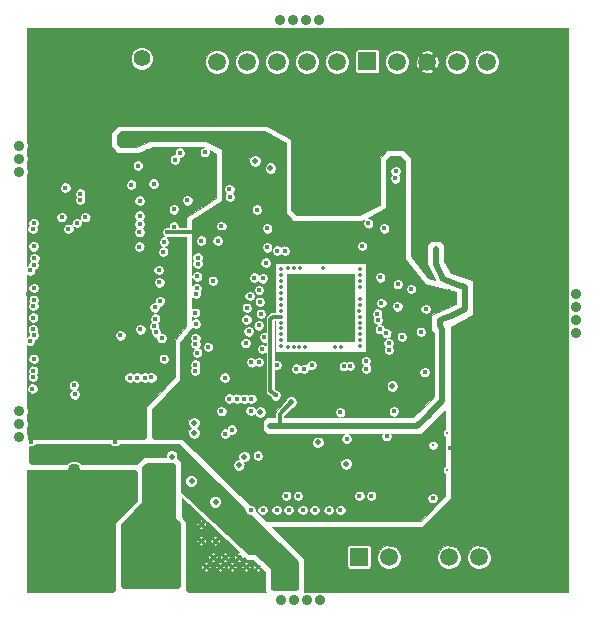
<source format=gbr>
%FSLAX34Y34*%
G04 Gerber Fmt 3.4, Leading zero omitted, Abs format*
G04 (created by PCBNEW (2013-10-29 BZR 4389)-product) date 1/27/2015 9:26:37 PM*
%MOIN*%
G01*
G70*
G90*
G04 APERTURE LIST*
%ADD10C,0.005906*%
%ADD11C,0.015700*%
%ADD12C,0.043200*%
%ADD13C,0.019500*%
%ADD14C,0.035400*%
%ADD15C,0.216500*%
%ADD16C,0.051000*%
%ADD17C,0.055000*%
%ADD18C,0.059700*%
%ADD19R,0.059700X0.059700*%
%ADD20C,0.011700*%
%ADD21C,0.019600*%
%ADD22C,0.013800*%
%ADD23C,0.019500*%
%ADD24C,0.011700*%
%ADD25C,0.007700*%
%ADD26C,0.007800*%
%ADD27C,0.003900*%
G04 APERTURE END LIST*
G54D10*
G54D11*
X61338Y-33307D03*
X60708Y-32598D03*
X61181Y-32598D03*
X60787Y-33307D03*
X62598Y-33307D03*
X62677Y-32598D03*
X62047Y-32598D03*
X62047Y-33307D03*
X64448Y-30866D03*
X63523Y-31023D03*
X63917Y-31023D03*
X64842Y-30866D03*
X63937Y-33228D03*
X63444Y-32637D03*
X60236Y-32598D03*
X63307Y-33228D03*
X54409Y-33307D03*
X54409Y-32992D03*
X54803Y-32992D03*
X54803Y-33307D03*
X55669Y-33307D03*
X55669Y-32992D03*
X55275Y-32992D03*
X55275Y-33307D03*
X52047Y-32913D03*
X59763Y-33307D03*
X60157Y-33307D03*
X52440Y-32913D03*
X51574Y-32913D03*
X59291Y-33307D03*
X58818Y-33307D03*
X51181Y-32913D03*
X56574Y-31023D03*
X60118Y-31023D03*
X60511Y-31023D03*
X56968Y-31023D03*
X57834Y-31023D03*
X61377Y-31023D03*
X60984Y-31023D03*
X57440Y-31023D03*
X59173Y-31023D03*
X62716Y-31023D03*
X63110Y-31023D03*
X59566Y-31023D03*
X58700Y-31023D03*
X62244Y-31023D03*
X61850Y-31023D03*
X58307Y-31023D03*
X49842Y-30826D03*
X54803Y-31003D03*
X55196Y-31003D03*
X50236Y-30826D03*
X48917Y-31200D03*
X56062Y-31003D03*
X55669Y-31003D03*
X50708Y-30826D03*
X48976Y-30826D03*
X53937Y-31003D03*
X54330Y-31003D03*
X49370Y-30826D03*
X48503Y-30826D03*
X53464Y-31003D03*
X53070Y-31003D03*
X48110Y-30826D03*
X56141Y-33307D03*
X56141Y-32992D03*
X56535Y-32992D03*
X56535Y-33307D03*
X57401Y-33307D03*
X57401Y-32992D03*
X57007Y-32992D03*
X57007Y-33307D03*
X49606Y-33858D03*
X49606Y-33543D03*
X50000Y-33543D03*
X50000Y-33858D03*
X49133Y-33858D03*
X49133Y-33543D03*
X48740Y-33543D03*
X48740Y-33858D03*
X64488Y-49370D03*
X64251Y-46535D03*
X64645Y-46535D03*
X64881Y-49370D03*
X65748Y-49370D03*
X65511Y-46535D03*
X65118Y-46535D03*
X65354Y-49370D03*
X62992Y-47086D03*
X62992Y-46771D03*
X63385Y-46771D03*
X63385Y-47086D03*
X62519Y-47086D03*
X62519Y-46771D03*
X62125Y-46771D03*
X62125Y-47086D03*
X63543Y-46141D03*
X63543Y-45826D03*
X63937Y-45826D03*
X63937Y-46141D03*
X63937Y-43858D03*
X63937Y-43543D03*
X63543Y-43543D03*
X63543Y-43858D03*
X63543Y-34409D03*
X63543Y-34094D03*
X63937Y-34094D03*
X63937Y-34409D03*
X63937Y-36535D03*
X63937Y-36220D03*
X63543Y-36220D03*
X63543Y-36535D03*
X64173Y-33779D03*
X64330Y-36850D03*
X64724Y-36850D03*
X64566Y-33779D03*
X65433Y-33779D03*
X65590Y-36850D03*
X65196Y-36850D03*
X65039Y-33779D03*
X52047Y-33307D03*
X65118Y-43307D03*
X65511Y-43307D03*
X52440Y-33307D03*
X51574Y-33307D03*
X64645Y-43307D03*
X64251Y-43307D03*
X51181Y-33307D03*
X65511Y-46850D03*
X65826Y-46850D03*
X65826Y-46535D03*
X65826Y-47165D03*
X60314Y-49370D03*
X60314Y-49055D03*
X60708Y-49055D03*
X60708Y-49370D03*
X61574Y-49370D03*
X61574Y-49055D03*
X61181Y-49055D03*
X61181Y-49370D03*
X62913Y-49370D03*
X62913Y-49055D03*
X63307Y-49055D03*
X63307Y-49370D03*
X62440Y-49370D03*
X62440Y-49055D03*
X62047Y-49055D03*
X62047Y-49370D03*
X58661Y-49370D03*
X58661Y-49055D03*
X64015Y-49370D03*
X65905Y-48661D03*
X65590Y-49055D03*
X65905Y-49055D03*
X63464Y-47559D03*
X63779Y-47086D03*
X59921Y-49370D03*
X59921Y-49055D03*
X58188Y-49055D03*
X58188Y-49370D03*
X59448Y-49370D03*
X59448Y-49055D03*
X59055Y-49055D03*
X59055Y-49370D03*
X54409Y-48661D03*
X57007Y-46299D03*
X56614Y-46299D03*
X54803Y-48661D03*
X55669Y-48661D03*
X59448Y-46299D03*
X59055Y-46299D03*
X55275Y-48661D03*
X50236Y-49370D03*
X48976Y-49370D03*
X48818Y-49055D03*
X53937Y-48661D03*
X49763Y-49370D03*
X48503Y-49370D03*
X48110Y-49370D03*
X49370Y-49370D03*
X55433Y-46771D03*
X54173Y-48346D03*
X54566Y-48346D03*
X55826Y-46771D03*
X56692Y-46771D03*
X53779Y-47795D03*
X55039Y-48346D03*
X56299Y-46771D03*
X58031Y-46771D03*
X58425Y-46771D03*
X57559Y-46771D03*
X53779Y-47244D03*
X54251Y-47795D03*
X57165Y-46771D03*
X48976Y-35354D03*
X49527Y-36692D03*
X49133Y-36456D03*
X48897Y-35039D03*
X48976Y-43543D03*
X49291Y-43543D03*
X49291Y-43149D03*
X48976Y-43149D03*
X53779Y-37795D03*
X54330Y-37795D03*
X54173Y-39133D03*
X54015Y-41338D03*
X49763Y-43543D03*
X50078Y-43543D03*
X50078Y-43149D03*
X49763Y-43149D03*
X54803Y-44094D03*
X55669Y-44960D03*
X55433Y-43464D03*
X54566Y-42362D03*
X48110Y-34724D03*
X48582Y-34409D03*
X48582Y-34803D03*
X48110Y-35118D03*
X48110Y-45669D03*
X48425Y-45669D03*
X48582Y-35275D03*
X48110Y-35590D03*
X48110Y-47007D03*
X48425Y-47007D03*
X48425Y-47401D03*
X48110Y-47401D03*
X48110Y-46535D03*
X48425Y-46535D03*
X48425Y-46141D03*
X48110Y-46141D03*
X48110Y-33543D03*
X48110Y-31181D03*
X48110Y-31574D03*
X48110Y-33937D03*
X48818Y-33228D03*
X50787Y-32992D03*
X50629Y-31259D03*
X48110Y-34409D03*
X48110Y-32755D03*
X48425Y-32755D03*
X48425Y-33149D03*
X48110Y-33149D03*
X48110Y-32283D03*
X48425Y-32283D03*
X48425Y-31889D03*
X48110Y-31889D03*
X48110Y-47795D03*
X48425Y-47795D03*
X48425Y-48188D03*
X48110Y-48188D03*
X48110Y-49055D03*
X48425Y-49055D03*
X48425Y-48661D03*
X48110Y-48661D03*
X50787Y-48818D03*
X50314Y-46771D03*
X50708Y-47086D03*
X50393Y-49133D03*
X48740Y-47086D03*
X49763Y-46692D03*
X49212Y-46771D03*
X48897Y-46771D03*
X49448Y-39133D03*
X49763Y-39133D03*
X49763Y-39527D03*
X49448Y-39527D03*
X49370Y-38031D03*
X49763Y-38188D03*
X48976Y-38188D03*
X50157Y-38031D03*
X49527Y-40157D03*
X49842Y-40157D03*
X49842Y-40551D03*
X49527Y-40551D03*
X49370Y-41417D03*
X49921Y-41417D03*
X49921Y-41889D03*
X49370Y-41889D03*
X65826Y-33700D03*
X65826Y-33228D03*
X65433Y-33385D03*
X65905Y-31496D03*
X65826Y-38425D03*
X65826Y-41181D03*
X65826Y-40787D03*
X65826Y-38031D03*
X65826Y-39763D03*
X54566Y-33779D03*
X56771Y-33779D03*
X65826Y-40157D03*
X65826Y-39291D03*
X65826Y-42047D03*
X65826Y-41653D03*
X65826Y-38897D03*
X65905Y-36850D03*
X63700Y-33700D03*
X63622Y-40393D03*
X63543Y-38267D03*
X63543Y-38661D03*
X63622Y-40787D03*
X63622Y-41653D03*
X63543Y-39527D03*
X63543Y-39133D03*
X63622Y-41259D03*
X63622Y-42992D03*
X63149Y-42204D03*
X63070Y-39842D03*
X63149Y-42598D03*
X63622Y-42519D03*
X65905Y-43307D03*
X63543Y-40000D03*
X63622Y-42125D03*
X63070Y-40236D03*
X63543Y-37401D03*
X63070Y-37480D03*
X63070Y-37874D03*
X63543Y-37795D03*
X63543Y-36929D03*
X61653Y-33779D03*
X59212Y-33779D03*
X63937Y-36850D03*
X61496Y-46377D03*
X58346Y-47795D03*
X58346Y-48661D03*
X63622Y-46535D03*
X63858Y-46771D03*
X58346Y-48267D03*
G54D12*
X49554Y-45454D03*
X49554Y-35062D03*
G54D13*
X56102Y-43975D03*
G54D11*
X61386Y-35540D03*
X61024Y-35536D03*
X61024Y-35198D03*
X61394Y-35193D03*
G54D14*
X47725Y-34630D03*
X47725Y-35063D03*
X47725Y-35496D03*
X47725Y-44335D03*
X47725Y-43902D03*
X47725Y-43469D03*
X66268Y-39571D03*
X66268Y-40004D03*
X66268Y-40437D03*
X66268Y-40870D03*
G54D11*
X58299Y-40354D03*
X58299Y-39921D03*
X58082Y-40138D03*
X58515Y-40138D03*
X61011Y-37386D03*
X62078Y-44708D03*
X62275Y-44901D03*
X58732Y-40354D03*
X57866Y-40354D03*
X57433Y-40354D03*
X57000Y-40354D03*
X56783Y-40571D03*
X57216Y-40571D03*
X57653Y-40571D03*
X58082Y-40571D03*
X58515Y-40571D03*
X58515Y-41004D03*
X58082Y-41004D03*
X57653Y-41004D03*
X57216Y-41004D03*
X56783Y-41004D03*
X57000Y-40787D03*
X57433Y-40787D03*
X58299Y-40787D03*
X57866Y-40787D03*
X58732Y-40787D03*
X58732Y-39921D03*
X57866Y-39921D03*
X57433Y-39921D03*
X57000Y-39921D03*
X56783Y-40138D03*
X57216Y-40138D03*
X57653Y-40138D03*
X58515Y-39705D03*
X58082Y-39705D03*
X57653Y-39705D03*
X57216Y-39705D03*
X56783Y-39705D03*
X57000Y-39488D03*
X57433Y-39488D03*
X58299Y-39488D03*
X57866Y-39488D03*
X58732Y-39488D03*
X58732Y-39055D03*
X57866Y-39055D03*
X58299Y-39055D03*
X57433Y-39055D03*
X57000Y-39055D03*
X56783Y-39272D03*
X57216Y-39272D03*
X57653Y-39272D03*
X58082Y-39272D03*
X58515Y-39272D03*
G54D13*
X48861Y-45087D03*
X48546Y-45087D03*
X48231Y-45087D03*
X52389Y-43424D03*
X52744Y-43424D03*
X52941Y-43620D03*
X52586Y-43621D03*
X52782Y-45375D03*
X52782Y-45690D03*
X52584Y-45927D03*
X52190Y-45927D03*
X51994Y-45690D03*
X51994Y-45375D03*
G54D15*
X49752Y-32228D03*
X64791Y-32228D03*
X64791Y-47975D03*
X49752Y-47975D03*
G54D13*
X56378Y-43975D03*
X52232Y-43621D03*
X52112Y-49195D03*
X51720Y-49197D03*
X52507Y-49197D03*
X51325Y-49197D03*
X52902Y-49197D03*
X51325Y-48802D03*
X51325Y-48410D03*
X51325Y-48015D03*
X51325Y-47622D03*
X51325Y-47267D03*
X51720Y-47267D03*
X52114Y-47267D03*
X52507Y-47267D03*
X52900Y-47267D03*
X52900Y-47622D03*
X52900Y-48015D03*
X52900Y-48410D03*
X52900Y-48802D03*
G54D14*
X56426Y-49768D03*
X56859Y-49768D03*
X57292Y-49768D03*
X57726Y-49768D03*
X56425Y-30437D03*
X56858Y-30437D03*
X57291Y-30437D03*
X57725Y-30437D03*
G54D16*
X51299Y-32217D03*
X52299Y-32217D03*
X52299Y-31217D03*
X51299Y-31217D03*
G54D17*
X51799Y-31717D03*
G54D18*
X58307Y-31834D03*
X57307Y-31834D03*
X56307Y-31834D03*
X55307Y-31834D03*
G54D19*
X53307Y-31814D03*
G54D18*
X54307Y-31834D03*
G54D19*
X57576Y-49079D03*
G54D18*
X56576Y-49079D03*
X63314Y-31834D03*
X62314Y-31834D03*
X61314Y-31834D03*
G54D19*
X59314Y-31814D03*
G54D18*
X60314Y-31834D03*
X63043Y-48350D03*
X62043Y-48350D03*
X61043Y-48350D03*
G54D19*
X59043Y-48330D03*
G54D18*
X60043Y-48350D03*
G54D20*
X61685Y-43255D03*
G54D13*
X56783Y-43173D03*
X61728Y-40646D03*
X61821Y-42018D03*
X61594Y-38083D03*
X55748Y-43512D03*
X55032Y-45276D03*
G54D20*
X61488Y-45011D03*
G54D13*
X58976Y-46772D03*
G54D11*
X60177Y-35130D03*
G54D13*
X54949Y-37343D03*
G54D11*
X52646Y-37508D03*
G54D13*
X54221Y-34441D03*
X51169Y-34244D03*
X57756Y-43449D03*
G54D11*
X56949Y-42618D03*
G54D13*
X58264Y-43146D03*
X60142Y-42921D03*
G54D11*
X55299Y-38228D03*
G54D13*
X62039Y-39803D03*
X59910Y-37815D03*
X62036Y-39500D03*
G54D11*
X49256Y-36028D03*
X53323Y-36453D03*
G54D20*
X60677Y-34807D03*
X61985Y-44190D03*
X62578Y-44440D03*
X61988Y-45425D03*
G54D13*
X50921Y-43799D03*
X51012Y-36701D03*
G54D11*
X48154Y-36225D03*
X48154Y-35831D03*
G54D13*
X48158Y-36717D03*
X48150Y-39079D03*
X48189Y-41437D03*
G54D11*
X48032Y-37599D03*
X48047Y-38189D03*
X48024Y-39571D03*
X48028Y-40551D03*
X48032Y-41933D03*
X48032Y-42918D03*
X48197Y-43508D03*
G54D13*
X48138Y-43807D03*
G54D11*
X48102Y-44492D03*
X50921Y-44492D03*
G54D13*
X58002Y-47500D03*
G54D11*
X59961Y-44311D03*
X58626Y-44390D03*
X58413Y-43508D03*
X60205Y-43484D03*
X59882Y-37386D03*
X58256Y-36228D03*
X57106Y-36587D03*
G54D13*
X58616Y-45230D03*
G54D11*
X61102Y-40835D03*
G54D13*
X57668Y-44518D03*
G54D11*
X52012Y-34799D03*
X61264Y-40071D03*
X54457Y-43477D03*
G54D13*
X53465Y-45815D03*
G54D11*
X54579Y-44225D03*
G54D13*
X54268Y-46508D03*
X57984Y-48284D03*
G54D11*
X61957Y-34823D03*
X60906Y-36260D03*
X61957Y-35933D03*
X62154Y-36559D03*
X61228Y-42177D03*
X60882Y-38087D03*
X60780Y-39406D03*
X59350Y-37213D03*
G54D21*
X56091Y-35378D03*
X55579Y-35130D03*
G54D11*
X59508Y-36051D03*
X59650Y-35925D03*
X57094Y-35291D03*
X58354Y-35528D03*
X58370Y-36783D03*
X48165Y-37402D03*
X60266Y-35482D03*
X48193Y-37205D03*
X60246Y-35719D03*
X49565Y-42918D03*
X49132Y-37012D03*
G54D20*
X61511Y-44618D03*
G54D13*
X55217Y-44988D03*
G54D11*
X55288Y-40421D03*
X55701Y-40618D03*
X55366Y-40819D03*
X55705Y-41839D03*
G54D22*
X59065Y-40325D03*
G54D11*
X51732Y-36461D03*
X53591Y-41236D03*
G54D22*
X56447Y-41309D03*
G54D11*
X59951Y-40876D03*
X51728Y-36957D03*
G54D22*
X59065Y-40522D03*
G54D11*
X52870Y-37327D03*
X51728Y-37240D03*
X52870Y-36752D03*
X59669Y-40425D03*
X55736Y-39831D03*
X53906Y-34843D03*
X48193Y-37984D03*
X60319Y-39984D03*
X52906Y-35095D03*
X52543Y-37827D03*
G54D22*
X56870Y-38720D03*
G54D11*
X55981Y-37386D03*
G54D22*
X59065Y-38750D03*
G54D11*
X57205Y-42071D03*
X60473Y-41000D03*
G54D22*
X59065Y-40915D03*
X59065Y-39341D03*
G54D11*
X60339Y-39244D03*
X57465Y-41937D03*
G54D22*
X57254Y-41339D03*
G54D13*
X52811Y-44992D03*
X53539Y-43862D03*
X53539Y-44197D03*
G54D11*
X60030Y-41211D03*
G54D22*
X59075Y-41112D03*
G54D11*
X60039Y-41437D03*
X55638Y-36756D03*
G54D22*
X57067Y-38720D03*
G54D11*
X59272Y-41807D03*
X59748Y-39020D03*
G54D22*
X58238Y-41339D03*
X59065Y-39144D03*
X59065Y-38947D03*
X59055Y-40128D03*
X57854Y-38720D03*
G54D11*
X59150Y-37972D03*
G54D22*
X57057Y-41339D03*
G54D11*
X55933Y-38528D03*
G54D22*
X56437Y-39734D03*
X56437Y-40325D03*
G54D11*
X56260Y-42953D03*
G54D22*
X56860Y-41339D03*
G54D13*
X60154Y-42638D03*
G54D22*
X59065Y-41309D03*
X59065Y-39931D03*
G54D11*
X55394Y-39638D03*
X53650Y-41536D03*
G54D22*
X56437Y-41112D03*
G54D11*
X53583Y-40201D03*
G54D22*
X56437Y-39931D03*
G54D11*
X55831Y-39047D03*
G54D22*
X56437Y-40915D03*
G54D11*
X53579Y-41925D03*
X53602Y-40559D03*
G54D22*
X56437Y-40128D03*
G54D11*
X55303Y-40032D03*
X53662Y-38355D03*
G54D22*
X56437Y-38750D03*
G54D11*
X55709Y-39445D03*
X56957Y-42059D03*
G54D22*
X56663Y-41339D03*
G54D11*
X52193Y-35890D03*
X59740Y-40740D03*
X54453Y-37319D03*
X51721Y-37508D03*
X54721Y-36075D03*
X59787Y-39870D03*
X55555Y-39028D03*
G54D22*
X56437Y-38947D03*
G54D11*
X53662Y-38555D03*
X53610Y-39571D03*
G54D22*
X56437Y-39537D03*
G54D11*
X53626Y-39370D03*
G54D22*
X56437Y-39341D03*
G54D11*
X53579Y-42122D03*
G54D22*
X56437Y-40719D03*
G54D11*
X55772Y-40232D03*
X55890Y-41016D03*
X55260Y-41209D03*
X55815Y-41406D03*
X55445Y-41846D03*
X56303Y-41937D03*
X53650Y-38981D03*
G54D22*
X56437Y-39144D03*
G54D11*
X53587Y-41040D03*
G54D22*
X56437Y-40522D03*
G54D11*
X59646Y-40225D03*
X54736Y-36331D03*
X49354Y-37402D03*
X53071Y-34862D03*
X52276Y-40847D03*
X52248Y-40394D03*
X48185Y-39965D03*
X48221Y-38386D03*
X52516Y-38162D03*
X48201Y-39768D03*
X52232Y-40016D03*
X48197Y-39370D03*
X52402Y-39815D03*
X48079Y-38783D03*
X52386Y-39181D03*
X48193Y-38591D03*
X52366Y-38772D03*
G54D22*
X59065Y-39734D03*
G54D11*
X51445Y-35929D03*
X52213Y-40654D03*
X48181Y-40355D03*
X55984Y-38016D03*
X56319Y-38122D03*
X56575Y-38130D03*
G54D22*
X56673Y-38711D03*
G54D11*
X49744Y-36425D03*
X49634Y-37205D03*
X49917Y-37012D03*
X49748Y-36225D03*
X51717Y-37992D03*
X52535Y-41732D03*
X48173Y-42331D03*
X52118Y-42354D03*
X54984Y-43063D03*
X48173Y-40748D03*
X55453Y-43067D03*
X51752Y-40748D03*
X48181Y-42130D03*
X51917Y-42355D03*
X48197Y-41732D03*
X51398Y-42355D03*
X48075Y-41142D03*
X51638Y-42355D03*
X48201Y-40949D03*
X54721Y-43055D03*
X51091Y-40949D03*
X55225Y-43067D03*
G54D22*
X59065Y-40719D03*
G54D11*
X51669Y-35288D03*
G54D22*
X58435Y-41339D03*
G54D11*
X58536Y-41973D03*
X59281Y-42067D03*
X58740Y-41969D03*
X52465Y-41043D03*
X49535Y-42618D03*
X48154Y-42725D03*
G54D13*
X51169Y-44827D03*
X51169Y-45063D03*
G54D23*
X61821Y-42018D02*
X61821Y-40739D01*
X61821Y-40739D02*
X61728Y-40646D01*
G54D24*
X56402Y-43948D02*
X56402Y-43582D01*
G54D23*
X60984Y-43976D02*
X61398Y-43563D01*
G54D24*
X56791Y-43165D02*
X56402Y-43582D01*
X56783Y-43173D02*
X56791Y-43165D01*
G54D23*
X56063Y-43976D02*
X60984Y-43976D01*
X61398Y-43563D02*
X61388Y-43573D01*
X61388Y-43573D02*
X61821Y-43140D01*
X61821Y-43140D02*
X61821Y-42018D01*
X61728Y-40449D02*
X61728Y-40646D01*
X61728Y-40449D02*
X61909Y-40378D01*
X61909Y-40378D02*
X62098Y-40291D01*
X62098Y-40291D02*
X62559Y-40079D01*
X62559Y-40079D02*
X62559Y-39331D01*
X62559Y-39331D02*
X62358Y-39256D01*
X62358Y-39256D02*
X61854Y-39079D01*
X61854Y-39079D02*
X61594Y-38583D01*
X61594Y-38583D02*
X61594Y-38083D01*
G54D24*
X52646Y-37508D02*
X54531Y-37508D01*
X54531Y-37508D02*
X55299Y-38228D01*
X56437Y-40325D02*
X56161Y-40327D01*
X56083Y-42795D02*
X56260Y-42953D01*
X56083Y-40406D02*
X56083Y-42795D01*
X56161Y-40327D02*
X56083Y-40406D01*
G54D10*
G36*
X53071Y-49314D02*
X53015Y-49370D01*
X51196Y-49370D01*
X51140Y-49314D01*
X51140Y-47259D01*
X51849Y-46550D01*
X51849Y-45370D01*
X51984Y-45235D01*
X52858Y-45235D01*
X52914Y-45291D01*
X52914Y-47062D01*
X53071Y-47220D01*
X53071Y-49314D01*
X53071Y-49314D01*
G37*
G54D25*
X53071Y-49314D02*
X53015Y-49370D01*
X51196Y-49370D01*
X51140Y-49314D01*
X51140Y-47259D01*
X51849Y-46550D01*
X51849Y-45370D01*
X51984Y-45235D01*
X52858Y-45235D01*
X52914Y-45291D01*
X52914Y-47062D01*
X53071Y-47220D01*
X53071Y-49314D01*
G54D10*
G36*
X57008Y-49392D02*
X56952Y-49449D01*
X56197Y-49449D01*
X56141Y-49392D01*
X56141Y-48722D01*
X55606Y-48229D01*
X55369Y-48229D01*
X54481Y-47403D01*
X54481Y-46465D01*
X54449Y-46387D01*
X54389Y-46327D01*
X54310Y-46294D01*
X54225Y-46294D01*
X54147Y-46326D01*
X54087Y-46386D01*
X54054Y-46465D01*
X54054Y-46550D01*
X54086Y-46628D01*
X54146Y-46688D01*
X54225Y-46721D01*
X54310Y-46721D01*
X54388Y-46689D01*
X54448Y-46629D01*
X54481Y-46550D01*
X54481Y-46465D01*
X54481Y-47403D01*
X53678Y-46656D01*
X53678Y-45772D01*
X53646Y-45694D01*
X53586Y-45634D01*
X53507Y-45601D01*
X53422Y-45601D01*
X53344Y-45633D01*
X53284Y-45693D01*
X53251Y-45772D01*
X53251Y-45857D01*
X53283Y-45935D01*
X53343Y-45995D01*
X53422Y-46028D01*
X53507Y-46028D01*
X53585Y-45996D01*
X53645Y-45936D01*
X53678Y-45857D01*
X53678Y-45772D01*
X53678Y-46656D01*
X53149Y-46164D01*
X53149Y-45180D01*
X53018Y-45049D01*
X53024Y-45034D01*
X53024Y-44949D01*
X52992Y-44871D01*
X52932Y-44811D01*
X52853Y-44778D01*
X52768Y-44778D01*
X52690Y-44810D01*
X52630Y-44870D01*
X52597Y-44949D01*
X52597Y-45000D01*
X51873Y-45000D01*
X51637Y-45237D01*
X49806Y-45237D01*
X49742Y-45172D01*
X49620Y-45122D01*
X49488Y-45121D01*
X49366Y-45172D01*
X49301Y-45237D01*
X48126Y-45237D01*
X48070Y-45180D01*
X48070Y-44686D01*
X48140Y-44686D01*
X48212Y-44656D01*
X48263Y-44606D01*
X50759Y-44606D01*
X50810Y-44656D01*
X50882Y-44686D01*
X50959Y-44686D01*
X51031Y-44656D01*
X51082Y-44606D01*
X53054Y-44606D01*
X55238Y-46768D01*
X55238Y-46810D01*
X55268Y-46881D01*
X55322Y-46936D01*
X55394Y-46966D01*
X55438Y-46966D01*
X57008Y-48520D01*
X57008Y-49392D01*
X57008Y-49392D01*
G37*
G54D26*
X57008Y-49392D02*
X56952Y-49449D01*
X56197Y-49449D01*
X56141Y-49392D01*
X56141Y-48722D01*
X55606Y-48229D01*
X55369Y-48229D01*
X54481Y-47403D01*
X54481Y-46465D01*
X54449Y-46387D01*
X54389Y-46327D01*
X54310Y-46294D01*
X54225Y-46294D01*
X54147Y-46326D01*
X54087Y-46386D01*
X54054Y-46465D01*
X54054Y-46550D01*
X54086Y-46628D01*
X54146Y-46688D01*
X54225Y-46721D01*
X54310Y-46721D01*
X54388Y-46689D01*
X54448Y-46629D01*
X54481Y-46550D01*
X54481Y-46465D01*
X54481Y-47403D01*
X53678Y-46656D01*
X53678Y-45772D01*
X53646Y-45694D01*
X53586Y-45634D01*
X53507Y-45601D01*
X53422Y-45601D01*
X53344Y-45633D01*
X53284Y-45693D01*
X53251Y-45772D01*
X53251Y-45857D01*
X53283Y-45935D01*
X53343Y-45995D01*
X53422Y-46028D01*
X53507Y-46028D01*
X53585Y-45996D01*
X53645Y-45936D01*
X53678Y-45857D01*
X53678Y-45772D01*
X53678Y-46656D01*
X53149Y-46164D01*
X53149Y-45180D01*
X53018Y-45049D01*
X53024Y-45034D01*
X53024Y-44949D01*
X52992Y-44871D01*
X52932Y-44811D01*
X52853Y-44778D01*
X52768Y-44778D01*
X52690Y-44810D01*
X52630Y-44870D01*
X52597Y-44949D01*
X52597Y-45000D01*
X51873Y-45000D01*
X51637Y-45237D01*
X49806Y-45237D01*
X49742Y-45172D01*
X49620Y-45122D01*
X49488Y-45121D01*
X49366Y-45172D01*
X49301Y-45237D01*
X48126Y-45237D01*
X48070Y-45180D01*
X48070Y-44686D01*
X48140Y-44686D01*
X48212Y-44656D01*
X48263Y-44606D01*
X50759Y-44606D01*
X50810Y-44656D01*
X50882Y-44686D01*
X50959Y-44686D01*
X51031Y-44656D01*
X51082Y-44606D01*
X53054Y-44606D01*
X55238Y-46768D01*
X55238Y-46810D01*
X55268Y-46881D01*
X55322Y-46936D01*
X55394Y-46966D01*
X55438Y-46966D01*
X57008Y-48520D01*
X57008Y-49392D01*
G54D10*
G36*
X62263Y-39908D02*
X61439Y-40262D01*
X61439Y-40036D01*
X61412Y-39972D01*
X61363Y-39922D01*
X61298Y-39896D01*
X61229Y-39895D01*
X61165Y-39922D01*
X61115Y-39971D01*
X61089Y-40036D01*
X61088Y-40105D01*
X61115Y-40170D01*
X61164Y-40219D01*
X61229Y-40245D01*
X61298Y-40246D01*
X61363Y-40219D01*
X61412Y-40170D01*
X61438Y-40105D01*
X61439Y-40036D01*
X61439Y-40262D01*
X61437Y-40263D01*
X61437Y-40756D01*
X61555Y-40874D01*
X61555Y-42983D01*
X61403Y-43136D01*
X61403Y-42142D01*
X61376Y-42078D01*
X61327Y-42028D01*
X61277Y-42007D01*
X61277Y-40800D01*
X61250Y-40736D01*
X61201Y-40686D01*
X61136Y-40660D01*
X61067Y-40659D01*
X61003Y-40686D01*
X60955Y-40734D01*
X60955Y-39371D01*
X60928Y-39307D01*
X60879Y-39257D01*
X60814Y-39231D01*
X60745Y-39230D01*
X60681Y-39257D01*
X60631Y-39306D01*
X60605Y-39371D01*
X60604Y-39440D01*
X60631Y-39505D01*
X60680Y-39554D01*
X60745Y-39580D01*
X60814Y-39581D01*
X60879Y-39554D01*
X60928Y-39505D01*
X60954Y-39440D01*
X60955Y-39371D01*
X60955Y-40734D01*
X60953Y-40735D01*
X60927Y-40800D01*
X60926Y-40869D01*
X60953Y-40934D01*
X61002Y-40983D01*
X61067Y-41009D01*
X61136Y-41010D01*
X61201Y-40983D01*
X61250Y-40934D01*
X61276Y-40869D01*
X61277Y-40800D01*
X61277Y-42007D01*
X61262Y-42002D01*
X61193Y-42001D01*
X61129Y-42028D01*
X61079Y-42077D01*
X61053Y-42142D01*
X61052Y-42211D01*
X61079Y-42276D01*
X61128Y-42325D01*
X61193Y-42351D01*
X61262Y-42352D01*
X61327Y-42325D01*
X61376Y-42276D01*
X61402Y-42211D01*
X61403Y-42142D01*
X61403Y-43136D01*
X60857Y-43681D01*
X60648Y-43681D01*
X60648Y-40965D01*
X60621Y-40901D01*
X60572Y-40851D01*
X60514Y-40827D01*
X60514Y-39209D01*
X60487Y-39145D01*
X60441Y-39098D01*
X60441Y-35447D01*
X60414Y-35383D01*
X60365Y-35333D01*
X60300Y-35307D01*
X60231Y-35306D01*
X60167Y-35333D01*
X60117Y-35382D01*
X60091Y-35447D01*
X60090Y-35516D01*
X60117Y-35581D01*
X60127Y-35590D01*
X60097Y-35619D01*
X60071Y-35684D01*
X60070Y-35753D01*
X60097Y-35818D01*
X60146Y-35867D01*
X60211Y-35893D01*
X60280Y-35894D01*
X60345Y-35867D01*
X60394Y-35818D01*
X60420Y-35753D01*
X60421Y-35684D01*
X60394Y-35620D01*
X60384Y-35610D01*
X60414Y-35581D01*
X60440Y-35516D01*
X60441Y-35447D01*
X60441Y-39098D01*
X60438Y-39095D01*
X60373Y-39069D01*
X60304Y-39068D01*
X60240Y-39095D01*
X60190Y-39144D01*
X60164Y-39209D01*
X60163Y-39278D01*
X60190Y-39343D01*
X60239Y-39392D01*
X60304Y-39418D01*
X60373Y-39419D01*
X60438Y-39392D01*
X60487Y-39343D01*
X60513Y-39278D01*
X60514Y-39209D01*
X60514Y-40827D01*
X60507Y-40825D01*
X60494Y-40825D01*
X60494Y-39949D01*
X60467Y-39885D01*
X60418Y-39835D01*
X60353Y-39809D01*
X60284Y-39808D01*
X60220Y-39835D01*
X60170Y-39884D01*
X60144Y-39949D01*
X60143Y-40018D01*
X60170Y-40083D01*
X60219Y-40132D01*
X60284Y-40158D01*
X60353Y-40159D01*
X60418Y-40132D01*
X60467Y-40083D01*
X60493Y-40018D01*
X60494Y-39949D01*
X60494Y-40825D01*
X60438Y-40824D01*
X60374Y-40851D01*
X60324Y-40900D01*
X60298Y-40965D01*
X60297Y-41034D01*
X60324Y-41099D01*
X60373Y-41148D01*
X60438Y-41174D01*
X60507Y-41175D01*
X60572Y-41148D01*
X60621Y-41099D01*
X60647Y-41034D01*
X60648Y-40965D01*
X60648Y-43681D01*
X60380Y-43681D01*
X60380Y-43449D01*
X60353Y-43385D01*
X60348Y-43379D01*
X60348Y-42599D01*
X60318Y-42528D01*
X60264Y-42473D01*
X60214Y-42452D01*
X60214Y-41402D01*
X60187Y-41338D01*
X60168Y-41319D01*
X60178Y-41310D01*
X60204Y-41245D01*
X60205Y-41176D01*
X60178Y-41112D01*
X60129Y-41062D01*
X60064Y-41036D01*
X60022Y-41035D01*
X60050Y-41024D01*
X60099Y-40975D01*
X60125Y-40910D01*
X60126Y-40841D01*
X60099Y-40777D01*
X60057Y-40734D01*
X60057Y-37351D01*
X60030Y-37287D01*
X59981Y-37237D01*
X59916Y-37211D01*
X59847Y-37210D01*
X59783Y-37237D01*
X59733Y-37286D01*
X59707Y-37351D01*
X59706Y-37420D01*
X59733Y-37485D01*
X59782Y-37534D01*
X59847Y-37560D01*
X59916Y-37561D01*
X59981Y-37534D01*
X60030Y-37485D01*
X60056Y-37420D01*
X60057Y-37351D01*
X60057Y-40734D01*
X60050Y-40727D01*
X59985Y-40701D01*
X59962Y-40701D01*
X59962Y-39835D01*
X59935Y-39771D01*
X59923Y-39758D01*
X59923Y-38985D01*
X59896Y-38921D01*
X59847Y-38871D01*
X59782Y-38845D01*
X59713Y-38844D01*
X59649Y-38871D01*
X59599Y-38920D01*
X59573Y-38985D01*
X59572Y-39054D01*
X59599Y-39119D01*
X59648Y-39168D01*
X59713Y-39194D01*
X59782Y-39195D01*
X59847Y-39168D01*
X59896Y-39119D01*
X59922Y-39054D01*
X59923Y-38985D01*
X59923Y-39758D01*
X59886Y-39721D01*
X59821Y-39695D01*
X59752Y-39694D01*
X59688Y-39721D01*
X59638Y-39770D01*
X59612Y-39835D01*
X59611Y-39904D01*
X59638Y-39969D01*
X59687Y-40018D01*
X59752Y-40044D01*
X59821Y-40045D01*
X59886Y-40018D01*
X59935Y-39969D01*
X59961Y-39904D01*
X59962Y-39835D01*
X59962Y-40701D01*
X59916Y-40700D01*
X59913Y-40702D01*
X59888Y-40641D01*
X59839Y-40591D01*
X59775Y-40565D01*
X59817Y-40524D01*
X59843Y-40459D01*
X59844Y-40390D01*
X59817Y-40326D01*
X59800Y-40309D01*
X59820Y-40259D01*
X59821Y-40190D01*
X59794Y-40126D01*
X59745Y-40076D01*
X59680Y-40050D01*
X59611Y-40049D01*
X59547Y-40076D01*
X59497Y-40125D01*
X59471Y-40190D01*
X59470Y-40259D01*
X59497Y-40324D01*
X59514Y-40340D01*
X59494Y-40390D01*
X59493Y-40459D01*
X59520Y-40524D01*
X59569Y-40573D01*
X59633Y-40599D01*
X59591Y-40640D01*
X59565Y-40705D01*
X59564Y-40774D01*
X59591Y-40839D01*
X59640Y-40888D01*
X59705Y-40914D01*
X59774Y-40915D01*
X59777Y-40913D01*
X59802Y-40975D01*
X59851Y-41024D01*
X59916Y-41050D01*
X59958Y-41051D01*
X59931Y-41062D01*
X59881Y-41111D01*
X59855Y-41176D01*
X59854Y-41245D01*
X59881Y-41310D01*
X59900Y-41328D01*
X59890Y-41337D01*
X59864Y-41402D01*
X59863Y-41471D01*
X59890Y-41536D01*
X59939Y-41585D01*
X60004Y-41611D01*
X60073Y-41612D01*
X60138Y-41585D01*
X60187Y-41536D01*
X60213Y-41471D01*
X60214Y-41402D01*
X60214Y-42452D01*
X60192Y-42444D01*
X60115Y-42443D01*
X60044Y-42473D01*
X59989Y-42527D01*
X59960Y-42599D01*
X59959Y-42676D01*
X59989Y-42747D01*
X60043Y-42802D01*
X60115Y-42831D01*
X60192Y-42832D01*
X60263Y-42802D01*
X60318Y-42748D01*
X60347Y-42676D01*
X60348Y-42599D01*
X60348Y-43379D01*
X60304Y-43335D01*
X60239Y-43309D01*
X60170Y-43308D01*
X60106Y-43335D01*
X60056Y-43384D01*
X60030Y-43449D01*
X60029Y-43518D01*
X60056Y-43583D01*
X60105Y-43632D01*
X60170Y-43658D01*
X60239Y-43659D01*
X60304Y-43632D01*
X60353Y-43583D01*
X60379Y-43518D01*
X60380Y-43449D01*
X60380Y-43681D01*
X59456Y-43681D01*
X59456Y-42032D01*
X59429Y-41968D01*
X59393Y-41932D01*
X59420Y-41906D01*
X59446Y-41841D01*
X59447Y-41772D01*
X59420Y-41708D01*
X59371Y-41658D01*
X59325Y-41639D01*
X59325Y-37937D01*
X59298Y-37873D01*
X59249Y-37823D01*
X59184Y-37797D01*
X59115Y-37796D01*
X59051Y-37823D01*
X59001Y-37872D01*
X58975Y-37937D01*
X58974Y-38006D01*
X59001Y-38071D01*
X59050Y-38120D01*
X59115Y-38146D01*
X59184Y-38147D01*
X59249Y-38120D01*
X59298Y-38071D01*
X59324Y-38006D01*
X59325Y-37937D01*
X59325Y-41639D01*
X59306Y-41632D01*
X59271Y-41631D01*
X59271Y-41515D01*
X59271Y-38523D01*
X56750Y-38523D01*
X56750Y-38095D01*
X56723Y-38031D01*
X56674Y-37981D01*
X56609Y-37955D01*
X56540Y-37954D01*
X56476Y-37981D01*
X56450Y-38006D01*
X56418Y-37973D01*
X56353Y-37947D01*
X56285Y-37946D01*
X56285Y-35339D01*
X56255Y-35267D01*
X56201Y-35213D01*
X56129Y-35183D01*
X56052Y-35183D01*
X55980Y-35213D01*
X55926Y-35267D01*
X55896Y-35339D01*
X55896Y-35416D01*
X55926Y-35488D01*
X55980Y-35542D01*
X56052Y-35572D01*
X56129Y-35572D01*
X56201Y-35542D01*
X56255Y-35488D01*
X56285Y-35416D01*
X56285Y-35339D01*
X56285Y-37946D01*
X56284Y-37946D01*
X56220Y-37973D01*
X56170Y-38022D01*
X56159Y-38050D01*
X56159Y-37981D01*
X56156Y-37974D01*
X56156Y-37351D01*
X56129Y-37287D01*
X56080Y-37237D01*
X56015Y-37211D01*
X55946Y-37210D01*
X55882Y-37237D01*
X55832Y-37286D01*
X55813Y-37334D01*
X55813Y-36721D01*
X55786Y-36657D01*
X55773Y-36644D01*
X55773Y-35091D01*
X55743Y-35019D01*
X55689Y-34965D01*
X55617Y-34935D01*
X55540Y-34935D01*
X55468Y-34965D01*
X55414Y-35019D01*
X55384Y-35091D01*
X55384Y-35168D01*
X55414Y-35240D01*
X55468Y-35294D01*
X55540Y-35324D01*
X55617Y-35324D01*
X55689Y-35294D01*
X55743Y-35240D01*
X55773Y-35168D01*
X55773Y-35091D01*
X55773Y-36644D01*
X55737Y-36607D01*
X55672Y-36581D01*
X55603Y-36580D01*
X55539Y-36607D01*
X55489Y-36656D01*
X55463Y-36721D01*
X55462Y-36790D01*
X55489Y-36855D01*
X55538Y-36904D01*
X55603Y-36930D01*
X55672Y-36931D01*
X55737Y-36904D01*
X55786Y-36855D01*
X55812Y-36790D01*
X55813Y-36721D01*
X55813Y-37334D01*
X55806Y-37351D01*
X55805Y-37420D01*
X55832Y-37485D01*
X55881Y-37534D01*
X55946Y-37560D01*
X56015Y-37561D01*
X56080Y-37534D01*
X56129Y-37485D01*
X56155Y-37420D01*
X56156Y-37351D01*
X56156Y-37974D01*
X56132Y-37917D01*
X56083Y-37867D01*
X56018Y-37841D01*
X55949Y-37840D01*
X55885Y-37867D01*
X55835Y-37916D01*
X55809Y-37981D01*
X55808Y-38050D01*
X55835Y-38115D01*
X55884Y-38164D01*
X55949Y-38190D01*
X56018Y-38191D01*
X56083Y-38164D01*
X56132Y-38115D01*
X56158Y-38050D01*
X56159Y-37981D01*
X56159Y-38050D01*
X56144Y-38087D01*
X56143Y-38156D01*
X56170Y-38221D01*
X56219Y-38270D01*
X56284Y-38296D01*
X56353Y-38297D01*
X56418Y-38270D01*
X56443Y-38245D01*
X56475Y-38278D01*
X56540Y-38304D01*
X56609Y-38305D01*
X56674Y-38278D01*
X56723Y-38229D01*
X56749Y-38164D01*
X56750Y-38095D01*
X56750Y-38523D01*
X56240Y-38523D01*
X56240Y-40171D01*
X56159Y-40172D01*
X56130Y-40178D01*
X56108Y-40182D01*
X56108Y-38493D01*
X56081Y-38429D01*
X56032Y-38379D01*
X55967Y-38353D01*
X55898Y-38352D01*
X55834Y-38379D01*
X55784Y-38428D01*
X55758Y-38493D01*
X55757Y-38562D01*
X55784Y-38627D01*
X55833Y-38676D01*
X55898Y-38702D01*
X55967Y-38703D01*
X56032Y-38676D01*
X56081Y-38627D01*
X56107Y-38562D01*
X56108Y-38493D01*
X56108Y-40182D01*
X56100Y-40184D01*
X56100Y-40184D01*
X56100Y-40184D01*
X56075Y-40201D01*
X56050Y-40218D01*
X56050Y-40218D01*
X56050Y-40218D01*
X56050Y-40218D01*
X56006Y-40263D01*
X56006Y-39012D01*
X55979Y-38948D01*
X55930Y-38898D01*
X55865Y-38872D01*
X55796Y-38871D01*
X55732Y-38898D01*
X55702Y-38928D01*
X55654Y-38879D01*
X55589Y-38853D01*
X55520Y-38852D01*
X55456Y-38879D01*
X55406Y-38928D01*
X55380Y-38993D01*
X55379Y-39062D01*
X55406Y-39127D01*
X55455Y-39176D01*
X55520Y-39202D01*
X55589Y-39203D01*
X55654Y-39176D01*
X55683Y-39146D01*
X55731Y-39195D01*
X55796Y-39221D01*
X55865Y-39222D01*
X55930Y-39195D01*
X55979Y-39146D01*
X56005Y-39081D01*
X56006Y-39012D01*
X56006Y-40263D01*
X55972Y-40297D01*
X55956Y-40321D01*
X55947Y-40335D01*
X55947Y-40197D01*
X55920Y-40133D01*
X55911Y-40123D01*
X55911Y-39796D01*
X55884Y-39732D01*
X55884Y-39731D01*
X55884Y-39410D01*
X55857Y-39346D01*
X55808Y-39296D01*
X55743Y-39270D01*
X55674Y-39269D01*
X55610Y-39296D01*
X55560Y-39345D01*
X55534Y-39410D01*
X55533Y-39479D01*
X55560Y-39544D01*
X55609Y-39593D01*
X55674Y-39619D01*
X55743Y-39620D01*
X55808Y-39593D01*
X55857Y-39544D01*
X55883Y-39479D01*
X55884Y-39410D01*
X55884Y-39731D01*
X55835Y-39682D01*
X55770Y-39656D01*
X55701Y-39655D01*
X55637Y-39682D01*
X55587Y-39731D01*
X55569Y-39776D01*
X55569Y-39603D01*
X55542Y-39539D01*
X55493Y-39489D01*
X55428Y-39463D01*
X55359Y-39462D01*
X55295Y-39489D01*
X55245Y-39538D01*
X55219Y-39603D01*
X55218Y-39672D01*
X55245Y-39737D01*
X55294Y-39786D01*
X55359Y-39812D01*
X55428Y-39813D01*
X55493Y-39786D01*
X55542Y-39737D01*
X55568Y-39672D01*
X55569Y-39603D01*
X55569Y-39776D01*
X55561Y-39796D01*
X55560Y-39865D01*
X55587Y-39930D01*
X55636Y-39979D01*
X55701Y-40005D01*
X55770Y-40006D01*
X55835Y-39979D01*
X55884Y-39930D01*
X55910Y-39865D01*
X55911Y-39796D01*
X55911Y-40123D01*
X55871Y-40083D01*
X55806Y-40057D01*
X55737Y-40056D01*
X55673Y-40083D01*
X55623Y-40132D01*
X55597Y-40197D01*
X55596Y-40266D01*
X55623Y-40331D01*
X55672Y-40380D01*
X55737Y-40406D01*
X55806Y-40407D01*
X55871Y-40380D01*
X55920Y-40331D01*
X55946Y-40266D01*
X55947Y-40197D01*
X55947Y-40335D01*
X55939Y-40346D01*
X55939Y-40347D01*
X55939Y-40347D01*
X55933Y-40376D01*
X55928Y-40406D01*
X55928Y-40842D01*
X55924Y-40841D01*
X55876Y-40840D01*
X55876Y-40583D01*
X55849Y-40519D01*
X55800Y-40469D01*
X55735Y-40443D01*
X55666Y-40442D01*
X55602Y-40469D01*
X55552Y-40518D01*
X55526Y-40583D01*
X55525Y-40652D01*
X55552Y-40717D01*
X55601Y-40766D01*
X55666Y-40792D01*
X55735Y-40793D01*
X55800Y-40766D01*
X55849Y-40717D01*
X55875Y-40652D01*
X55876Y-40583D01*
X55876Y-40840D01*
X55855Y-40840D01*
X55791Y-40867D01*
X55741Y-40916D01*
X55715Y-40981D01*
X55714Y-41050D01*
X55741Y-41115D01*
X55790Y-41164D01*
X55855Y-41190D01*
X55924Y-41191D01*
X55928Y-41189D01*
X55928Y-41271D01*
X55914Y-41257D01*
X55849Y-41231D01*
X55780Y-41230D01*
X55716Y-41257D01*
X55666Y-41306D01*
X55640Y-41371D01*
X55639Y-41440D01*
X55666Y-41505D01*
X55715Y-41554D01*
X55780Y-41580D01*
X55849Y-41581D01*
X55914Y-41554D01*
X55928Y-41540D01*
X55928Y-42795D01*
X55928Y-42799D01*
X55928Y-42803D01*
X55934Y-42828D01*
X55939Y-42854D01*
X55942Y-42858D01*
X55943Y-42862D01*
X55958Y-42883D01*
X55973Y-42904D01*
X55977Y-42907D01*
X55979Y-42910D01*
X56096Y-43014D01*
X56111Y-43052D01*
X56160Y-43101D01*
X56225Y-43127D01*
X56294Y-43128D01*
X56359Y-43101D01*
X56408Y-43052D01*
X56434Y-42987D01*
X56435Y-42918D01*
X56408Y-42854D01*
X56359Y-42804D01*
X56298Y-42779D01*
X56238Y-42725D01*
X56238Y-42099D01*
X56268Y-42111D01*
X56337Y-42112D01*
X56402Y-42085D01*
X56451Y-42036D01*
X56477Y-41971D01*
X56478Y-41902D01*
X56451Y-41838D01*
X56402Y-41788D01*
X56337Y-41762D01*
X56268Y-41761D01*
X56238Y-41774D01*
X56238Y-40481D01*
X56240Y-40481D01*
X56240Y-41515D01*
X59271Y-41515D01*
X59271Y-41631D01*
X59237Y-41631D01*
X59173Y-41658D01*
X59123Y-41707D01*
X59097Y-41772D01*
X59096Y-41841D01*
X59123Y-41906D01*
X59159Y-41941D01*
X59132Y-41967D01*
X59106Y-42032D01*
X59105Y-42101D01*
X59132Y-42166D01*
X59181Y-42215D01*
X59246Y-42241D01*
X59271Y-42241D01*
X59315Y-42242D01*
X59380Y-42215D01*
X59429Y-42166D01*
X59455Y-42101D01*
X59456Y-42032D01*
X59456Y-43681D01*
X59271Y-43681D01*
X59252Y-43681D01*
X58915Y-43681D01*
X58915Y-41934D01*
X58888Y-41870D01*
X58839Y-41820D01*
X58774Y-41794D01*
X58705Y-41793D01*
X58641Y-41820D01*
X58636Y-41825D01*
X58635Y-41824D01*
X58570Y-41798D01*
X58501Y-41797D01*
X58437Y-41824D01*
X58387Y-41873D01*
X58361Y-41938D01*
X58360Y-42007D01*
X58387Y-42072D01*
X58436Y-42121D01*
X58501Y-42147D01*
X58570Y-42148D01*
X58635Y-42121D01*
X58639Y-42116D01*
X58640Y-42117D01*
X58705Y-42143D01*
X58774Y-42144D01*
X58839Y-42117D01*
X58888Y-42068D01*
X58914Y-42003D01*
X58915Y-41934D01*
X58915Y-43681D01*
X58451Y-43681D01*
X58512Y-43656D01*
X58561Y-43607D01*
X58587Y-43542D01*
X58588Y-43473D01*
X58561Y-43409D01*
X58512Y-43359D01*
X58447Y-43333D01*
X58378Y-43332D01*
X58314Y-43359D01*
X58264Y-43408D01*
X58238Y-43473D01*
X58237Y-43542D01*
X58264Y-43607D01*
X58313Y-43656D01*
X58374Y-43681D01*
X57640Y-43681D01*
X57640Y-41902D01*
X57613Y-41838D01*
X57564Y-41788D01*
X57499Y-41762D01*
X57430Y-41761D01*
X57366Y-41788D01*
X57316Y-41837D01*
X57290Y-41902D01*
X57290Y-41916D01*
X57239Y-41896D01*
X57170Y-41895D01*
X57106Y-41922D01*
X57086Y-41941D01*
X57056Y-41910D01*
X56991Y-41884D01*
X56922Y-41883D01*
X56858Y-41910D01*
X56808Y-41959D01*
X56782Y-42024D01*
X56781Y-42093D01*
X56808Y-42158D01*
X56857Y-42207D01*
X56922Y-42233D01*
X56991Y-42234D01*
X57056Y-42207D01*
X57075Y-42188D01*
X57105Y-42219D01*
X57170Y-42245D01*
X57239Y-42246D01*
X57304Y-42219D01*
X57353Y-42170D01*
X57379Y-42105D01*
X57379Y-42091D01*
X57430Y-42111D01*
X57499Y-42112D01*
X57564Y-42085D01*
X57613Y-42036D01*
X57639Y-41971D01*
X57640Y-41902D01*
X57640Y-43681D01*
X56557Y-43681D01*
X56557Y-43643D01*
X56814Y-43367D01*
X56821Y-43367D01*
X56892Y-43337D01*
X56947Y-43283D01*
X56976Y-43211D01*
X56977Y-43134D01*
X56947Y-43063D01*
X56893Y-43008D01*
X56821Y-42979D01*
X56744Y-42978D01*
X56673Y-43008D01*
X56618Y-43062D01*
X56589Y-43134D01*
X56589Y-43154D01*
X56288Y-43476D01*
X56274Y-43499D01*
X56258Y-43522D01*
X56258Y-43525D01*
X56256Y-43527D01*
X56252Y-43554D01*
X56247Y-43582D01*
X56247Y-43681D01*
X55975Y-43681D01*
X55942Y-43715D01*
X55942Y-43473D01*
X55912Y-43402D01*
X55880Y-43369D01*
X55880Y-41804D01*
X55853Y-41740D01*
X55804Y-41690D01*
X55739Y-41664D01*
X55670Y-41663D01*
X55606Y-41690D01*
X55571Y-41725D01*
X55544Y-41697D01*
X55541Y-41696D01*
X55541Y-40784D01*
X55514Y-40720D01*
X55478Y-40683D01*
X55478Y-39997D01*
X55451Y-39933D01*
X55402Y-39883D01*
X55337Y-39857D01*
X55268Y-39856D01*
X55204Y-39883D01*
X55154Y-39932D01*
X55128Y-39997D01*
X55127Y-40066D01*
X55154Y-40131D01*
X55203Y-40180D01*
X55268Y-40206D01*
X55337Y-40207D01*
X55402Y-40180D01*
X55451Y-40131D01*
X55477Y-40066D01*
X55478Y-39997D01*
X55478Y-40683D01*
X55465Y-40670D01*
X55463Y-40669D01*
X55463Y-40386D01*
X55436Y-40322D01*
X55387Y-40272D01*
X55322Y-40246D01*
X55253Y-40245D01*
X55189Y-40272D01*
X55139Y-40321D01*
X55113Y-40386D01*
X55112Y-40455D01*
X55139Y-40520D01*
X55188Y-40569D01*
X55253Y-40595D01*
X55322Y-40596D01*
X55387Y-40569D01*
X55436Y-40520D01*
X55462Y-40455D01*
X55463Y-40386D01*
X55463Y-40669D01*
X55400Y-40644D01*
X55331Y-40643D01*
X55267Y-40670D01*
X55217Y-40719D01*
X55191Y-40784D01*
X55190Y-40853D01*
X55217Y-40918D01*
X55266Y-40967D01*
X55331Y-40993D01*
X55400Y-40994D01*
X55465Y-40967D01*
X55514Y-40918D01*
X55540Y-40853D01*
X55541Y-40784D01*
X55541Y-41696D01*
X55479Y-41671D01*
X55435Y-41670D01*
X55435Y-41174D01*
X55408Y-41110D01*
X55359Y-41060D01*
X55294Y-41034D01*
X55225Y-41033D01*
X55161Y-41060D01*
X55111Y-41109D01*
X55085Y-41174D01*
X55084Y-41243D01*
X55111Y-41308D01*
X55160Y-41357D01*
X55225Y-41383D01*
X55294Y-41384D01*
X55359Y-41357D01*
X55408Y-41308D01*
X55434Y-41243D01*
X55435Y-41174D01*
X55435Y-41670D01*
X55410Y-41670D01*
X55346Y-41697D01*
X55296Y-41746D01*
X55270Y-41811D01*
X55269Y-41880D01*
X55296Y-41945D01*
X55345Y-41994D01*
X55410Y-42020D01*
X55479Y-42021D01*
X55544Y-41994D01*
X55578Y-41959D01*
X55605Y-41987D01*
X55670Y-42013D01*
X55739Y-42014D01*
X55804Y-41987D01*
X55853Y-41938D01*
X55879Y-41873D01*
X55880Y-41804D01*
X55880Y-43369D01*
X55858Y-43347D01*
X55786Y-43318D01*
X55709Y-43317D01*
X55638Y-43347D01*
X55628Y-43357D01*
X55628Y-43032D01*
X55601Y-42968D01*
X55552Y-42918D01*
X55487Y-42892D01*
X55418Y-42891D01*
X55354Y-42918D01*
X55339Y-42933D01*
X55324Y-42918D01*
X55259Y-42892D01*
X55190Y-42891D01*
X55126Y-42918D01*
X55106Y-42938D01*
X55083Y-42914D01*
X55018Y-42888D01*
X54949Y-42887D01*
X54911Y-42903D01*
X54911Y-36296D01*
X54884Y-36232D01*
X54848Y-36195D01*
X54869Y-36174D01*
X54895Y-36109D01*
X54896Y-36040D01*
X54869Y-35976D01*
X54820Y-35926D01*
X54755Y-35900D01*
X54686Y-35899D01*
X54622Y-35926D01*
X54572Y-35975D01*
X54546Y-36040D01*
X54545Y-36109D01*
X54572Y-36174D01*
X54608Y-36210D01*
X54587Y-36231D01*
X54561Y-36296D01*
X54560Y-36365D01*
X54587Y-36430D01*
X54636Y-36479D01*
X54701Y-36505D01*
X54770Y-36506D01*
X54835Y-36479D01*
X54884Y-36430D01*
X54910Y-36365D01*
X54911Y-36296D01*
X54911Y-42903D01*
X54885Y-42914D01*
X54856Y-42943D01*
X54820Y-42906D01*
X54755Y-42880D01*
X54741Y-42880D01*
X54741Y-42327D01*
X54715Y-42263D01*
X54666Y-42213D01*
X54628Y-42198D01*
X54628Y-37284D01*
X54601Y-37220D01*
X54552Y-37170D01*
X54487Y-37144D01*
X54418Y-37143D01*
X54354Y-37170D01*
X54304Y-37219D01*
X54278Y-37284D01*
X54277Y-37353D01*
X54304Y-37418D01*
X54353Y-37467D01*
X54418Y-37493D01*
X54487Y-37494D01*
X54552Y-37467D01*
X54601Y-37418D01*
X54627Y-37353D01*
X54628Y-37284D01*
X54628Y-42198D01*
X54601Y-42187D01*
X54532Y-42187D01*
X54505Y-42198D01*
X54505Y-37760D01*
X54479Y-37696D01*
X54429Y-37647D01*
X54365Y-37620D01*
X54296Y-37620D01*
X54231Y-37646D01*
X54182Y-37696D01*
X54155Y-37760D01*
X54155Y-37829D01*
X54182Y-37894D01*
X54231Y-37943D01*
X54295Y-37970D01*
X54365Y-37970D01*
X54429Y-37943D01*
X54478Y-37894D01*
X54505Y-37830D01*
X54505Y-37760D01*
X54505Y-42198D01*
X54467Y-42213D01*
X54418Y-42262D01*
X54391Y-42327D01*
X54391Y-42396D01*
X54418Y-42461D01*
X54467Y-42510D01*
X54531Y-42537D01*
X54601Y-42537D01*
X54665Y-42510D01*
X54715Y-42461D01*
X54741Y-42397D01*
X54741Y-42327D01*
X54741Y-42880D01*
X54686Y-42879D01*
X54622Y-42906D01*
X54572Y-42955D01*
X54546Y-43020D01*
X54545Y-43089D01*
X54572Y-43154D01*
X54621Y-43203D01*
X54686Y-43229D01*
X54755Y-43230D01*
X54820Y-43203D01*
X54848Y-43174D01*
X54884Y-43211D01*
X54949Y-43237D01*
X55018Y-43238D01*
X55083Y-43211D01*
X55102Y-43191D01*
X55125Y-43215D01*
X55190Y-43241D01*
X55259Y-43242D01*
X55324Y-43215D01*
X55338Y-43200D01*
X55353Y-43215D01*
X55418Y-43241D01*
X55487Y-43242D01*
X55552Y-43215D01*
X55601Y-43166D01*
X55627Y-43101D01*
X55628Y-43032D01*
X55628Y-43357D01*
X55592Y-43392D01*
X55581Y-43365D01*
X55532Y-43316D01*
X55468Y-43289D01*
X55398Y-43289D01*
X55334Y-43316D01*
X55284Y-43365D01*
X55258Y-43429D01*
X55258Y-43499D01*
X55284Y-43563D01*
X55333Y-43612D01*
X55398Y-43639D01*
X55467Y-43639D01*
X55532Y-43613D01*
X55565Y-43579D01*
X55583Y-43621D01*
X55637Y-43676D01*
X55709Y-43705D01*
X55786Y-43706D01*
X55857Y-43676D01*
X55912Y-43622D01*
X55941Y-43550D01*
X55942Y-43473D01*
X55942Y-43715D01*
X55846Y-43810D01*
X55846Y-44102D01*
X55975Y-44232D01*
X58548Y-44232D01*
X58527Y-44241D01*
X58477Y-44290D01*
X58451Y-44355D01*
X58450Y-44424D01*
X58477Y-44489D01*
X58526Y-44538D01*
X58591Y-44564D01*
X58660Y-44565D01*
X58725Y-44538D01*
X58774Y-44489D01*
X58800Y-44424D01*
X58801Y-44355D01*
X58774Y-44291D01*
X58725Y-44241D01*
X58703Y-44232D01*
X59804Y-44232D01*
X59786Y-44276D01*
X59785Y-44345D01*
X59812Y-44410D01*
X59861Y-44459D01*
X59926Y-44485D01*
X59995Y-44486D01*
X60060Y-44459D01*
X60109Y-44410D01*
X60135Y-44345D01*
X60136Y-44276D01*
X60117Y-44232D01*
X61109Y-44232D01*
X61909Y-43470D01*
X61909Y-44053D01*
X61897Y-44058D01*
X61853Y-44102D01*
X61830Y-44159D01*
X61829Y-44220D01*
X61853Y-44277D01*
X61897Y-44321D01*
X61909Y-44326D01*
X61909Y-44659D01*
X61903Y-44673D01*
X61903Y-44743D01*
X61909Y-44757D01*
X61909Y-45290D01*
X61900Y-45293D01*
X61856Y-45337D01*
X61833Y-45394D01*
X61833Y-45455D01*
X61856Y-45512D01*
X61900Y-45556D01*
X61909Y-45560D01*
X61909Y-46291D01*
X61671Y-46540D01*
X61671Y-46343D01*
X61666Y-46332D01*
X61666Y-44587D01*
X61643Y-44530D01*
X61599Y-44486D01*
X61542Y-44463D01*
X61481Y-44463D01*
X61424Y-44486D01*
X61380Y-44530D01*
X61356Y-44587D01*
X61356Y-44648D01*
X61380Y-44705D01*
X61423Y-44749D01*
X61480Y-44773D01*
X61542Y-44773D01*
X61599Y-44749D01*
X61643Y-44706D01*
X61666Y-44649D01*
X61666Y-44587D01*
X61666Y-46332D01*
X61644Y-46278D01*
X61595Y-46229D01*
X61531Y-46202D01*
X61461Y-46202D01*
X61397Y-46229D01*
X61347Y-46278D01*
X61321Y-46342D01*
X61321Y-46412D01*
X61347Y-46476D01*
X61396Y-46526D01*
X61461Y-46552D01*
X61530Y-46552D01*
X61595Y-46526D01*
X61644Y-46477D01*
X61671Y-46412D01*
X61671Y-46343D01*
X61671Y-46540D01*
X61093Y-47145D01*
X59623Y-47145D01*
X59623Y-46264D01*
X59597Y-46200D01*
X59548Y-46150D01*
X59483Y-46124D01*
X59414Y-46124D01*
X59349Y-46150D01*
X59300Y-46199D01*
X59273Y-46264D01*
X59273Y-46333D01*
X59300Y-46398D01*
X59349Y-46447D01*
X59413Y-46474D01*
X59483Y-46474D01*
X59547Y-46447D01*
X59597Y-46398D01*
X59623Y-46334D01*
X59623Y-46264D01*
X59623Y-47145D01*
X59230Y-47145D01*
X59230Y-46264D01*
X59203Y-46200D01*
X59154Y-46150D01*
X59090Y-46124D01*
X59020Y-46124D01*
X58956Y-46150D01*
X58906Y-46199D01*
X58880Y-46264D01*
X58880Y-46333D01*
X58906Y-46398D01*
X58955Y-46447D01*
X59020Y-46474D01*
X59089Y-46474D01*
X59154Y-46447D01*
X59203Y-46398D01*
X59230Y-46334D01*
X59230Y-46264D01*
X59230Y-47145D01*
X58810Y-47145D01*
X58810Y-45191D01*
X58780Y-45120D01*
X58726Y-45065D01*
X58654Y-45036D01*
X58577Y-45035D01*
X58506Y-45065D01*
X58451Y-45119D01*
X58422Y-45191D01*
X58421Y-45268D01*
X58451Y-45339D01*
X58505Y-45394D01*
X58577Y-45423D01*
X58654Y-45424D01*
X58725Y-45394D01*
X58780Y-45340D01*
X58809Y-45268D01*
X58810Y-45191D01*
X58810Y-47145D01*
X58600Y-47145D01*
X58600Y-46736D01*
X58573Y-46672D01*
X58524Y-46623D01*
X58460Y-46596D01*
X58390Y-46596D01*
X58326Y-46623D01*
X58276Y-46672D01*
X58250Y-46736D01*
X58250Y-46806D01*
X58276Y-46870D01*
X58325Y-46919D01*
X58390Y-46946D01*
X58459Y-46946D01*
X58524Y-46920D01*
X58573Y-46870D01*
X58600Y-46806D01*
X58600Y-46736D01*
X58600Y-47145D01*
X58206Y-47145D01*
X58206Y-46736D01*
X58179Y-46672D01*
X58130Y-46623D01*
X58066Y-46596D01*
X57996Y-46596D01*
X57932Y-46623D01*
X57883Y-46672D01*
X57862Y-46723D01*
X57862Y-44479D01*
X57832Y-44408D01*
X57778Y-44353D01*
X57706Y-44324D01*
X57629Y-44323D01*
X57558Y-44353D01*
X57503Y-44407D01*
X57474Y-44479D01*
X57473Y-44556D01*
X57503Y-44627D01*
X57557Y-44682D01*
X57629Y-44711D01*
X57706Y-44712D01*
X57777Y-44682D01*
X57832Y-44628D01*
X57861Y-44556D01*
X57862Y-44479D01*
X57862Y-46723D01*
X57856Y-46736D01*
X57856Y-46806D01*
X57883Y-46870D01*
X57932Y-46919D01*
X57996Y-46946D01*
X58066Y-46946D01*
X58130Y-46920D01*
X58179Y-46870D01*
X58206Y-46806D01*
X58206Y-46736D01*
X58206Y-47145D01*
X57734Y-47145D01*
X57734Y-46736D01*
X57707Y-46672D01*
X57658Y-46623D01*
X57594Y-46596D01*
X57524Y-46596D01*
X57460Y-46623D01*
X57410Y-46672D01*
X57384Y-46736D01*
X57384Y-46806D01*
X57410Y-46870D01*
X57459Y-46919D01*
X57524Y-46946D01*
X57593Y-46946D01*
X57658Y-46920D01*
X57707Y-46870D01*
X57734Y-46806D01*
X57734Y-46736D01*
X57734Y-47145D01*
X57340Y-47145D01*
X57340Y-46736D01*
X57313Y-46672D01*
X57264Y-46623D01*
X57200Y-46596D01*
X57182Y-46596D01*
X57182Y-46264D01*
X57156Y-46200D01*
X57107Y-46150D01*
X57042Y-46124D01*
X56973Y-46124D01*
X56908Y-46150D01*
X56859Y-46199D01*
X56832Y-46264D01*
X56832Y-46333D01*
X56859Y-46398D01*
X56908Y-46447D01*
X56972Y-46474D01*
X57042Y-46474D01*
X57106Y-46447D01*
X57156Y-46398D01*
X57182Y-46334D01*
X57182Y-46264D01*
X57182Y-46596D01*
X57130Y-46596D01*
X57066Y-46623D01*
X57017Y-46672D01*
X56990Y-46736D01*
X56990Y-46806D01*
X57016Y-46870D01*
X57066Y-46919D01*
X57130Y-46946D01*
X57200Y-46946D01*
X57264Y-46920D01*
X57313Y-46870D01*
X57340Y-46806D01*
X57340Y-46736D01*
X57340Y-47145D01*
X56867Y-47145D01*
X56867Y-46736D01*
X56841Y-46672D01*
X56792Y-46623D01*
X56789Y-46622D01*
X56789Y-46264D01*
X56762Y-46200D01*
X56713Y-46150D01*
X56649Y-46124D01*
X56579Y-46124D01*
X56515Y-46150D01*
X56465Y-46199D01*
X56439Y-46264D01*
X56439Y-46333D01*
X56465Y-46398D01*
X56514Y-46447D01*
X56579Y-46474D01*
X56648Y-46474D01*
X56713Y-46447D01*
X56762Y-46398D01*
X56789Y-46334D01*
X56789Y-46264D01*
X56789Y-46622D01*
X56727Y-46596D01*
X56658Y-46596D01*
X56593Y-46623D01*
X56544Y-46672D01*
X56517Y-46736D01*
X56517Y-46806D01*
X56544Y-46870D01*
X56593Y-46919D01*
X56657Y-46946D01*
X56727Y-46946D01*
X56791Y-46920D01*
X56841Y-46870D01*
X56867Y-46806D01*
X56867Y-46736D01*
X56867Y-47145D01*
X56474Y-47145D01*
X56474Y-46736D01*
X56447Y-46672D01*
X56398Y-46623D01*
X56334Y-46596D01*
X56264Y-46596D01*
X56200Y-46623D01*
X56150Y-46672D01*
X56124Y-46736D01*
X56124Y-46806D01*
X56150Y-46870D01*
X56199Y-46919D01*
X56264Y-46946D01*
X56333Y-46946D01*
X56398Y-46920D01*
X56447Y-46870D01*
X56474Y-46806D01*
X56474Y-46736D01*
X56474Y-47145D01*
X56001Y-47145D01*
X56001Y-46736D01*
X55975Y-46672D01*
X55926Y-46623D01*
X55861Y-46596D01*
X55844Y-46596D01*
X55844Y-44925D01*
X55817Y-44861D01*
X55768Y-44812D01*
X55704Y-44785D01*
X55634Y-44785D01*
X55570Y-44812D01*
X55521Y-44861D01*
X55494Y-44925D01*
X55494Y-44995D01*
X55520Y-45059D01*
X55570Y-45108D01*
X55634Y-45135D01*
X55703Y-45135D01*
X55768Y-45109D01*
X55817Y-45059D01*
X55844Y-44995D01*
X55844Y-44925D01*
X55844Y-46596D01*
X55792Y-46596D01*
X55727Y-46623D01*
X55678Y-46672D01*
X55651Y-46736D01*
X55651Y-46806D01*
X55678Y-46870D01*
X55727Y-46919D01*
X55791Y-46946D01*
X55861Y-46946D01*
X55925Y-46920D01*
X55975Y-46870D01*
X56001Y-46806D01*
X56001Y-46736D01*
X56001Y-47145D01*
X55952Y-47145D01*
X55608Y-46805D01*
X55608Y-46736D01*
X55581Y-46672D01*
X55532Y-46623D01*
X55468Y-46596D01*
X55411Y-46596D01*
X55411Y-44949D01*
X55381Y-44878D01*
X55327Y-44823D01*
X55255Y-44794D01*
X55178Y-44793D01*
X55107Y-44823D01*
X55052Y-44877D01*
X55023Y-44949D01*
X55022Y-45026D01*
X55045Y-45082D01*
X54993Y-45081D01*
X54978Y-45088D01*
X54978Y-44059D01*
X54951Y-43995D01*
X54902Y-43946D01*
X54838Y-43919D01*
X54768Y-43919D01*
X54704Y-43946D01*
X54654Y-43995D01*
X54632Y-44050D01*
X54632Y-43442D01*
X54605Y-43378D01*
X54556Y-43328D01*
X54491Y-43302D01*
X54422Y-43301D01*
X54358Y-43328D01*
X54348Y-43338D01*
X54348Y-39099D01*
X54321Y-39034D01*
X54272Y-38985D01*
X54208Y-38958D01*
X54138Y-38958D01*
X54074Y-38985D01*
X54024Y-39034D01*
X53998Y-39098D01*
X53998Y-39168D01*
X54024Y-39232D01*
X54073Y-39282D01*
X54138Y-39308D01*
X54207Y-39308D01*
X54272Y-39282D01*
X54321Y-39233D01*
X54348Y-39168D01*
X54348Y-39099D01*
X54348Y-43338D01*
X54308Y-43377D01*
X54282Y-43442D01*
X54281Y-43511D01*
X54308Y-43576D01*
X54357Y-43625D01*
X54422Y-43651D01*
X54491Y-43652D01*
X54556Y-43625D01*
X54605Y-43576D01*
X54631Y-43511D01*
X54632Y-43442D01*
X54632Y-44050D01*
X54629Y-44056D01*
X54613Y-44050D01*
X54544Y-44049D01*
X54480Y-44076D01*
X54430Y-44125D01*
X54404Y-44190D01*
X54403Y-44259D01*
X54430Y-44324D01*
X54479Y-44373D01*
X54544Y-44399D01*
X54613Y-44400D01*
X54678Y-44373D01*
X54727Y-44324D01*
X54752Y-44263D01*
X54768Y-44269D01*
X54837Y-44269D01*
X54902Y-44242D01*
X54951Y-44193D01*
X54978Y-44129D01*
X54978Y-44059D01*
X54978Y-45088D01*
X54922Y-45111D01*
X54867Y-45165D01*
X54838Y-45237D01*
X54837Y-45314D01*
X54867Y-45385D01*
X54921Y-45440D01*
X54993Y-45469D01*
X55070Y-45470D01*
X55141Y-45440D01*
X55196Y-45386D01*
X55225Y-45314D01*
X55226Y-45237D01*
X55203Y-45181D01*
X55255Y-45182D01*
X55326Y-45152D01*
X55381Y-45098D01*
X55410Y-45026D01*
X55411Y-44949D01*
X55411Y-46596D01*
X55398Y-46596D01*
X55396Y-46597D01*
X54190Y-45407D01*
X54190Y-41303D01*
X54164Y-41239D01*
X54115Y-41190D01*
X54050Y-41163D01*
X53981Y-41163D01*
X53954Y-41174D01*
X53954Y-37760D01*
X53927Y-37696D01*
X53878Y-37647D01*
X53814Y-37620D01*
X53744Y-37620D01*
X53680Y-37646D01*
X53631Y-37696D01*
X53604Y-37760D01*
X53604Y-37829D01*
X53631Y-37894D01*
X53680Y-37943D01*
X53744Y-37970D01*
X53814Y-37970D01*
X53878Y-37943D01*
X53927Y-37894D01*
X53954Y-37830D01*
X53954Y-37760D01*
X53954Y-41174D01*
X53916Y-41190D01*
X53867Y-41239D01*
X53840Y-41303D01*
X53840Y-41373D01*
X53867Y-41437D01*
X53916Y-41486D01*
X53980Y-41513D01*
X54050Y-41513D01*
X54114Y-41487D01*
X54164Y-41437D01*
X54190Y-41373D01*
X54190Y-41303D01*
X54190Y-45407D01*
X53837Y-45059D01*
X53837Y-38520D01*
X53810Y-38456D01*
X53809Y-38455D01*
X53810Y-38454D01*
X53836Y-38389D01*
X53837Y-38320D01*
X53810Y-38256D01*
X53761Y-38206D01*
X53696Y-38180D01*
X53627Y-38179D01*
X53563Y-38206D01*
X53513Y-38255D01*
X53487Y-38320D01*
X53486Y-38389D01*
X53513Y-38454D01*
X53514Y-38454D01*
X53513Y-38455D01*
X53487Y-38520D01*
X53486Y-38589D01*
X53513Y-38654D01*
X53562Y-38703D01*
X53627Y-38729D01*
X53696Y-38730D01*
X53761Y-38703D01*
X53810Y-38654D01*
X53836Y-38589D01*
X53837Y-38520D01*
X53837Y-45059D01*
X53825Y-45047D01*
X53825Y-41501D01*
X53798Y-41437D01*
X53749Y-41387D01*
X53705Y-41369D01*
X53739Y-41335D01*
X53765Y-41270D01*
X53766Y-41201D01*
X53739Y-41137D01*
X53737Y-41134D01*
X53761Y-41074D01*
X53762Y-41005D01*
X53735Y-40941D01*
X53686Y-40891D01*
X53621Y-40865D01*
X53552Y-40864D01*
X53488Y-40891D01*
X53438Y-40940D01*
X53412Y-41005D01*
X53411Y-41074D01*
X53438Y-41139D01*
X53440Y-41141D01*
X53416Y-41201D01*
X53415Y-41270D01*
X53442Y-41335D01*
X53491Y-41384D01*
X53535Y-41402D01*
X53501Y-41436D01*
X53475Y-41501D01*
X53474Y-41570D01*
X53501Y-41635D01*
X53550Y-41684D01*
X53615Y-41710D01*
X53684Y-41711D01*
X53749Y-41684D01*
X53798Y-41635D01*
X53824Y-41570D01*
X53825Y-41501D01*
X53825Y-45047D01*
X53754Y-44977D01*
X53754Y-42087D01*
X53727Y-42023D01*
X53753Y-41959D01*
X53754Y-41890D01*
X53727Y-41826D01*
X53678Y-41776D01*
X53613Y-41750D01*
X53544Y-41749D01*
X53480Y-41776D01*
X53430Y-41825D01*
X53404Y-41890D01*
X53403Y-41959D01*
X53430Y-42023D01*
X53404Y-42087D01*
X53403Y-42156D01*
X53430Y-42221D01*
X53479Y-42270D01*
X53544Y-42296D01*
X53613Y-42297D01*
X53678Y-42270D01*
X53727Y-42221D01*
X53753Y-42156D01*
X53754Y-42087D01*
X53754Y-44977D01*
X53733Y-44956D01*
X53733Y-44158D01*
X53703Y-44087D01*
X53649Y-44032D01*
X53641Y-44029D01*
X53648Y-44026D01*
X53703Y-43972D01*
X53732Y-43900D01*
X53733Y-43823D01*
X53703Y-43752D01*
X53649Y-43697D01*
X53577Y-43668D01*
X53500Y-43667D01*
X53429Y-43697D01*
X53374Y-43751D01*
X53345Y-43823D01*
X53344Y-43900D01*
X53374Y-43971D01*
X53428Y-44026D01*
X53436Y-44029D01*
X53429Y-44032D01*
X53374Y-44086D01*
X53345Y-44158D01*
X53344Y-44235D01*
X53374Y-44306D01*
X53428Y-44361D01*
X53500Y-44390D01*
X53577Y-44391D01*
X53648Y-44361D01*
X53703Y-44307D01*
X53732Y-44235D01*
X53733Y-44158D01*
X53733Y-44956D01*
X53157Y-44389D01*
X52213Y-44389D01*
X52145Y-44322D01*
X52145Y-43432D01*
X53090Y-42448D01*
X53090Y-41188D01*
X53484Y-40716D01*
X53484Y-40688D01*
X53502Y-40707D01*
X53567Y-40733D01*
X53636Y-40734D01*
X53701Y-40707D01*
X53750Y-40658D01*
X53776Y-40593D01*
X53777Y-40524D01*
X53750Y-40460D01*
X53701Y-40410D01*
X53636Y-40384D01*
X53567Y-40383D01*
X53503Y-40410D01*
X53484Y-40429D01*
X53484Y-40349D01*
X53548Y-40375D01*
X53617Y-40376D01*
X53682Y-40349D01*
X53731Y-40300D01*
X53757Y-40235D01*
X53758Y-40166D01*
X53731Y-40102D01*
X53682Y-40052D01*
X53617Y-40026D01*
X53548Y-40025D01*
X53484Y-40052D01*
X53484Y-39692D01*
X53510Y-39719D01*
X53575Y-39745D01*
X53644Y-39746D01*
X53709Y-39719D01*
X53758Y-39670D01*
X53784Y-39605D01*
X53785Y-39536D01*
X53762Y-39481D01*
X53774Y-39469D01*
X53800Y-39404D01*
X53801Y-39335D01*
X53774Y-39271D01*
X53725Y-39221D01*
X53660Y-39195D01*
X53591Y-39194D01*
X53527Y-39221D01*
X53484Y-39263D01*
X53484Y-39038D01*
X53501Y-39080D01*
X53550Y-39129D01*
X53615Y-39155D01*
X53684Y-39156D01*
X53749Y-39129D01*
X53798Y-39080D01*
X53824Y-39015D01*
X53825Y-38946D01*
X53798Y-38882D01*
X53749Y-38832D01*
X53684Y-38806D01*
X53615Y-38805D01*
X53551Y-38832D01*
X53501Y-38881D01*
X53484Y-38923D01*
X53484Y-37097D01*
X54468Y-36467D01*
X54468Y-34752D01*
X53941Y-34468D01*
X52083Y-34468D01*
X51610Y-34665D01*
X51071Y-34665D01*
X50964Y-34558D01*
X50964Y-34299D01*
X51110Y-34153D01*
X55900Y-34153D01*
X56594Y-34539D01*
X56594Y-36857D01*
X56845Y-37149D01*
X59126Y-37149D01*
X59213Y-37102D01*
X59201Y-37113D01*
X59175Y-37178D01*
X59174Y-37247D01*
X59201Y-37312D01*
X59250Y-37361D01*
X59315Y-37387D01*
X59384Y-37388D01*
X59449Y-37361D01*
X59498Y-37312D01*
X59524Y-37247D01*
X59525Y-37178D01*
X59498Y-37114D01*
X59449Y-37064D01*
X59384Y-37038D01*
X59330Y-37037D01*
X59940Y-36704D01*
X59940Y-35126D01*
X60087Y-34980D01*
X60424Y-34980D01*
X60571Y-35126D01*
X60571Y-38392D01*
X61248Y-39230D01*
X62263Y-39502D01*
X62263Y-39908D01*
X62263Y-39908D01*
G37*
G54D27*
X62263Y-39908D02*
X61439Y-40262D01*
X61439Y-40036D01*
X61412Y-39972D01*
X61363Y-39922D01*
X61298Y-39896D01*
X61229Y-39895D01*
X61165Y-39922D01*
X61115Y-39971D01*
X61089Y-40036D01*
X61088Y-40105D01*
X61115Y-40170D01*
X61164Y-40219D01*
X61229Y-40245D01*
X61298Y-40246D01*
X61363Y-40219D01*
X61412Y-40170D01*
X61438Y-40105D01*
X61439Y-40036D01*
X61439Y-40262D01*
X61437Y-40263D01*
X61437Y-40756D01*
X61555Y-40874D01*
X61555Y-42983D01*
X61403Y-43136D01*
X61403Y-42142D01*
X61376Y-42078D01*
X61327Y-42028D01*
X61277Y-42007D01*
X61277Y-40800D01*
X61250Y-40736D01*
X61201Y-40686D01*
X61136Y-40660D01*
X61067Y-40659D01*
X61003Y-40686D01*
X60955Y-40734D01*
X60955Y-39371D01*
X60928Y-39307D01*
X60879Y-39257D01*
X60814Y-39231D01*
X60745Y-39230D01*
X60681Y-39257D01*
X60631Y-39306D01*
X60605Y-39371D01*
X60604Y-39440D01*
X60631Y-39505D01*
X60680Y-39554D01*
X60745Y-39580D01*
X60814Y-39581D01*
X60879Y-39554D01*
X60928Y-39505D01*
X60954Y-39440D01*
X60955Y-39371D01*
X60955Y-40734D01*
X60953Y-40735D01*
X60927Y-40800D01*
X60926Y-40869D01*
X60953Y-40934D01*
X61002Y-40983D01*
X61067Y-41009D01*
X61136Y-41010D01*
X61201Y-40983D01*
X61250Y-40934D01*
X61276Y-40869D01*
X61277Y-40800D01*
X61277Y-42007D01*
X61262Y-42002D01*
X61193Y-42001D01*
X61129Y-42028D01*
X61079Y-42077D01*
X61053Y-42142D01*
X61052Y-42211D01*
X61079Y-42276D01*
X61128Y-42325D01*
X61193Y-42351D01*
X61262Y-42352D01*
X61327Y-42325D01*
X61376Y-42276D01*
X61402Y-42211D01*
X61403Y-42142D01*
X61403Y-43136D01*
X60857Y-43681D01*
X60648Y-43681D01*
X60648Y-40965D01*
X60621Y-40901D01*
X60572Y-40851D01*
X60514Y-40827D01*
X60514Y-39209D01*
X60487Y-39145D01*
X60441Y-39098D01*
X60441Y-35447D01*
X60414Y-35383D01*
X60365Y-35333D01*
X60300Y-35307D01*
X60231Y-35306D01*
X60167Y-35333D01*
X60117Y-35382D01*
X60091Y-35447D01*
X60090Y-35516D01*
X60117Y-35581D01*
X60127Y-35590D01*
X60097Y-35619D01*
X60071Y-35684D01*
X60070Y-35753D01*
X60097Y-35818D01*
X60146Y-35867D01*
X60211Y-35893D01*
X60280Y-35894D01*
X60345Y-35867D01*
X60394Y-35818D01*
X60420Y-35753D01*
X60421Y-35684D01*
X60394Y-35620D01*
X60384Y-35610D01*
X60414Y-35581D01*
X60440Y-35516D01*
X60441Y-35447D01*
X60441Y-39098D01*
X60438Y-39095D01*
X60373Y-39069D01*
X60304Y-39068D01*
X60240Y-39095D01*
X60190Y-39144D01*
X60164Y-39209D01*
X60163Y-39278D01*
X60190Y-39343D01*
X60239Y-39392D01*
X60304Y-39418D01*
X60373Y-39419D01*
X60438Y-39392D01*
X60487Y-39343D01*
X60513Y-39278D01*
X60514Y-39209D01*
X60514Y-40827D01*
X60507Y-40825D01*
X60494Y-40825D01*
X60494Y-39949D01*
X60467Y-39885D01*
X60418Y-39835D01*
X60353Y-39809D01*
X60284Y-39808D01*
X60220Y-39835D01*
X60170Y-39884D01*
X60144Y-39949D01*
X60143Y-40018D01*
X60170Y-40083D01*
X60219Y-40132D01*
X60284Y-40158D01*
X60353Y-40159D01*
X60418Y-40132D01*
X60467Y-40083D01*
X60493Y-40018D01*
X60494Y-39949D01*
X60494Y-40825D01*
X60438Y-40824D01*
X60374Y-40851D01*
X60324Y-40900D01*
X60298Y-40965D01*
X60297Y-41034D01*
X60324Y-41099D01*
X60373Y-41148D01*
X60438Y-41174D01*
X60507Y-41175D01*
X60572Y-41148D01*
X60621Y-41099D01*
X60647Y-41034D01*
X60648Y-40965D01*
X60648Y-43681D01*
X60380Y-43681D01*
X60380Y-43449D01*
X60353Y-43385D01*
X60348Y-43379D01*
X60348Y-42599D01*
X60318Y-42528D01*
X60264Y-42473D01*
X60214Y-42452D01*
X60214Y-41402D01*
X60187Y-41338D01*
X60168Y-41319D01*
X60178Y-41310D01*
X60204Y-41245D01*
X60205Y-41176D01*
X60178Y-41112D01*
X60129Y-41062D01*
X60064Y-41036D01*
X60022Y-41035D01*
X60050Y-41024D01*
X60099Y-40975D01*
X60125Y-40910D01*
X60126Y-40841D01*
X60099Y-40777D01*
X60057Y-40734D01*
X60057Y-37351D01*
X60030Y-37287D01*
X59981Y-37237D01*
X59916Y-37211D01*
X59847Y-37210D01*
X59783Y-37237D01*
X59733Y-37286D01*
X59707Y-37351D01*
X59706Y-37420D01*
X59733Y-37485D01*
X59782Y-37534D01*
X59847Y-37560D01*
X59916Y-37561D01*
X59981Y-37534D01*
X60030Y-37485D01*
X60056Y-37420D01*
X60057Y-37351D01*
X60057Y-40734D01*
X60050Y-40727D01*
X59985Y-40701D01*
X59962Y-40701D01*
X59962Y-39835D01*
X59935Y-39771D01*
X59923Y-39758D01*
X59923Y-38985D01*
X59896Y-38921D01*
X59847Y-38871D01*
X59782Y-38845D01*
X59713Y-38844D01*
X59649Y-38871D01*
X59599Y-38920D01*
X59573Y-38985D01*
X59572Y-39054D01*
X59599Y-39119D01*
X59648Y-39168D01*
X59713Y-39194D01*
X59782Y-39195D01*
X59847Y-39168D01*
X59896Y-39119D01*
X59922Y-39054D01*
X59923Y-38985D01*
X59923Y-39758D01*
X59886Y-39721D01*
X59821Y-39695D01*
X59752Y-39694D01*
X59688Y-39721D01*
X59638Y-39770D01*
X59612Y-39835D01*
X59611Y-39904D01*
X59638Y-39969D01*
X59687Y-40018D01*
X59752Y-40044D01*
X59821Y-40045D01*
X59886Y-40018D01*
X59935Y-39969D01*
X59961Y-39904D01*
X59962Y-39835D01*
X59962Y-40701D01*
X59916Y-40700D01*
X59913Y-40702D01*
X59888Y-40641D01*
X59839Y-40591D01*
X59775Y-40565D01*
X59817Y-40524D01*
X59843Y-40459D01*
X59844Y-40390D01*
X59817Y-40326D01*
X59800Y-40309D01*
X59820Y-40259D01*
X59821Y-40190D01*
X59794Y-40126D01*
X59745Y-40076D01*
X59680Y-40050D01*
X59611Y-40049D01*
X59547Y-40076D01*
X59497Y-40125D01*
X59471Y-40190D01*
X59470Y-40259D01*
X59497Y-40324D01*
X59514Y-40340D01*
X59494Y-40390D01*
X59493Y-40459D01*
X59520Y-40524D01*
X59569Y-40573D01*
X59633Y-40599D01*
X59591Y-40640D01*
X59565Y-40705D01*
X59564Y-40774D01*
X59591Y-40839D01*
X59640Y-40888D01*
X59705Y-40914D01*
X59774Y-40915D01*
X59777Y-40913D01*
X59802Y-40975D01*
X59851Y-41024D01*
X59916Y-41050D01*
X59958Y-41051D01*
X59931Y-41062D01*
X59881Y-41111D01*
X59855Y-41176D01*
X59854Y-41245D01*
X59881Y-41310D01*
X59900Y-41328D01*
X59890Y-41337D01*
X59864Y-41402D01*
X59863Y-41471D01*
X59890Y-41536D01*
X59939Y-41585D01*
X60004Y-41611D01*
X60073Y-41612D01*
X60138Y-41585D01*
X60187Y-41536D01*
X60213Y-41471D01*
X60214Y-41402D01*
X60214Y-42452D01*
X60192Y-42444D01*
X60115Y-42443D01*
X60044Y-42473D01*
X59989Y-42527D01*
X59960Y-42599D01*
X59959Y-42676D01*
X59989Y-42747D01*
X60043Y-42802D01*
X60115Y-42831D01*
X60192Y-42832D01*
X60263Y-42802D01*
X60318Y-42748D01*
X60347Y-42676D01*
X60348Y-42599D01*
X60348Y-43379D01*
X60304Y-43335D01*
X60239Y-43309D01*
X60170Y-43308D01*
X60106Y-43335D01*
X60056Y-43384D01*
X60030Y-43449D01*
X60029Y-43518D01*
X60056Y-43583D01*
X60105Y-43632D01*
X60170Y-43658D01*
X60239Y-43659D01*
X60304Y-43632D01*
X60353Y-43583D01*
X60379Y-43518D01*
X60380Y-43449D01*
X60380Y-43681D01*
X59456Y-43681D01*
X59456Y-42032D01*
X59429Y-41968D01*
X59393Y-41932D01*
X59420Y-41906D01*
X59446Y-41841D01*
X59447Y-41772D01*
X59420Y-41708D01*
X59371Y-41658D01*
X59325Y-41639D01*
X59325Y-37937D01*
X59298Y-37873D01*
X59249Y-37823D01*
X59184Y-37797D01*
X59115Y-37796D01*
X59051Y-37823D01*
X59001Y-37872D01*
X58975Y-37937D01*
X58974Y-38006D01*
X59001Y-38071D01*
X59050Y-38120D01*
X59115Y-38146D01*
X59184Y-38147D01*
X59249Y-38120D01*
X59298Y-38071D01*
X59324Y-38006D01*
X59325Y-37937D01*
X59325Y-41639D01*
X59306Y-41632D01*
X59271Y-41631D01*
X59271Y-41515D01*
X59271Y-38523D01*
X56750Y-38523D01*
X56750Y-38095D01*
X56723Y-38031D01*
X56674Y-37981D01*
X56609Y-37955D01*
X56540Y-37954D01*
X56476Y-37981D01*
X56450Y-38006D01*
X56418Y-37973D01*
X56353Y-37947D01*
X56285Y-37946D01*
X56285Y-35339D01*
X56255Y-35267D01*
X56201Y-35213D01*
X56129Y-35183D01*
X56052Y-35183D01*
X55980Y-35213D01*
X55926Y-35267D01*
X55896Y-35339D01*
X55896Y-35416D01*
X55926Y-35488D01*
X55980Y-35542D01*
X56052Y-35572D01*
X56129Y-35572D01*
X56201Y-35542D01*
X56255Y-35488D01*
X56285Y-35416D01*
X56285Y-35339D01*
X56285Y-37946D01*
X56284Y-37946D01*
X56220Y-37973D01*
X56170Y-38022D01*
X56159Y-38050D01*
X56159Y-37981D01*
X56156Y-37974D01*
X56156Y-37351D01*
X56129Y-37287D01*
X56080Y-37237D01*
X56015Y-37211D01*
X55946Y-37210D01*
X55882Y-37237D01*
X55832Y-37286D01*
X55813Y-37334D01*
X55813Y-36721D01*
X55786Y-36657D01*
X55773Y-36644D01*
X55773Y-35091D01*
X55743Y-35019D01*
X55689Y-34965D01*
X55617Y-34935D01*
X55540Y-34935D01*
X55468Y-34965D01*
X55414Y-35019D01*
X55384Y-35091D01*
X55384Y-35168D01*
X55414Y-35240D01*
X55468Y-35294D01*
X55540Y-35324D01*
X55617Y-35324D01*
X55689Y-35294D01*
X55743Y-35240D01*
X55773Y-35168D01*
X55773Y-35091D01*
X55773Y-36644D01*
X55737Y-36607D01*
X55672Y-36581D01*
X55603Y-36580D01*
X55539Y-36607D01*
X55489Y-36656D01*
X55463Y-36721D01*
X55462Y-36790D01*
X55489Y-36855D01*
X55538Y-36904D01*
X55603Y-36930D01*
X55672Y-36931D01*
X55737Y-36904D01*
X55786Y-36855D01*
X55812Y-36790D01*
X55813Y-36721D01*
X55813Y-37334D01*
X55806Y-37351D01*
X55805Y-37420D01*
X55832Y-37485D01*
X55881Y-37534D01*
X55946Y-37560D01*
X56015Y-37561D01*
X56080Y-37534D01*
X56129Y-37485D01*
X56155Y-37420D01*
X56156Y-37351D01*
X56156Y-37974D01*
X56132Y-37917D01*
X56083Y-37867D01*
X56018Y-37841D01*
X55949Y-37840D01*
X55885Y-37867D01*
X55835Y-37916D01*
X55809Y-37981D01*
X55808Y-38050D01*
X55835Y-38115D01*
X55884Y-38164D01*
X55949Y-38190D01*
X56018Y-38191D01*
X56083Y-38164D01*
X56132Y-38115D01*
X56158Y-38050D01*
X56159Y-37981D01*
X56159Y-38050D01*
X56144Y-38087D01*
X56143Y-38156D01*
X56170Y-38221D01*
X56219Y-38270D01*
X56284Y-38296D01*
X56353Y-38297D01*
X56418Y-38270D01*
X56443Y-38245D01*
X56475Y-38278D01*
X56540Y-38304D01*
X56609Y-38305D01*
X56674Y-38278D01*
X56723Y-38229D01*
X56749Y-38164D01*
X56750Y-38095D01*
X56750Y-38523D01*
X56240Y-38523D01*
X56240Y-40171D01*
X56159Y-40172D01*
X56130Y-40178D01*
X56108Y-40182D01*
X56108Y-38493D01*
X56081Y-38429D01*
X56032Y-38379D01*
X55967Y-38353D01*
X55898Y-38352D01*
X55834Y-38379D01*
X55784Y-38428D01*
X55758Y-38493D01*
X55757Y-38562D01*
X55784Y-38627D01*
X55833Y-38676D01*
X55898Y-38702D01*
X55967Y-38703D01*
X56032Y-38676D01*
X56081Y-38627D01*
X56107Y-38562D01*
X56108Y-38493D01*
X56108Y-40182D01*
X56100Y-40184D01*
X56100Y-40184D01*
X56100Y-40184D01*
X56075Y-40201D01*
X56050Y-40218D01*
X56050Y-40218D01*
X56050Y-40218D01*
X56050Y-40218D01*
X56006Y-40263D01*
X56006Y-39012D01*
X55979Y-38948D01*
X55930Y-38898D01*
X55865Y-38872D01*
X55796Y-38871D01*
X55732Y-38898D01*
X55702Y-38928D01*
X55654Y-38879D01*
X55589Y-38853D01*
X55520Y-38852D01*
X55456Y-38879D01*
X55406Y-38928D01*
X55380Y-38993D01*
X55379Y-39062D01*
X55406Y-39127D01*
X55455Y-39176D01*
X55520Y-39202D01*
X55589Y-39203D01*
X55654Y-39176D01*
X55683Y-39146D01*
X55731Y-39195D01*
X55796Y-39221D01*
X55865Y-39222D01*
X55930Y-39195D01*
X55979Y-39146D01*
X56005Y-39081D01*
X56006Y-39012D01*
X56006Y-40263D01*
X55972Y-40297D01*
X55956Y-40321D01*
X55947Y-40335D01*
X55947Y-40197D01*
X55920Y-40133D01*
X55911Y-40123D01*
X55911Y-39796D01*
X55884Y-39732D01*
X55884Y-39731D01*
X55884Y-39410D01*
X55857Y-39346D01*
X55808Y-39296D01*
X55743Y-39270D01*
X55674Y-39269D01*
X55610Y-39296D01*
X55560Y-39345D01*
X55534Y-39410D01*
X55533Y-39479D01*
X55560Y-39544D01*
X55609Y-39593D01*
X55674Y-39619D01*
X55743Y-39620D01*
X55808Y-39593D01*
X55857Y-39544D01*
X55883Y-39479D01*
X55884Y-39410D01*
X55884Y-39731D01*
X55835Y-39682D01*
X55770Y-39656D01*
X55701Y-39655D01*
X55637Y-39682D01*
X55587Y-39731D01*
X55569Y-39776D01*
X55569Y-39603D01*
X55542Y-39539D01*
X55493Y-39489D01*
X55428Y-39463D01*
X55359Y-39462D01*
X55295Y-39489D01*
X55245Y-39538D01*
X55219Y-39603D01*
X55218Y-39672D01*
X55245Y-39737D01*
X55294Y-39786D01*
X55359Y-39812D01*
X55428Y-39813D01*
X55493Y-39786D01*
X55542Y-39737D01*
X55568Y-39672D01*
X55569Y-39603D01*
X55569Y-39776D01*
X55561Y-39796D01*
X55560Y-39865D01*
X55587Y-39930D01*
X55636Y-39979D01*
X55701Y-40005D01*
X55770Y-40006D01*
X55835Y-39979D01*
X55884Y-39930D01*
X55910Y-39865D01*
X55911Y-39796D01*
X55911Y-40123D01*
X55871Y-40083D01*
X55806Y-40057D01*
X55737Y-40056D01*
X55673Y-40083D01*
X55623Y-40132D01*
X55597Y-40197D01*
X55596Y-40266D01*
X55623Y-40331D01*
X55672Y-40380D01*
X55737Y-40406D01*
X55806Y-40407D01*
X55871Y-40380D01*
X55920Y-40331D01*
X55946Y-40266D01*
X55947Y-40197D01*
X55947Y-40335D01*
X55939Y-40346D01*
X55939Y-40347D01*
X55939Y-40347D01*
X55933Y-40376D01*
X55928Y-40406D01*
X55928Y-40842D01*
X55924Y-40841D01*
X55876Y-40840D01*
X55876Y-40583D01*
X55849Y-40519D01*
X55800Y-40469D01*
X55735Y-40443D01*
X55666Y-40442D01*
X55602Y-40469D01*
X55552Y-40518D01*
X55526Y-40583D01*
X55525Y-40652D01*
X55552Y-40717D01*
X55601Y-40766D01*
X55666Y-40792D01*
X55735Y-40793D01*
X55800Y-40766D01*
X55849Y-40717D01*
X55875Y-40652D01*
X55876Y-40583D01*
X55876Y-40840D01*
X55855Y-40840D01*
X55791Y-40867D01*
X55741Y-40916D01*
X55715Y-40981D01*
X55714Y-41050D01*
X55741Y-41115D01*
X55790Y-41164D01*
X55855Y-41190D01*
X55924Y-41191D01*
X55928Y-41189D01*
X55928Y-41271D01*
X55914Y-41257D01*
X55849Y-41231D01*
X55780Y-41230D01*
X55716Y-41257D01*
X55666Y-41306D01*
X55640Y-41371D01*
X55639Y-41440D01*
X55666Y-41505D01*
X55715Y-41554D01*
X55780Y-41580D01*
X55849Y-41581D01*
X55914Y-41554D01*
X55928Y-41540D01*
X55928Y-42795D01*
X55928Y-42799D01*
X55928Y-42803D01*
X55934Y-42828D01*
X55939Y-42854D01*
X55942Y-42858D01*
X55943Y-42862D01*
X55958Y-42883D01*
X55973Y-42904D01*
X55977Y-42907D01*
X55979Y-42910D01*
X56096Y-43014D01*
X56111Y-43052D01*
X56160Y-43101D01*
X56225Y-43127D01*
X56294Y-43128D01*
X56359Y-43101D01*
X56408Y-43052D01*
X56434Y-42987D01*
X56435Y-42918D01*
X56408Y-42854D01*
X56359Y-42804D01*
X56298Y-42779D01*
X56238Y-42725D01*
X56238Y-42099D01*
X56268Y-42111D01*
X56337Y-42112D01*
X56402Y-42085D01*
X56451Y-42036D01*
X56477Y-41971D01*
X56478Y-41902D01*
X56451Y-41838D01*
X56402Y-41788D01*
X56337Y-41762D01*
X56268Y-41761D01*
X56238Y-41774D01*
X56238Y-40481D01*
X56240Y-40481D01*
X56240Y-41515D01*
X59271Y-41515D01*
X59271Y-41631D01*
X59237Y-41631D01*
X59173Y-41658D01*
X59123Y-41707D01*
X59097Y-41772D01*
X59096Y-41841D01*
X59123Y-41906D01*
X59159Y-41941D01*
X59132Y-41967D01*
X59106Y-42032D01*
X59105Y-42101D01*
X59132Y-42166D01*
X59181Y-42215D01*
X59246Y-42241D01*
X59271Y-42241D01*
X59315Y-42242D01*
X59380Y-42215D01*
X59429Y-42166D01*
X59455Y-42101D01*
X59456Y-42032D01*
X59456Y-43681D01*
X59271Y-43681D01*
X59252Y-43681D01*
X58915Y-43681D01*
X58915Y-41934D01*
X58888Y-41870D01*
X58839Y-41820D01*
X58774Y-41794D01*
X58705Y-41793D01*
X58641Y-41820D01*
X58636Y-41825D01*
X58635Y-41824D01*
X58570Y-41798D01*
X58501Y-41797D01*
X58437Y-41824D01*
X58387Y-41873D01*
X58361Y-41938D01*
X58360Y-42007D01*
X58387Y-42072D01*
X58436Y-42121D01*
X58501Y-42147D01*
X58570Y-42148D01*
X58635Y-42121D01*
X58639Y-42116D01*
X58640Y-42117D01*
X58705Y-42143D01*
X58774Y-42144D01*
X58839Y-42117D01*
X58888Y-42068D01*
X58914Y-42003D01*
X58915Y-41934D01*
X58915Y-43681D01*
X58451Y-43681D01*
X58512Y-43656D01*
X58561Y-43607D01*
X58587Y-43542D01*
X58588Y-43473D01*
X58561Y-43409D01*
X58512Y-43359D01*
X58447Y-43333D01*
X58378Y-43332D01*
X58314Y-43359D01*
X58264Y-43408D01*
X58238Y-43473D01*
X58237Y-43542D01*
X58264Y-43607D01*
X58313Y-43656D01*
X58374Y-43681D01*
X57640Y-43681D01*
X57640Y-41902D01*
X57613Y-41838D01*
X57564Y-41788D01*
X57499Y-41762D01*
X57430Y-41761D01*
X57366Y-41788D01*
X57316Y-41837D01*
X57290Y-41902D01*
X57290Y-41916D01*
X57239Y-41896D01*
X57170Y-41895D01*
X57106Y-41922D01*
X57086Y-41941D01*
X57056Y-41910D01*
X56991Y-41884D01*
X56922Y-41883D01*
X56858Y-41910D01*
X56808Y-41959D01*
X56782Y-42024D01*
X56781Y-42093D01*
X56808Y-42158D01*
X56857Y-42207D01*
X56922Y-42233D01*
X56991Y-42234D01*
X57056Y-42207D01*
X57075Y-42188D01*
X57105Y-42219D01*
X57170Y-42245D01*
X57239Y-42246D01*
X57304Y-42219D01*
X57353Y-42170D01*
X57379Y-42105D01*
X57379Y-42091D01*
X57430Y-42111D01*
X57499Y-42112D01*
X57564Y-42085D01*
X57613Y-42036D01*
X57639Y-41971D01*
X57640Y-41902D01*
X57640Y-43681D01*
X56557Y-43681D01*
X56557Y-43643D01*
X56814Y-43367D01*
X56821Y-43367D01*
X56892Y-43337D01*
X56947Y-43283D01*
X56976Y-43211D01*
X56977Y-43134D01*
X56947Y-43063D01*
X56893Y-43008D01*
X56821Y-42979D01*
X56744Y-42978D01*
X56673Y-43008D01*
X56618Y-43062D01*
X56589Y-43134D01*
X56589Y-43154D01*
X56288Y-43476D01*
X56274Y-43499D01*
X56258Y-43522D01*
X56258Y-43525D01*
X56256Y-43527D01*
X56252Y-43554D01*
X56247Y-43582D01*
X56247Y-43681D01*
X55975Y-43681D01*
X55942Y-43715D01*
X55942Y-43473D01*
X55912Y-43402D01*
X55880Y-43369D01*
X55880Y-41804D01*
X55853Y-41740D01*
X55804Y-41690D01*
X55739Y-41664D01*
X55670Y-41663D01*
X55606Y-41690D01*
X55571Y-41725D01*
X55544Y-41697D01*
X55541Y-41696D01*
X55541Y-40784D01*
X55514Y-40720D01*
X55478Y-40683D01*
X55478Y-39997D01*
X55451Y-39933D01*
X55402Y-39883D01*
X55337Y-39857D01*
X55268Y-39856D01*
X55204Y-39883D01*
X55154Y-39932D01*
X55128Y-39997D01*
X55127Y-40066D01*
X55154Y-40131D01*
X55203Y-40180D01*
X55268Y-40206D01*
X55337Y-40207D01*
X55402Y-40180D01*
X55451Y-40131D01*
X55477Y-40066D01*
X55478Y-39997D01*
X55478Y-40683D01*
X55465Y-40670D01*
X55463Y-40669D01*
X55463Y-40386D01*
X55436Y-40322D01*
X55387Y-40272D01*
X55322Y-40246D01*
X55253Y-40245D01*
X55189Y-40272D01*
X55139Y-40321D01*
X55113Y-40386D01*
X55112Y-40455D01*
X55139Y-40520D01*
X55188Y-40569D01*
X55253Y-40595D01*
X55322Y-40596D01*
X55387Y-40569D01*
X55436Y-40520D01*
X55462Y-40455D01*
X55463Y-40386D01*
X55463Y-40669D01*
X55400Y-40644D01*
X55331Y-40643D01*
X55267Y-40670D01*
X55217Y-40719D01*
X55191Y-40784D01*
X55190Y-40853D01*
X55217Y-40918D01*
X55266Y-40967D01*
X55331Y-40993D01*
X55400Y-40994D01*
X55465Y-40967D01*
X55514Y-40918D01*
X55540Y-40853D01*
X55541Y-40784D01*
X55541Y-41696D01*
X55479Y-41671D01*
X55435Y-41670D01*
X55435Y-41174D01*
X55408Y-41110D01*
X55359Y-41060D01*
X55294Y-41034D01*
X55225Y-41033D01*
X55161Y-41060D01*
X55111Y-41109D01*
X55085Y-41174D01*
X55084Y-41243D01*
X55111Y-41308D01*
X55160Y-41357D01*
X55225Y-41383D01*
X55294Y-41384D01*
X55359Y-41357D01*
X55408Y-41308D01*
X55434Y-41243D01*
X55435Y-41174D01*
X55435Y-41670D01*
X55410Y-41670D01*
X55346Y-41697D01*
X55296Y-41746D01*
X55270Y-41811D01*
X55269Y-41880D01*
X55296Y-41945D01*
X55345Y-41994D01*
X55410Y-42020D01*
X55479Y-42021D01*
X55544Y-41994D01*
X55578Y-41959D01*
X55605Y-41987D01*
X55670Y-42013D01*
X55739Y-42014D01*
X55804Y-41987D01*
X55853Y-41938D01*
X55879Y-41873D01*
X55880Y-41804D01*
X55880Y-43369D01*
X55858Y-43347D01*
X55786Y-43318D01*
X55709Y-43317D01*
X55638Y-43347D01*
X55628Y-43357D01*
X55628Y-43032D01*
X55601Y-42968D01*
X55552Y-42918D01*
X55487Y-42892D01*
X55418Y-42891D01*
X55354Y-42918D01*
X55339Y-42933D01*
X55324Y-42918D01*
X55259Y-42892D01*
X55190Y-42891D01*
X55126Y-42918D01*
X55106Y-42938D01*
X55083Y-42914D01*
X55018Y-42888D01*
X54949Y-42887D01*
X54911Y-42903D01*
X54911Y-36296D01*
X54884Y-36232D01*
X54848Y-36195D01*
X54869Y-36174D01*
X54895Y-36109D01*
X54896Y-36040D01*
X54869Y-35976D01*
X54820Y-35926D01*
X54755Y-35900D01*
X54686Y-35899D01*
X54622Y-35926D01*
X54572Y-35975D01*
X54546Y-36040D01*
X54545Y-36109D01*
X54572Y-36174D01*
X54608Y-36210D01*
X54587Y-36231D01*
X54561Y-36296D01*
X54560Y-36365D01*
X54587Y-36430D01*
X54636Y-36479D01*
X54701Y-36505D01*
X54770Y-36506D01*
X54835Y-36479D01*
X54884Y-36430D01*
X54910Y-36365D01*
X54911Y-36296D01*
X54911Y-42903D01*
X54885Y-42914D01*
X54856Y-42943D01*
X54820Y-42906D01*
X54755Y-42880D01*
X54741Y-42880D01*
X54741Y-42327D01*
X54715Y-42263D01*
X54666Y-42213D01*
X54628Y-42198D01*
X54628Y-37284D01*
X54601Y-37220D01*
X54552Y-37170D01*
X54487Y-37144D01*
X54418Y-37143D01*
X54354Y-37170D01*
X54304Y-37219D01*
X54278Y-37284D01*
X54277Y-37353D01*
X54304Y-37418D01*
X54353Y-37467D01*
X54418Y-37493D01*
X54487Y-37494D01*
X54552Y-37467D01*
X54601Y-37418D01*
X54627Y-37353D01*
X54628Y-37284D01*
X54628Y-42198D01*
X54601Y-42187D01*
X54532Y-42187D01*
X54505Y-42198D01*
X54505Y-37760D01*
X54479Y-37696D01*
X54429Y-37647D01*
X54365Y-37620D01*
X54296Y-37620D01*
X54231Y-37646D01*
X54182Y-37696D01*
X54155Y-37760D01*
X54155Y-37829D01*
X54182Y-37894D01*
X54231Y-37943D01*
X54295Y-37970D01*
X54365Y-37970D01*
X54429Y-37943D01*
X54478Y-37894D01*
X54505Y-37830D01*
X54505Y-37760D01*
X54505Y-42198D01*
X54467Y-42213D01*
X54418Y-42262D01*
X54391Y-42327D01*
X54391Y-42396D01*
X54418Y-42461D01*
X54467Y-42510D01*
X54531Y-42537D01*
X54601Y-42537D01*
X54665Y-42510D01*
X54715Y-42461D01*
X54741Y-42397D01*
X54741Y-42327D01*
X54741Y-42880D01*
X54686Y-42879D01*
X54622Y-42906D01*
X54572Y-42955D01*
X54546Y-43020D01*
X54545Y-43089D01*
X54572Y-43154D01*
X54621Y-43203D01*
X54686Y-43229D01*
X54755Y-43230D01*
X54820Y-43203D01*
X54848Y-43174D01*
X54884Y-43211D01*
X54949Y-43237D01*
X55018Y-43238D01*
X55083Y-43211D01*
X55102Y-43191D01*
X55125Y-43215D01*
X55190Y-43241D01*
X55259Y-43242D01*
X55324Y-43215D01*
X55338Y-43200D01*
X55353Y-43215D01*
X55418Y-43241D01*
X55487Y-43242D01*
X55552Y-43215D01*
X55601Y-43166D01*
X55627Y-43101D01*
X55628Y-43032D01*
X55628Y-43357D01*
X55592Y-43392D01*
X55581Y-43365D01*
X55532Y-43316D01*
X55468Y-43289D01*
X55398Y-43289D01*
X55334Y-43316D01*
X55284Y-43365D01*
X55258Y-43429D01*
X55258Y-43499D01*
X55284Y-43563D01*
X55333Y-43612D01*
X55398Y-43639D01*
X55467Y-43639D01*
X55532Y-43613D01*
X55565Y-43579D01*
X55583Y-43621D01*
X55637Y-43676D01*
X55709Y-43705D01*
X55786Y-43706D01*
X55857Y-43676D01*
X55912Y-43622D01*
X55941Y-43550D01*
X55942Y-43473D01*
X55942Y-43715D01*
X55846Y-43810D01*
X55846Y-44102D01*
X55975Y-44232D01*
X58548Y-44232D01*
X58527Y-44241D01*
X58477Y-44290D01*
X58451Y-44355D01*
X58450Y-44424D01*
X58477Y-44489D01*
X58526Y-44538D01*
X58591Y-44564D01*
X58660Y-44565D01*
X58725Y-44538D01*
X58774Y-44489D01*
X58800Y-44424D01*
X58801Y-44355D01*
X58774Y-44291D01*
X58725Y-44241D01*
X58703Y-44232D01*
X59804Y-44232D01*
X59786Y-44276D01*
X59785Y-44345D01*
X59812Y-44410D01*
X59861Y-44459D01*
X59926Y-44485D01*
X59995Y-44486D01*
X60060Y-44459D01*
X60109Y-44410D01*
X60135Y-44345D01*
X60136Y-44276D01*
X60117Y-44232D01*
X61109Y-44232D01*
X61909Y-43470D01*
X61909Y-44053D01*
X61897Y-44058D01*
X61853Y-44102D01*
X61830Y-44159D01*
X61829Y-44220D01*
X61853Y-44277D01*
X61897Y-44321D01*
X61909Y-44326D01*
X61909Y-44659D01*
X61903Y-44673D01*
X61903Y-44743D01*
X61909Y-44757D01*
X61909Y-45290D01*
X61900Y-45293D01*
X61856Y-45337D01*
X61833Y-45394D01*
X61833Y-45455D01*
X61856Y-45512D01*
X61900Y-45556D01*
X61909Y-45560D01*
X61909Y-46291D01*
X61671Y-46540D01*
X61671Y-46343D01*
X61666Y-46332D01*
X61666Y-44587D01*
X61643Y-44530D01*
X61599Y-44486D01*
X61542Y-44463D01*
X61481Y-44463D01*
X61424Y-44486D01*
X61380Y-44530D01*
X61356Y-44587D01*
X61356Y-44648D01*
X61380Y-44705D01*
X61423Y-44749D01*
X61480Y-44773D01*
X61542Y-44773D01*
X61599Y-44749D01*
X61643Y-44706D01*
X61666Y-44649D01*
X61666Y-44587D01*
X61666Y-46332D01*
X61644Y-46278D01*
X61595Y-46229D01*
X61531Y-46202D01*
X61461Y-46202D01*
X61397Y-46229D01*
X61347Y-46278D01*
X61321Y-46342D01*
X61321Y-46412D01*
X61347Y-46476D01*
X61396Y-46526D01*
X61461Y-46552D01*
X61530Y-46552D01*
X61595Y-46526D01*
X61644Y-46477D01*
X61671Y-46412D01*
X61671Y-46343D01*
X61671Y-46540D01*
X61093Y-47145D01*
X59623Y-47145D01*
X59623Y-46264D01*
X59597Y-46200D01*
X59548Y-46150D01*
X59483Y-46124D01*
X59414Y-46124D01*
X59349Y-46150D01*
X59300Y-46199D01*
X59273Y-46264D01*
X59273Y-46333D01*
X59300Y-46398D01*
X59349Y-46447D01*
X59413Y-46474D01*
X59483Y-46474D01*
X59547Y-46447D01*
X59597Y-46398D01*
X59623Y-46334D01*
X59623Y-46264D01*
X59623Y-47145D01*
X59230Y-47145D01*
X59230Y-46264D01*
X59203Y-46200D01*
X59154Y-46150D01*
X59090Y-46124D01*
X59020Y-46124D01*
X58956Y-46150D01*
X58906Y-46199D01*
X58880Y-46264D01*
X58880Y-46333D01*
X58906Y-46398D01*
X58955Y-46447D01*
X59020Y-46474D01*
X59089Y-46474D01*
X59154Y-46447D01*
X59203Y-46398D01*
X59230Y-46334D01*
X59230Y-46264D01*
X59230Y-47145D01*
X58810Y-47145D01*
X58810Y-45191D01*
X58780Y-45120D01*
X58726Y-45065D01*
X58654Y-45036D01*
X58577Y-45035D01*
X58506Y-45065D01*
X58451Y-45119D01*
X58422Y-45191D01*
X58421Y-45268D01*
X58451Y-45339D01*
X58505Y-45394D01*
X58577Y-45423D01*
X58654Y-45424D01*
X58725Y-45394D01*
X58780Y-45340D01*
X58809Y-45268D01*
X58810Y-45191D01*
X58810Y-47145D01*
X58600Y-47145D01*
X58600Y-46736D01*
X58573Y-46672D01*
X58524Y-46623D01*
X58460Y-46596D01*
X58390Y-46596D01*
X58326Y-46623D01*
X58276Y-46672D01*
X58250Y-46736D01*
X58250Y-46806D01*
X58276Y-46870D01*
X58325Y-46919D01*
X58390Y-46946D01*
X58459Y-46946D01*
X58524Y-46920D01*
X58573Y-46870D01*
X58600Y-46806D01*
X58600Y-46736D01*
X58600Y-47145D01*
X58206Y-47145D01*
X58206Y-46736D01*
X58179Y-46672D01*
X58130Y-46623D01*
X58066Y-46596D01*
X57996Y-46596D01*
X57932Y-46623D01*
X57883Y-46672D01*
X57862Y-46723D01*
X57862Y-44479D01*
X57832Y-44408D01*
X57778Y-44353D01*
X57706Y-44324D01*
X57629Y-44323D01*
X57558Y-44353D01*
X57503Y-44407D01*
X57474Y-44479D01*
X57473Y-44556D01*
X57503Y-44627D01*
X57557Y-44682D01*
X57629Y-44711D01*
X57706Y-44712D01*
X57777Y-44682D01*
X57832Y-44628D01*
X57861Y-44556D01*
X57862Y-44479D01*
X57862Y-46723D01*
X57856Y-46736D01*
X57856Y-46806D01*
X57883Y-46870D01*
X57932Y-46919D01*
X57996Y-46946D01*
X58066Y-46946D01*
X58130Y-46920D01*
X58179Y-46870D01*
X58206Y-46806D01*
X58206Y-46736D01*
X58206Y-47145D01*
X57734Y-47145D01*
X57734Y-46736D01*
X57707Y-46672D01*
X57658Y-46623D01*
X57594Y-46596D01*
X57524Y-46596D01*
X57460Y-46623D01*
X57410Y-46672D01*
X57384Y-46736D01*
X57384Y-46806D01*
X57410Y-46870D01*
X57459Y-46919D01*
X57524Y-46946D01*
X57593Y-46946D01*
X57658Y-46920D01*
X57707Y-46870D01*
X57734Y-46806D01*
X57734Y-46736D01*
X57734Y-47145D01*
X57340Y-47145D01*
X57340Y-46736D01*
X57313Y-46672D01*
X57264Y-46623D01*
X57200Y-46596D01*
X57182Y-46596D01*
X57182Y-46264D01*
X57156Y-46200D01*
X57107Y-46150D01*
X57042Y-46124D01*
X56973Y-46124D01*
X56908Y-46150D01*
X56859Y-46199D01*
X56832Y-46264D01*
X56832Y-46333D01*
X56859Y-46398D01*
X56908Y-46447D01*
X56972Y-46474D01*
X57042Y-46474D01*
X57106Y-46447D01*
X57156Y-46398D01*
X57182Y-46334D01*
X57182Y-46264D01*
X57182Y-46596D01*
X57130Y-46596D01*
X57066Y-46623D01*
X57017Y-46672D01*
X56990Y-46736D01*
X56990Y-46806D01*
X57016Y-46870D01*
X57066Y-46919D01*
X57130Y-46946D01*
X57200Y-46946D01*
X57264Y-46920D01*
X57313Y-46870D01*
X57340Y-46806D01*
X57340Y-46736D01*
X57340Y-47145D01*
X56867Y-47145D01*
X56867Y-46736D01*
X56841Y-46672D01*
X56792Y-46623D01*
X56789Y-46622D01*
X56789Y-46264D01*
X56762Y-46200D01*
X56713Y-46150D01*
X56649Y-46124D01*
X56579Y-46124D01*
X56515Y-46150D01*
X56465Y-46199D01*
X56439Y-46264D01*
X56439Y-46333D01*
X56465Y-46398D01*
X56514Y-46447D01*
X56579Y-46474D01*
X56648Y-46474D01*
X56713Y-46447D01*
X56762Y-46398D01*
X56789Y-46334D01*
X56789Y-46264D01*
X56789Y-46622D01*
X56727Y-46596D01*
X56658Y-46596D01*
X56593Y-46623D01*
X56544Y-46672D01*
X56517Y-46736D01*
X56517Y-46806D01*
X56544Y-46870D01*
X56593Y-46919D01*
X56657Y-46946D01*
X56727Y-46946D01*
X56791Y-46920D01*
X56841Y-46870D01*
X56867Y-46806D01*
X56867Y-46736D01*
X56867Y-47145D01*
X56474Y-47145D01*
X56474Y-46736D01*
X56447Y-46672D01*
X56398Y-46623D01*
X56334Y-46596D01*
X56264Y-46596D01*
X56200Y-46623D01*
X56150Y-46672D01*
X56124Y-46736D01*
X56124Y-46806D01*
X56150Y-46870D01*
X56199Y-46919D01*
X56264Y-46946D01*
X56333Y-46946D01*
X56398Y-46920D01*
X56447Y-46870D01*
X56474Y-46806D01*
X56474Y-46736D01*
X56474Y-47145D01*
X56001Y-47145D01*
X56001Y-46736D01*
X55975Y-46672D01*
X55926Y-46623D01*
X55861Y-46596D01*
X55844Y-46596D01*
X55844Y-44925D01*
X55817Y-44861D01*
X55768Y-44812D01*
X55704Y-44785D01*
X55634Y-44785D01*
X55570Y-44812D01*
X55521Y-44861D01*
X55494Y-44925D01*
X55494Y-44995D01*
X55520Y-45059D01*
X55570Y-45108D01*
X55634Y-45135D01*
X55703Y-45135D01*
X55768Y-45109D01*
X55817Y-45059D01*
X55844Y-44995D01*
X55844Y-44925D01*
X55844Y-46596D01*
X55792Y-46596D01*
X55727Y-46623D01*
X55678Y-46672D01*
X55651Y-46736D01*
X55651Y-46806D01*
X55678Y-46870D01*
X55727Y-46919D01*
X55791Y-46946D01*
X55861Y-46946D01*
X55925Y-46920D01*
X55975Y-46870D01*
X56001Y-46806D01*
X56001Y-46736D01*
X56001Y-47145D01*
X55952Y-47145D01*
X55608Y-46805D01*
X55608Y-46736D01*
X55581Y-46672D01*
X55532Y-46623D01*
X55468Y-46596D01*
X55411Y-46596D01*
X55411Y-44949D01*
X55381Y-44878D01*
X55327Y-44823D01*
X55255Y-44794D01*
X55178Y-44793D01*
X55107Y-44823D01*
X55052Y-44877D01*
X55023Y-44949D01*
X55022Y-45026D01*
X55045Y-45082D01*
X54993Y-45081D01*
X54978Y-45088D01*
X54978Y-44059D01*
X54951Y-43995D01*
X54902Y-43946D01*
X54838Y-43919D01*
X54768Y-43919D01*
X54704Y-43946D01*
X54654Y-43995D01*
X54632Y-44050D01*
X54632Y-43442D01*
X54605Y-43378D01*
X54556Y-43328D01*
X54491Y-43302D01*
X54422Y-43301D01*
X54358Y-43328D01*
X54348Y-43338D01*
X54348Y-39099D01*
X54321Y-39034D01*
X54272Y-38985D01*
X54208Y-38958D01*
X54138Y-38958D01*
X54074Y-38985D01*
X54024Y-39034D01*
X53998Y-39098D01*
X53998Y-39168D01*
X54024Y-39232D01*
X54073Y-39282D01*
X54138Y-39308D01*
X54207Y-39308D01*
X54272Y-39282D01*
X54321Y-39233D01*
X54348Y-39168D01*
X54348Y-39099D01*
X54348Y-43338D01*
X54308Y-43377D01*
X54282Y-43442D01*
X54281Y-43511D01*
X54308Y-43576D01*
X54357Y-43625D01*
X54422Y-43651D01*
X54491Y-43652D01*
X54556Y-43625D01*
X54605Y-43576D01*
X54631Y-43511D01*
X54632Y-43442D01*
X54632Y-44050D01*
X54629Y-44056D01*
X54613Y-44050D01*
X54544Y-44049D01*
X54480Y-44076D01*
X54430Y-44125D01*
X54404Y-44190D01*
X54403Y-44259D01*
X54430Y-44324D01*
X54479Y-44373D01*
X54544Y-44399D01*
X54613Y-44400D01*
X54678Y-44373D01*
X54727Y-44324D01*
X54752Y-44263D01*
X54768Y-44269D01*
X54837Y-44269D01*
X54902Y-44242D01*
X54951Y-44193D01*
X54978Y-44129D01*
X54978Y-44059D01*
X54978Y-45088D01*
X54922Y-45111D01*
X54867Y-45165D01*
X54838Y-45237D01*
X54837Y-45314D01*
X54867Y-45385D01*
X54921Y-45440D01*
X54993Y-45469D01*
X55070Y-45470D01*
X55141Y-45440D01*
X55196Y-45386D01*
X55225Y-45314D01*
X55226Y-45237D01*
X55203Y-45181D01*
X55255Y-45182D01*
X55326Y-45152D01*
X55381Y-45098D01*
X55410Y-45026D01*
X55411Y-44949D01*
X55411Y-46596D01*
X55398Y-46596D01*
X55396Y-46597D01*
X54190Y-45407D01*
X54190Y-41303D01*
X54164Y-41239D01*
X54115Y-41190D01*
X54050Y-41163D01*
X53981Y-41163D01*
X53954Y-41174D01*
X53954Y-37760D01*
X53927Y-37696D01*
X53878Y-37647D01*
X53814Y-37620D01*
X53744Y-37620D01*
X53680Y-37646D01*
X53631Y-37696D01*
X53604Y-37760D01*
X53604Y-37829D01*
X53631Y-37894D01*
X53680Y-37943D01*
X53744Y-37970D01*
X53814Y-37970D01*
X53878Y-37943D01*
X53927Y-37894D01*
X53954Y-37830D01*
X53954Y-37760D01*
X53954Y-41174D01*
X53916Y-41190D01*
X53867Y-41239D01*
X53840Y-41303D01*
X53840Y-41373D01*
X53867Y-41437D01*
X53916Y-41486D01*
X53980Y-41513D01*
X54050Y-41513D01*
X54114Y-41487D01*
X54164Y-41437D01*
X54190Y-41373D01*
X54190Y-41303D01*
X54190Y-45407D01*
X53837Y-45059D01*
X53837Y-38520D01*
X53810Y-38456D01*
X53809Y-38455D01*
X53810Y-38454D01*
X53836Y-38389D01*
X53837Y-38320D01*
X53810Y-38256D01*
X53761Y-38206D01*
X53696Y-38180D01*
X53627Y-38179D01*
X53563Y-38206D01*
X53513Y-38255D01*
X53487Y-38320D01*
X53486Y-38389D01*
X53513Y-38454D01*
X53514Y-38454D01*
X53513Y-38455D01*
X53487Y-38520D01*
X53486Y-38589D01*
X53513Y-38654D01*
X53562Y-38703D01*
X53627Y-38729D01*
X53696Y-38730D01*
X53761Y-38703D01*
X53810Y-38654D01*
X53836Y-38589D01*
X53837Y-38520D01*
X53837Y-45059D01*
X53825Y-45047D01*
X53825Y-41501D01*
X53798Y-41437D01*
X53749Y-41387D01*
X53705Y-41369D01*
X53739Y-41335D01*
X53765Y-41270D01*
X53766Y-41201D01*
X53739Y-41137D01*
X53737Y-41134D01*
X53761Y-41074D01*
X53762Y-41005D01*
X53735Y-40941D01*
X53686Y-40891D01*
X53621Y-40865D01*
X53552Y-40864D01*
X53488Y-40891D01*
X53438Y-40940D01*
X53412Y-41005D01*
X53411Y-41074D01*
X53438Y-41139D01*
X53440Y-41141D01*
X53416Y-41201D01*
X53415Y-41270D01*
X53442Y-41335D01*
X53491Y-41384D01*
X53535Y-41402D01*
X53501Y-41436D01*
X53475Y-41501D01*
X53474Y-41570D01*
X53501Y-41635D01*
X53550Y-41684D01*
X53615Y-41710D01*
X53684Y-41711D01*
X53749Y-41684D01*
X53798Y-41635D01*
X53824Y-41570D01*
X53825Y-41501D01*
X53825Y-45047D01*
X53754Y-44977D01*
X53754Y-42087D01*
X53727Y-42023D01*
X53753Y-41959D01*
X53754Y-41890D01*
X53727Y-41826D01*
X53678Y-41776D01*
X53613Y-41750D01*
X53544Y-41749D01*
X53480Y-41776D01*
X53430Y-41825D01*
X53404Y-41890D01*
X53403Y-41959D01*
X53430Y-42023D01*
X53404Y-42087D01*
X53403Y-42156D01*
X53430Y-42221D01*
X53479Y-42270D01*
X53544Y-42296D01*
X53613Y-42297D01*
X53678Y-42270D01*
X53727Y-42221D01*
X53753Y-42156D01*
X53754Y-42087D01*
X53754Y-44977D01*
X53733Y-44956D01*
X53733Y-44158D01*
X53703Y-44087D01*
X53649Y-44032D01*
X53641Y-44029D01*
X53648Y-44026D01*
X53703Y-43972D01*
X53732Y-43900D01*
X53733Y-43823D01*
X53703Y-43752D01*
X53649Y-43697D01*
X53577Y-43668D01*
X53500Y-43667D01*
X53429Y-43697D01*
X53374Y-43751D01*
X53345Y-43823D01*
X53344Y-43900D01*
X53374Y-43971D01*
X53428Y-44026D01*
X53436Y-44029D01*
X53429Y-44032D01*
X53374Y-44086D01*
X53345Y-44158D01*
X53344Y-44235D01*
X53374Y-44306D01*
X53428Y-44361D01*
X53500Y-44390D01*
X53577Y-44391D01*
X53648Y-44361D01*
X53703Y-44307D01*
X53732Y-44235D01*
X53733Y-44158D01*
X53733Y-44956D01*
X53157Y-44389D01*
X52213Y-44389D01*
X52145Y-44322D01*
X52145Y-43432D01*
X53090Y-42448D01*
X53090Y-41188D01*
X53484Y-40716D01*
X53484Y-40688D01*
X53502Y-40707D01*
X53567Y-40733D01*
X53636Y-40734D01*
X53701Y-40707D01*
X53750Y-40658D01*
X53776Y-40593D01*
X53777Y-40524D01*
X53750Y-40460D01*
X53701Y-40410D01*
X53636Y-40384D01*
X53567Y-40383D01*
X53503Y-40410D01*
X53484Y-40429D01*
X53484Y-40349D01*
X53548Y-40375D01*
X53617Y-40376D01*
X53682Y-40349D01*
X53731Y-40300D01*
X53757Y-40235D01*
X53758Y-40166D01*
X53731Y-40102D01*
X53682Y-40052D01*
X53617Y-40026D01*
X53548Y-40025D01*
X53484Y-40052D01*
X53484Y-39692D01*
X53510Y-39719D01*
X53575Y-39745D01*
X53644Y-39746D01*
X53709Y-39719D01*
X53758Y-39670D01*
X53784Y-39605D01*
X53785Y-39536D01*
X53762Y-39481D01*
X53774Y-39469D01*
X53800Y-39404D01*
X53801Y-39335D01*
X53774Y-39271D01*
X53725Y-39221D01*
X53660Y-39195D01*
X53591Y-39194D01*
X53527Y-39221D01*
X53484Y-39263D01*
X53484Y-39038D01*
X53501Y-39080D01*
X53550Y-39129D01*
X53615Y-39155D01*
X53684Y-39156D01*
X53749Y-39129D01*
X53798Y-39080D01*
X53824Y-39015D01*
X53825Y-38946D01*
X53798Y-38882D01*
X53749Y-38832D01*
X53684Y-38806D01*
X53615Y-38805D01*
X53551Y-38832D01*
X53501Y-38881D01*
X53484Y-38923D01*
X53484Y-37097D01*
X54468Y-36467D01*
X54468Y-34752D01*
X53941Y-34468D01*
X52083Y-34468D01*
X51610Y-34665D01*
X51071Y-34665D01*
X50964Y-34558D01*
X50964Y-34299D01*
X51110Y-34153D01*
X55900Y-34153D01*
X56594Y-34539D01*
X56594Y-36857D01*
X56845Y-37149D01*
X59126Y-37149D01*
X59213Y-37102D01*
X59201Y-37113D01*
X59175Y-37178D01*
X59174Y-37247D01*
X59201Y-37312D01*
X59250Y-37361D01*
X59315Y-37387D01*
X59384Y-37388D01*
X59449Y-37361D01*
X59498Y-37312D01*
X59524Y-37247D01*
X59525Y-37178D01*
X59498Y-37114D01*
X59449Y-37064D01*
X59384Y-37038D01*
X59330Y-37037D01*
X59940Y-36704D01*
X59940Y-35126D01*
X60087Y-34980D01*
X60424Y-34980D01*
X60571Y-35126D01*
X60571Y-38392D01*
X61248Y-39230D01*
X62263Y-39502D01*
X62263Y-39908D01*
G54D10*
G36*
X66004Y-49508D02*
X63709Y-49508D01*
X63709Y-31755D01*
X63649Y-31610D01*
X63538Y-31499D01*
X63392Y-31439D01*
X63235Y-31438D01*
X63090Y-31498D01*
X62979Y-31609D01*
X62919Y-31755D01*
X62918Y-31912D01*
X62978Y-32057D01*
X63089Y-32168D01*
X63235Y-32228D01*
X63392Y-32229D01*
X63537Y-32169D01*
X63648Y-32058D01*
X63708Y-31912D01*
X63709Y-31755D01*
X63709Y-49508D01*
X63438Y-49508D01*
X63438Y-48271D01*
X63378Y-48126D01*
X63267Y-48015D01*
X63121Y-47955D01*
X62964Y-47954D01*
X62819Y-48014D01*
X62708Y-48125D01*
X62648Y-48271D01*
X62647Y-48428D01*
X62707Y-48573D01*
X62818Y-48684D01*
X62964Y-48744D01*
X63121Y-48745D01*
X63266Y-48685D01*
X63377Y-48574D01*
X63437Y-48428D01*
X63438Y-48271D01*
X63438Y-49508D01*
X62438Y-49508D01*
X62438Y-48271D01*
X62378Y-48126D01*
X62267Y-48015D01*
X62121Y-47955D01*
X61964Y-47954D01*
X61819Y-48014D01*
X61708Y-48125D01*
X61648Y-48271D01*
X61647Y-48428D01*
X61707Y-48573D01*
X61818Y-48684D01*
X61964Y-48744D01*
X62121Y-48745D01*
X62266Y-48685D01*
X62377Y-48574D01*
X62437Y-48428D01*
X62438Y-48271D01*
X62438Y-49508D01*
X60438Y-49508D01*
X60438Y-48271D01*
X60378Y-48126D01*
X60267Y-48015D01*
X60121Y-47955D01*
X59964Y-47954D01*
X59819Y-48014D01*
X59708Y-48125D01*
X59648Y-48271D01*
X59647Y-48428D01*
X59707Y-48573D01*
X59818Y-48684D01*
X59964Y-48744D01*
X60121Y-48745D01*
X60266Y-48685D01*
X60377Y-48574D01*
X60437Y-48428D01*
X60438Y-48271D01*
X60438Y-49508D01*
X59438Y-49508D01*
X59438Y-48647D01*
X59438Y-48609D01*
X59438Y-48012D01*
X59423Y-47976D01*
X59396Y-47949D01*
X59360Y-47935D01*
X59322Y-47935D01*
X58725Y-47935D01*
X58689Y-47949D01*
X58662Y-47976D01*
X58648Y-48012D01*
X58648Y-48050D01*
X58648Y-48647D01*
X58662Y-48683D01*
X58689Y-48710D01*
X58725Y-48725D01*
X58763Y-48725D01*
X59360Y-48725D01*
X59396Y-48710D01*
X59423Y-48683D01*
X59438Y-48647D01*
X59438Y-49508D01*
X57814Y-49508D01*
X57780Y-49494D01*
X57671Y-49494D01*
X57637Y-49508D01*
X57380Y-49508D01*
X57346Y-49494D01*
X57237Y-49494D01*
X57217Y-49502D01*
X57224Y-49496D01*
X57224Y-48416D01*
X56149Y-47342D01*
X61189Y-47342D01*
X62106Y-46385D01*
X62106Y-40680D01*
X62854Y-40287D01*
X62854Y-39119D01*
X62709Y-39073D01*
X62709Y-31755D01*
X62649Y-31610D01*
X62538Y-31499D01*
X62392Y-31439D01*
X62235Y-31438D01*
X62090Y-31498D01*
X61979Y-31609D01*
X61919Y-31755D01*
X61918Y-31912D01*
X61978Y-32057D01*
X62089Y-32168D01*
X62235Y-32228D01*
X62392Y-32229D01*
X62537Y-32169D01*
X62648Y-32058D01*
X62708Y-31912D01*
X62709Y-31755D01*
X62709Y-39073D01*
X62100Y-38881D01*
X61869Y-38460D01*
X61869Y-37944D01*
X61740Y-37815D01*
X61698Y-37815D01*
X61698Y-31849D01*
X61674Y-31700D01*
X61663Y-31673D01*
X61619Y-31634D01*
X61513Y-31740D01*
X61513Y-31528D01*
X61474Y-31484D01*
X61329Y-31449D01*
X61180Y-31473D01*
X61153Y-31484D01*
X61114Y-31528D01*
X61314Y-31727D01*
X61513Y-31528D01*
X61513Y-31740D01*
X61420Y-31834D01*
X61619Y-32033D01*
X61663Y-31994D01*
X61698Y-31849D01*
X61698Y-37815D01*
X61513Y-37815D01*
X61513Y-32139D01*
X61314Y-31940D01*
X61207Y-32046D01*
X61207Y-31834D01*
X61008Y-31634D01*
X60964Y-31673D01*
X60929Y-31818D01*
X60953Y-31967D01*
X60964Y-31994D01*
X61008Y-32033D01*
X61207Y-31834D01*
X61207Y-32046D01*
X61114Y-32139D01*
X61153Y-32183D01*
X61298Y-32218D01*
X61447Y-32194D01*
X61474Y-32183D01*
X61513Y-32139D01*
X61513Y-37815D01*
X61448Y-37815D01*
X61319Y-37944D01*
X61319Y-38587D01*
X61576Y-39103D01*
X61350Y-39037D01*
X60767Y-38300D01*
X60767Y-35030D01*
X60709Y-34972D01*
X60709Y-31755D01*
X60649Y-31610D01*
X60538Y-31499D01*
X60392Y-31439D01*
X60235Y-31438D01*
X60090Y-31498D01*
X59979Y-31609D01*
X59919Y-31755D01*
X59918Y-31912D01*
X59978Y-32057D01*
X60089Y-32168D01*
X60235Y-32228D01*
X60392Y-32229D01*
X60537Y-32169D01*
X60648Y-32058D01*
X60708Y-31912D01*
X60709Y-31755D01*
X60709Y-34972D01*
X60520Y-34783D01*
X59991Y-34783D01*
X59744Y-35030D01*
X59744Y-36601D01*
X59709Y-36619D01*
X59709Y-32131D01*
X59709Y-32093D01*
X59709Y-31496D01*
X59694Y-31460D01*
X59667Y-31433D01*
X59631Y-31419D01*
X59593Y-31419D01*
X58996Y-31419D01*
X58960Y-31433D01*
X58933Y-31460D01*
X58919Y-31496D01*
X58919Y-31534D01*
X58919Y-32131D01*
X58933Y-32167D01*
X58960Y-32194D01*
X58996Y-32209D01*
X59034Y-32209D01*
X59631Y-32209D01*
X59667Y-32194D01*
X59694Y-32167D01*
X59709Y-32131D01*
X59709Y-36619D01*
X59050Y-36949D01*
X58702Y-36949D01*
X58702Y-31755D01*
X58642Y-31610D01*
X58531Y-31499D01*
X58385Y-31439D01*
X58228Y-31438D01*
X58083Y-31498D01*
X57972Y-31609D01*
X57912Y-31755D01*
X57911Y-31912D01*
X57971Y-32057D01*
X58082Y-32168D01*
X58228Y-32228D01*
X58385Y-32229D01*
X58530Y-32169D01*
X58641Y-32058D01*
X58701Y-31912D01*
X58702Y-31755D01*
X58702Y-36949D01*
X57702Y-36949D01*
X57702Y-31755D01*
X57642Y-31610D01*
X57531Y-31499D01*
X57385Y-31439D01*
X57228Y-31438D01*
X57083Y-31498D01*
X56972Y-31609D01*
X56912Y-31755D01*
X56911Y-31912D01*
X56971Y-32057D01*
X57082Y-32168D01*
X57228Y-32228D01*
X57385Y-32229D01*
X57530Y-32169D01*
X57641Y-32058D01*
X57701Y-31912D01*
X57702Y-31755D01*
X57702Y-36949D01*
X56938Y-36949D01*
X56791Y-36765D01*
X56791Y-34437D01*
X56702Y-34384D01*
X56702Y-31755D01*
X56642Y-31610D01*
X56531Y-31499D01*
X56385Y-31439D01*
X56228Y-31438D01*
X56083Y-31498D01*
X55972Y-31609D01*
X55912Y-31755D01*
X55911Y-31912D01*
X55971Y-32057D01*
X56082Y-32168D01*
X56228Y-32228D01*
X56385Y-32229D01*
X56530Y-32169D01*
X56641Y-32058D01*
X56701Y-31912D01*
X56702Y-31755D01*
X56702Y-34384D01*
X55989Y-33956D01*
X55702Y-33956D01*
X55702Y-31755D01*
X55642Y-31610D01*
X55531Y-31499D01*
X55385Y-31439D01*
X55228Y-31438D01*
X55083Y-31498D01*
X54972Y-31609D01*
X54912Y-31755D01*
X54911Y-31912D01*
X54971Y-32057D01*
X55082Y-32168D01*
X55228Y-32228D01*
X55385Y-32229D01*
X55530Y-32169D01*
X55641Y-32058D01*
X55701Y-31912D01*
X55702Y-31755D01*
X55702Y-33956D01*
X54702Y-33956D01*
X54702Y-31755D01*
X54642Y-31610D01*
X54531Y-31499D01*
X54385Y-31439D01*
X54228Y-31438D01*
X54083Y-31498D01*
X53972Y-31609D01*
X53912Y-31755D01*
X53911Y-31912D01*
X53971Y-32057D01*
X54082Y-32168D01*
X54228Y-32228D01*
X54385Y-32229D01*
X54530Y-32169D01*
X54641Y-32058D01*
X54701Y-31912D01*
X54702Y-31755D01*
X54702Y-33956D01*
X52170Y-33956D01*
X52170Y-31643D01*
X52114Y-31506D01*
X52009Y-31402D01*
X51873Y-31345D01*
X51725Y-31345D01*
X51588Y-31401D01*
X51484Y-31506D01*
X51427Y-31642D01*
X51427Y-31790D01*
X51483Y-31927D01*
X51588Y-32031D01*
X51724Y-32088D01*
X51872Y-32088D01*
X52009Y-32032D01*
X52113Y-31927D01*
X52170Y-31791D01*
X52170Y-31643D01*
X52170Y-33956D01*
X51015Y-33956D01*
X50767Y-34204D01*
X50767Y-34654D01*
X50975Y-34862D01*
X51696Y-34862D01*
X52168Y-34665D01*
X53853Y-34665D01*
X53863Y-34671D01*
X53807Y-34694D01*
X53757Y-34743D01*
X53731Y-34808D01*
X53730Y-34877D01*
X53757Y-34942D01*
X53806Y-34991D01*
X53871Y-35017D01*
X53940Y-35018D01*
X54005Y-34991D01*
X54054Y-34942D01*
X54080Y-34877D01*
X54081Y-34808D01*
X54071Y-34784D01*
X54271Y-34893D01*
X54271Y-36367D01*
X53498Y-36862D01*
X53498Y-36418D01*
X53471Y-36354D01*
X53422Y-36304D01*
X53357Y-36278D01*
X53288Y-36277D01*
X53246Y-36295D01*
X53246Y-34827D01*
X53219Y-34763D01*
X53170Y-34713D01*
X53105Y-34687D01*
X53036Y-34686D01*
X52972Y-34713D01*
X52922Y-34762D01*
X52896Y-34827D01*
X52895Y-34896D01*
X52905Y-34919D01*
X52871Y-34919D01*
X52807Y-34946D01*
X52757Y-34995D01*
X52731Y-35060D01*
X52730Y-35129D01*
X52757Y-35194D01*
X52806Y-35243D01*
X52871Y-35269D01*
X52940Y-35270D01*
X53005Y-35243D01*
X53054Y-35194D01*
X53080Y-35129D01*
X53081Y-35060D01*
X53071Y-35037D01*
X53105Y-35037D01*
X53170Y-35010D01*
X53219Y-34961D01*
X53245Y-34896D01*
X53246Y-34827D01*
X53246Y-36295D01*
X53224Y-36304D01*
X53174Y-36353D01*
X53148Y-36418D01*
X53147Y-36487D01*
X53174Y-36552D01*
X53223Y-36601D01*
X53288Y-36627D01*
X53357Y-36628D01*
X53422Y-36601D01*
X53471Y-36552D01*
X53497Y-36487D01*
X53498Y-36418D01*
X53498Y-36862D01*
X53287Y-36997D01*
X53287Y-37353D01*
X53044Y-37353D01*
X53045Y-37292D01*
X53045Y-36717D01*
X53018Y-36653D01*
X52969Y-36603D01*
X52904Y-36577D01*
X52835Y-36576D01*
X52771Y-36603D01*
X52721Y-36652D01*
X52695Y-36717D01*
X52694Y-36786D01*
X52721Y-36851D01*
X52770Y-36900D01*
X52835Y-36926D01*
X52904Y-36927D01*
X52969Y-36900D01*
X53018Y-36851D01*
X53044Y-36786D01*
X53045Y-36717D01*
X53045Y-37292D01*
X53018Y-37228D01*
X52969Y-37178D01*
X52904Y-37152D01*
X52835Y-37151D01*
X52771Y-37178D01*
X52721Y-37227D01*
X52695Y-37292D01*
X52694Y-37338D01*
X52680Y-37333D01*
X52611Y-37332D01*
X52547Y-37359D01*
X52497Y-37408D01*
X52471Y-37473D01*
X52470Y-37542D01*
X52497Y-37607D01*
X52542Y-37651D01*
X52508Y-37651D01*
X52444Y-37678D01*
X52394Y-37727D01*
X52368Y-37792D01*
X52368Y-37792D01*
X52368Y-35855D01*
X52341Y-35791D01*
X52292Y-35741D01*
X52227Y-35715D01*
X52158Y-35714D01*
X52094Y-35741D01*
X52044Y-35790D01*
X52018Y-35855D01*
X52017Y-35924D01*
X52044Y-35989D01*
X52093Y-36038D01*
X52158Y-36064D01*
X52227Y-36065D01*
X52292Y-36038D01*
X52341Y-35989D01*
X52367Y-35924D01*
X52368Y-35855D01*
X52368Y-37792D01*
X52367Y-37861D01*
X52394Y-37926D01*
X52443Y-37975D01*
X52476Y-37988D01*
X52417Y-38013D01*
X52367Y-38062D01*
X52341Y-38127D01*
X52340Y-38196D01*
X52367Y-38261D01*
X52416Y-38310D01*
X52481Y-38336D01*
X52550Y-38337D01*
X52615Y-38310D01*
X52664Y-38261D01*
X52690Y-38196D01*
X52691Y-38127D01*
X52664Y-38063D01*
X52615Y-38013D01*
X52582Y-38000D01*
X52642Y-37975D01*
X52691Y-37926D01*
X52717Y-37861D01*
X52718Y-37792D01*
X52691Y-37728D01*
X52646Y-37683D01*
X52680Y-37683D01*
X52729Y-37663D01*
X53287Y-37663D01*
X53287Y-40622D01*
X52893Y-41094D01*
X52893Y-42354D01*
X52710Y-42545D01*
X52710Y-41697D01*
X52683Y-41633D01*
X52640Y-41589D01*
X52640Y-41008D01*
X52613Y-40944D01*
X52577Y-40907D01*
X52577Y-39780D01*
X52561Y-39741D01*
X52561Y-39146D01*
X52541Y-39097D01*
X52541Y-38737D01*
X52514Y-38673D01*
X52465Y-38623D01*
X52400Y-38597D01*
X52331Y-38596D01*
X52267Y-38623D01*
X52217Y-38672D01*
X52191Y-38737D01*
X52190Y-38806D01*
X52217Y-38871D01*
X52266Y-38920D01*
X52331Y-38946D01*
X52400Y-38947D01*
X52465Y-38920D01*
X52514Y-38871D01*
X52540Y-38806D01*
X52541Y-38737D01*
X52541Y-39097D01*
X52534Y-39082D01*
X52485Y-39032D01*
X52420Y-39006D01*
X52351Y-39005D01*
X52287Y-39032D01*
X52237Y-39081D01*
X52211Y-39146D01*
X52210Y-39215D01*
X52237Y-39280D01*
X52286Y-39329D01*
X52351Y-39355D01*
X52420Y-39356D01*
X52485Y-39329D01*
X52534Y-39280D01*
X52560Y-39215D01*
X52561Y-39146D01*
X52561Y-39741D01*
X52550Y-39716D01*
X52501Y-39666D01*
X52436Y-39640D01*
X52367Y-39639D01*
X52303Y-39666D01*
X52253Y-39715D01*
X52227Y-39780D01*
X52226Y-39840D01*
X52197Y-39840D01*
X52133Y-39867D01*
X52083Y-39916D01*
X52057Y-39981D01*
X52056Y-40050D01*
X52083Y-40115D01*
X52132Y-40164D01*
X52197Y-40190D01*
X52266Y-40191D01*
X52331Y-40164D01*
X52380Y-40115D01*
X52406Y-40050D01*
X52407Y-39990D01*
X52436Y-39990D01*
X52501Y-39963D01*
X52550Y-39914D01*
X52576Y-39849D01*
X52577Y-39780D01*
X52577Y-40907D01*
X52564Y-40894D01*
X52499Y-40868D01*
X52450Y-40867D01*
X52451Y-40812D01*
X52424Y-40748D01*
X52381Y-40704D01*
X52387Y-40688D01*
X52388Y-40619D01*
X52361Y-40555D01*
X52347Y-40541D01*
X52396Y-40493D01*
X52422Y-40428D01*
X52423Y-40359D01*
X52396Y-40295D01*
X52347Y-40245D01*
X52282Y-40219D01*
X52213Y-40218D01*
X52149Y-40245D01*
X52099Y-40294D01*
X52073Y-40359D01*
X52072Y-40428D01*
X52099Y-40493D01*
X52113Y-40506D01*
X52064Y-40554D01*
X52038Y-40619D01*
X52037Y-40688D01*
X52064Y-40753D01*
X52107Y-40796D01*
X52101Y-40812D01*
X52100Y-40881D01*
X52127Y-40946D01*
X52176Y-40995D01*
X52241Y-41021D01*
X52290Y-41022D01*
X52289Y-41077D01*
X52316Y-41142D01*
X52365Y-41191D01*
X52430Y-41217D01*
X52499Y-41218D01*
X52564Y-41191D01*
X52613Y-41142D01*
X52639Y-41077D01*
X52640Y-41008D01*
X52640Y-41589D01*
X52634Y-41583D01*
X52569Y-41557D01*
X52500Y-41556D01*
X52436Y-41583D01*
X52386Y-41632D01*
X52360Y-41697D01*
X52359Y-41766D01*
X52386Y-41831D01*
X52435Y-41880D01*
X52500Y-41906D01*
X52569Y-41907D01*
X52634Y-41880D01*
X52683Y-41831D01*
X52709Y-41766D01*
X52710Y-41697D01*
X52710Y-42545D01*
X52293Y-42980D01*
X52293Y-42319D01*
X52266Y-42255D01*
X52217Y-42205D01*
X52152Y-42179D01*
X52083Y-42178D01*
X52019Y-42205D01*
X52017Y-42207D01*
X52016Y-42206D01*
X51951Y-42180D01*
X51927Y-42180D01*
X51927Y-40713D01*
X51907Y-40664D01*
X51907Y-36426D01*
X51880Y-36362D01*
X51844Y-36325D01*
X51844Y-35253D01*
X51817Y-35189D01*
X51768Y-35139D01*
X51703Y-35113D01*
X51634Y-35112D01*
X51570Y-35139D01*
X51520Y-35188D01*
X51494Y-35253D01*
X51493Y-35322D01*
X51520Y-35387D01*
X51569Y-35436D01*
X51634Y-35462D01*
X51703Y-35463D01*
X51768Y-35436D01*
X51817Y-35387D01*
X51843Y-35322D01*
X51844Y-35253D01*
X51844Y-36325D01*
X51831Y-36312D01*
X51766Y-36286D01*
X51697Y-36285D01*
X51633Y-36312D01*
X51620Y-36325D01*
X51620Y-35894D01*
X51593Y-35830D01*
X51544Y-35780D01*
X51479Y-35754D01*
X51410Y-35753D01*
X51346Y-35780D01*
X51296Y-35829D01*
X51270Y-35894D01*
X51269Y-35963D01*
X51296Y-36028D01*
X51345Y-36077D01*
X51410Y-36103D01*
X51479Y-36104D01*
X51544Y-36077D01*
X51593Y-36028D01*
X51619Y-35963D01*
X51620Y-35894D01*
X51620Y-36325D01*
X51583Y-36361D01*
X51557Y-36426D01*
X51556Y-36495D01*
X51583Y-36560D01*
X51632Y-36609D01*
X51697Y-36635D01*
X51766Y-36636D01*
X51831Y-36609D01*
X51880Y-36560D01*
X51906Y-36495D01*
X51907Y-36426D01*
X51907Y-40664D01*
X51903Y-40655D01*
X51903Y-37205D01*
X51876Y-37141D01*
X51833Y-37098D01*
X51876Y-37056D01*
X51902Y-36991D01*
X51903Y-36922D01*
X51876Y-36858D01*
X51827Y-36808D01*
X51762Y-36782D01*
X51693Y-36781D01*
X51629Y-36808D01*
X51579Y-36857D01*
X51553Y-36922D01*
X51552Y-36991D01*
X51579Y-37056D01*
X51622Y-37098D01*
X51579Y-37140D01*
X51553Y-37205D01*
X51552Y-37274D01*
X51579Y-37339D01*
X51611Y-37370D01*
X51572Y-37408D01*
X51546Y-37473D01*
X51545Y-37542D01*
X51572Y-37607D01*
X51621Y-37656D01*
X51686Y-37682D01*
X51755Y-37683D01*
X51820Y-37656D01*
X51869Y-37607D01*
X51895Y-37542D01*
X51896Y-37473D01*
X51869Y-37409D01*
X51837Y-37377D01*
X51876Y-37339D01*
X51902Y-37274D01*
X51903Y-37205D01*
X51903Y-40655D01*
X51900Y-40649D01*
X51892Y-40640D01*
X51892Y-37957D01*
X51865Y-37893D01*
X51816Y-37843D01*
X51751Y-37817D01*
X51682Y-37816D01*
X51618Y-37843D01*
X51568Y-37892D01*
X51542Y-37957D01*
X51541Y-38026D01*
X51568Y-38091D01*
X51617Y-38140D01*
X51682Y-38166D01*
X51751Y-38167D01*
X51816Y-38140D01*
X51865Y-38091D01*
X51891Y-38026D01*
X51892Y-37957D01*
X51892Y-40640D01*
X51851Y-40599D01*
X51786Y-40573D01*
X51717Y-40572D01*
X51653Y-40599D01*
X51603Y-40648D01*
X51577Y-40713D01*
X51576Y-40782D01*
X51603Y-40847D01*
X51652Y-40896D01*
X51717Y-40922D01*
X51786Y-40923D01*
X51851Y-40896D01*
X51900Y-40847D01*
X51926Y-40782D01*
X51927Y-40713D01*
X51927Y-42180D01*
X51882Y-42179D01*
X51818Y-42206D01*
X51777Y-42247D01*
X51737Y-42206D01*
X51672Y-42180D01*
X51603Y-42179D01*
X51539Y-42206D01*
X51518Y-42227D01*
X51497Y-42206D01*
X51432Y-42180D01*
X51363Y-42179D01*
X51299Y-42206D01*
X51266Y-42239D01*
X51266Y-40914D01*
X51239Y-40850D01*
X51190Y-40800D01*
X51125Y-40774D01*
X51056Y-40773D01*
X50992Y-40800D01*
X50942Y-40849D01*
X50916Y-40914D01*
X50915Y-40983D01*
X50942Y-41048D01*
X50991Y-41097D01*
X51056Y-41123D01*
X51125Y-41124D01*
X51190Y-41097D01*
X51239Y-41048D01*
X51265Y-40983D01*
X51266Y-40914D01*
X51266Y-42239D01*
X51249Y-42255D01*
X51223Y-42320D01*
X51222Y-42389D01*
X51249Y-42454D01*
X51298Y-42503D01*
X51363Y-42529D01*
X51432Y-42530D01*
X51497Y-42503D01*
X51517Y-42482D01*
X51538Y-42503D01*
X51603Y-42529D01*
X51672Y-42530D01*
X51737Y-42503D01*
X51777Y-42462D01*
X51817Y-42503D01*
X51882Y-42529D01*
X51951Y-42530D01*
X52016Y-42503D01*
X52017Y-42501D01*
X52018Y-42502D01*
X52083Y-42528D01*
X52152Y-42529D01*
X52217Y-42502D01*
X52266Y-42453D01*
X52292Y-42388D01*
X52293Y-42319D01*
X52293Y-42980D01*
X51949Y-43338D01*
X51949Y-44322D01*
X51881Y-44389D01*
X50092Y-44389D01*
X50092Y-36977D01*
X50065Y-36913D01*
X50016Y-36863D01*
X49951Y-36837D01*
X49923Y-36837D01*
X49923Y-36190D01*
X49896Y-36126D01*
X49847Y-36076D01*
X49782Y-36050D01*
X49713Y-36049D01*
X49649Y-36076D01*
X49599Y-36125D01*
X49573Y-36190D01*
X49572Y-36259D01*
X49598Y-36322D01*
X49595Y-36325D01*
X49569Y-36390D01*
X49568Y-36459D01*
X49595Y-36524D01*
X49644Y-36573D01*
X49709Y-36599D01*
X49778Y-36600D01*
X49843Y-36573D01*
X49892Y-36524D01*
X49918Y-36459D01*
X49919Y-36390D01*
X49893Y-36327D01*
X49896Y-36324D01*
X49922Y-36259D01*
X49923Y-36190D01*
X49923Y-36837D01*
X49882Y-36836D01*
X49818Y-36863D01*
X49768Y-36912D01*
X49742Y-36977D01*
X49741Y-37046D01*
X49755Y-37078D01*
X49733Y-37056D01*
X49668Y-37030D01*
X49599Y-37029D01*
X49535Y-37056D01*
X49485Y-37105D01*
X49459Y-37170D01*
X49458Y-37239D01*
X49472Y-37273D01*
X49453Y-37253D01*
X49431Y-37244D01*
X49431Y-35993D01*
X49404Y-35929D01*
X49355Y-35879D01*
X49290Y-35853D01*
X49221Y-35852D01*
X49157Y-35879D01*
X49107Y-35928D01*
X49081Y-35993D01*
X49080Y-36062D01*
X49107Y-36127D01*
X49156Y-36176D01*
X49221Y-36202D01*
X49290Y-36203D01*
X49355Y-36176D01*
X49404Y-36127D01*
X49430Y-36062D01*
X49431Y-35993D01*
X49431Y-37244D01*
X49388Y-37227D01*
X49319Y-37226D01*
X49307Y-37232D01*
X49307Y-36977D01*
X49280Y-36913D01*
X49231Y-36863D01*
X49166Y-36837D01*
X49097Y-36836D01*
X49033Y-36863D01*
X48983Y-36912D01*
X48957Y-36977D01*
X48956Y-37046D01*
X48983Y-37111D01*
X49032Y-37160D01*
X49097Y-37186D01*
X49166Y-37187D01*
X49231Y-37160D01*
X49280Y-37111D01*
X49306Y-37046D01*
X49307Y-36977D01*
X49307Y-37232D01*
X49255Y-37253D01*
X49205Y-37302D01*
X49179Y-37367D01*
X49178Y-37436D01*
X49205Y-37501D01*
X49254Y-37550D01*
X49319Y-37576D01*
X49388Y-37577D01*
X49453Y-37550D01*
X49502Y-37501D01*
X49528Y-37436D01*
X49529Y-37367D01*
X49515Y-37333D01*
X49534Y-37353D01*
X49599Y-37379D01*
X49668Y-37380D01*
X49733Y-37353D01*
X49782Y-37304D01*
X49808Y-37239D01*
X49809Y-37170D01*
X49795Y-37138D01*
X49817Y-37160D01*
X49882Y-37186D01*
X49951Y-37187D01*
X50016Y-37160D01*
X50065Y-37111D01*
X50091Y-37046D01*
X50092Y-36977D01*
X50092Y-44389D01*
X49740Y-44389D01*
X49740Y-42883D01*
X49713Y-42819D01*
X49664Y-42769D01*
X49640Y-42759D01*
X49683Y-42717D01*
X49709Y-42652D01*
X49710Y-42583D01*
X49683Y-42519D01*
X49634Y-42469D01*
X49569Y-42443D01*
X49500Y-42442D01*
X49436Y-42469D01*
X49386Y-42518D01*
X49360Y-42583D01*
X49359Y-42652D01*
X49386Y-42717D01*
X49435Y-42766D01*
X49459Y-42776D01*
X49416Y-42818D01*
X49390Y-42883D01*
X49389Y-42952D01*
X49416Y-43017D01*
X49465Y-43066D01*
X49530Y-43092D01*
X49599Y-43093D01*
X49664Y-43066D01*
X49713Y-43017D01*
X49739Y-42952D01*
X49740Y-42883D01*
X49740Y-44389D01*
X48372Y-44389D01*
X48372Y-41697D01*
X48345Y-41633D01*
X48296Y-41583D01*
X48231Y-41557D01*
X48162Y-41556D01*
X48098Y-41583D01*
X48048Y-41632D01*
X48022Y-41697D01*
X48021Y-41766D01*
X48048Y-41831D01*
X48097Y-41880D01*
X48162Y-41906D01*
X48231Y-41907D01*
X48296Y-41880D01*
X48345Y-41831D01*
X48371Y-41766D01*
X48372Y-41697D01*
X48372Y-44389D01*
X48356Y-44389D01*
X48356Y-42095D01*
X48329Y-42031D01*
X48280Y-41981D01*
X48215Y-41955D01*
X48146Y-41954D01*
X48082Y-41981D01*
X48032Y-42030D01*
X48006Y-42095D01*
X48005Y-42164D01*
X48031Y-42225D01*
X48024Y-42231D01*
X47998Y-42296D01*
X47997Y-42365D01*
X48024Y-42430D01*
X48073Y-42479D01*
X48138Y-42505D01*
X48207Y-42506D01*
X48272Y-42479D01*
X48321Y-42430D01*
X48347Y-42365D01*
X48348Y-42296D01*
X48322Y-42235D01*
X48329Y-42229D01*
X48355Y-42164D01*
X48356Y-42095D01*
X48356Y-44389D01*
X48329Y-44389D01*
X48329Y-42690D01*
X48302Y-42626D01*
X48253Y-42576D01*
X48188Y-42550D01*
X48119Y-42549D01*
X48055Y-42576D01*
X48005Y-42625D01*
X47979Y-42690D01*
X47978Y-42759D01*
X48005Y-42824D01*
X48054Y-42873D01*
X48119Y-42899D01*
X48188Y-42900D01*
X48253Y-42873D01*
X48302Y-42824D01*
X48328Y-42759D01*
X48329Y-42690D01*
X48329Y-44389D01*
X47998Y-44389D01*
X47998Y-44280D01*
X47972Y-44217D01*
X47972Y-44019D01*
X47998Y-43956D01*
X47998Y-43847D01*
X47972Y-43784D01*
X47972Y-43586D01*
X47998Y-43523D01*
X47998Y-43414D01*
X47972Y-43351D01*
X47972Y-41287D01*
X47975Y-41290D01*
X48040Y-41316D01*
X48109Y-41317D01*
X48174Y-41290D01*
X48223Y-41241D01*
X48249Y-41176D01*
X48250Y-41118D01*
X48300Y-41097D01*
X48349Y-41048D01*
X48375Y-40983D01*
X48376Y-40914D01*
X48376Y-39733D01*
X48372Y-39723D01*
X48372Y-39335D01*
X48345Y-39271D01*
X48296Y-39221D01*
X48231Y-39195D01*
X48162Y-39194D01*
X48098Y-39221D01*
X48048Y-39270D01*
X48022Y-39335D01*
X48021Y-39404D01*
X48048Y-39469D01*
X48097Y-39518D01*
X48162Y-39544D01*
X48231Y-39545D01*
X48296Y-39518D01*
X48345Y-39469D01*
X48371Y-39404D01*
X48372Y-39335D01*
X48372Y-39723D01*
X48349Y-39669D01*
X48300Y-39619D01*
X48235Y-39593D01*
X48166Y-39592D01*
X48102Y-39619D01*
X48052Y-39668D01*
X48026Y-39733D01*
X48025Y-39802D01*
X48047Y-39854D01*
X48036Y-39865D01*
X48010Y-39930D01*
X48009Y-39999D01*
X48036Y-40064D01*
X48085Y-40113D01*
X48150Y-40139D01*
X48219Y-40140D01*
X48284Y-40113D01*
X48333Y-40064D01*
X48359Y-39999D01*
X48360Y-39930D01*
X48338Y-39878D01*
X48349Y-39867D01*
X48375Y-39802D01*
X48376Y-39733D01*
X48376Y-40914D01*
X48356Y-40865D01*
X48356Y-40320D01*
X48329Y-40256D01*
X48280Y-40206D01*
X48215Y-40180D01*
X48146Y-40179D01*
X48082Y-40206D01*
X48032Y-40255D01*
X48006Y-40320D01*
X48005Y-40389D01*
X48032Y-40454D01*
X48081Y-40503D01*
X48146Y-40529D01*
X48215Y-40530D01*
X48280Y-40503D01*
X48329Y-40454D01*
X48355Y-40389D01*
X48356Y-40320D01*
X48356Y-40865D01*
X48349Y-40850D01*
X48328Y-40829D01*
X48347Y-40782D01*
X48348Y-40713D01*
X48321Y-40649D01*
X48272Y-40599D01*
X48207Y-40573D01*
X48138Y-40572D01*
X48074Y-40599D01*
X48024Y-40648D01*
X47998Y-40713D01*
X47997Y-40782D01*
X48024Y-40847D01*
X48045Y-40867D01*
X48026Y-40914D01*
X48025Y-40972D01*
X47976Y-40993D01*
X47972Y-40997D01*
X47972Y-38924D01*
X47979Y-38931D01*
X48044Y-38957D01*
X48113Y-38958D01*
X48178Y-38931D01*
X48227Y-38882D01*
X48253Y-38817D01*
X48254Y-38755D01*
X48292Y-38739D01*
X48341Y-38690D01*
X48367Y-38625D01*
X48368Y-38556D01*
X48347Y-38506D01*
X48369Y-38485D01*
X48395Y-38420D01*
X48396Y-38351D01*
X48369Y-38287D01*
X48368Y-38285D01*
X48368Y-37949D01*
X48368Y-37170D01*
X48341Y-37106D01*
X48292Y-37056D01*
X48227Y-37030D01*
X48158Y-37029D01*
X48094Y-37056D01*
X48044Y-37105D01*
X48018Y-37170D01*
X48017Y-37239D01*
X48036Y-37283D01*
X48016Y-37302D01*
X47990Y-37367D01*
X47989Y-37436D01*
X48016Y-37501D01*
X48065Y-37550D01*
X48130Y-37576D01*
X48199Y-37577D01*
X48264Y-37550D01*
X48313Y-37501D01*
X48339Y-37436D01*
X48340Y-37367D01*
X48321Y-37323D01*
X48341Y-37304D01*
X48367Y-37239D01*
X48368Y-37170D01*
X48368Y-37949D01*
X48341Y-37885D01*
X48292Y-37835D01*
X48227Y-37809D01*
X48158Y-37808D01*
X48094Y-37835D01*
X48044Y-37884D01*
X48018Y-37949D01*
X48017Y-38018D01*
X48044Y-38083D01*
X48093Y-38132D01*
X48158Y-38158D01*
X48227Y-38159D01*
X48292Y-38132D01*
X48341Y-38083D01*
X48367Y-38018D01*
X48368Y-37949D01*
X48368Y-38285D01*
X48320Y-38237D01*
X48255Y-38211D01*
X48186Y-38210D01*
X48122Y-38237D01*
X48072Y-38286D01*
X48046Y-38351D01*
X48045Y-38420D01*
X48066Y-38470D01*
X48044Y-38491D01*
X48018Y-38556D01*
X48017Y-38618D01*
X47980Y-38634D01*
X47972Y-38642D01*
X47972Y-35613D01*
X47998Y-35550D01*
X47998Y-35441D01*
X47972Y-35378D01*
X47972Y-35180D01*
X47998Y-35117D01*
X47998Y-35008D01*
X47972Y-34945D01*
X47972Y-34747D01*
X47998Y-34684D01*
X47998Y-34575D01*
X47972Y-34512D01*
X47972Y-30688D01*
X56317Y-30688D01*
X56370Y-30710D01*
X56479Y-30710D01*
X56532Y-30688D01*
X56750Y-30688D01*
X56803Y-30710D01*
X56912Y-30710D01*
X56965Y-30688D01*
X57183Y-30688D01*
X57236Y-30710D01*
X57345Y-30710D01*
X57398Y-30688D01*
X57617Y-30688D01*
X57670Y-30710D01*
X57779Y-30710D01*
X57832Y-30688D01*
X66004Y-30688D01*
X66004Y-39492D01*
X65994Y-39516D01*
X65994Y-39625D01*
X66004Y-39649D01*
X66004Y-39925D01*
X65994Y-39949D01*
X65994Y-40058D01*
X66004Y-40082D01*
X66004Y-40358D01*
X65994Y-40382D01*
X65994Y-40491D01*
X66004Y-40515D01*
X66004Y-40791D01*
X65994Y-40815D01*
X65994Y-40924D01*
X66004Y-40948D01*
X66004Y-49508D01*
X66004Y-49508D01*
G37*
G54D27*
X66004Y-49508D02*
X63709Y-49508D01*
X63709Y-31755D01*
X63649Y-31610D01*
X63538Y-31499D01*
X63392Y-31439D01*
X63235Y-31438D01*
X63090Y-31498D01*
X62979Y-31609D01*
X62919Y-31755D01*
X62918Y-31912D01*
X62978Y-32057D01*
X63089Y-32168D01*
X63235Y-32228D01*
X63392Y-32229D01*
X63537Y-32169D01*
X63648Y-32058D01*
X63708Y-31912D01*
X63709Y-31755D01*
X63709Y-49508D01*
X63438Y-49508D01*
X63438Y-48271D01*
X63378Y-48126D01*
X63267Y-48015D01*
X63121Y-47955D01*
X62964Y-47954D01*
X62819Y-48014D01*
X62708Y-48125D01*
X62648Y-48271D01*
X62647Y-48428D01*
X62707Y-48573D01*
X62818Y-48684D01*
X62964Y-48744D01*
X63121Y-48745D01*
X63266Y-48685D01*
X63377Y-48574D01*
X63437Y-48428D01*
X63438Y-48271D01*
X63438Y-49508D01*
X62438Y-49508D01*
X62438Y-48271D01*
X62378Y-48126D01*
X62267Y-48015D01*
X62121Y-47955D01*
X61964Y-47954D01*
X61819Y-48014D01*
X61708Y-48125D01*
X61648Y-48271D01*
X61647Y-48428D01*
X61707Y-48573D01*
X61818Y-48684D01*
X61964Y-48744D01*
X62121Y-48745D01*
X62266Y-48685D01*
X62377Y-48574D01*
X62437Y-48428D01*
X62438Y-48271D01*
X62438Y-49508D01*
X60438Y-49508D01*
X60438Y-48271D01*
X60378Y-48126D01*
X60267Y-48015D01*
X60121Y-47955D01*
X59964Y-47954D01*
X59819Y-48014D01*
X59708Y-48125D01*
X59648Y-48271D01*
X59647Y-48428D01*
X59707Y-48573D01*
X59818Y-48684D01*
X59964Y-48744D01*
X60121Y-48745D01*
X60266Y-48685D01*
X60377Y-48574D01*
X60437Y-48428D01*
X60438Y-48271D01*
X60438Y-49508D01*
X59438Y-49508D01*
X59438Y-48647D01*
X59438Y-48609D01*
X59438Y-48012D01*
X59423Y-47976D01*
X59396Y-47949D01*
X59360Y-47935D01*
X59322Y-47935D01*
X58725Y-47935D01*
X58689Y-47949D01*
X58662Y-47976D01*
X58648Y-48012D01*
X58648Y-48050D01*
X58648Y-48647D01*
X58662Y-48683D01*
X58689Y-48710D01*
X58725Y-48725D01*
X58763Y-48725D01*
X59360Y-48725D01*
X59396Y-48710D01*
X59423Y-48683D01*
X59438Y-48647D01*
X59438Y-49508D01*
X57814Y-49508D01*
X57780Y-49494D01*
X57671Y-49494D01*
X57637Y-49508D01*
X57380Y-49508D01*
X57346Y-49494D01*
X57237Y-49494D01*
X57217Y-49502D01*
X57224Y-49496D01*
X57224Y-48416D01*
X56149Y-47342D01*
X61189Y-47342D01*
X62106Y-46385D01*
X62106Y-40680D01*
X62854Y-40287D01*
X62854Y-39119D01*
X62709Y-39073D01*
X62709Y-31755D01*
X62649Y-31610D01*
X62538Y-31499D01*
X62392Y-31439D01*
X62235Y-31438D01*
X62090Y-31498D01*
X61979Y-31609D01*
X61919Y-31755D01*
X61918Y-31912D01*
X61978Y-32057D01*
X62089Y-32168D01*
X62235Y-32228D01*
X62392Y-32229D01*
X62537Y-32169D01*
X62648Y-32058D01*
X62708Y-31912D01*
X62709Y-31755D01*
X62709Y-39073D01*
X62100Y-38881D01*
X61869Y-38460D01*
X61869Y-37944D01*
X61740Y-37815D01*
X61698Y-37815D01*
X61698Y-31849D01*
X61674Y-31700D01*
X61663Y-31673D01*
X61619Y-31634D01*
X61513Y-31740D01*
X61513Y-31528D01*
X61474Y-31484D01*
X61329Y-31449D01*
X61180Y-31473D01*
X61153Y-31484D01*
X61114Y-31528D01*
X61314Y-31727D01*
X61513Y-31528D01*
X61513Y-31740D01*
X61420Y-31834D01*
X61619Y-32033D01*
X61663Y-31994D01*
X61698Y-31849D01*
X61698Y-37815D01*
X61513Y-37815D01*
X61513Y-32139D01*
X61314Y-31940D01*
X61207Y-32046D01*
X61207Y-31834D01*
X61008Y-31634D01*
X60964Y-31673D01*
X60929Y-31818D01*
X60953Y-31967D01*
X60964Y-31994D01*
X61008Y-32033D01*
X61207Y-31834D01*
X61207Y-32046D01*
X61114Y-32139D01*
X61153Y-32183D01*
X61298Y-32218D01*
X61447Y-32194D01*
X61474Y-32183D01*
X61513Y-32139D01*
X61513Y-37815D01*
X61448Y-37815D01*
X61319Y-37944D01*
X61319Y-38587D01*
X61576Y-39103D01*
X61350Y-39037D01*
X60767Y-38300D01*
X60767Y-35030D01*
X60709Y-34972D01*
X60709Y-31755D01*
X60649Y-31610D01*
X60538Y-31499D01*
X60392Y-31439D01*
X60235Y-31438D01*
X60090Y-31498D01*
X59979Y-31609D01*
X59919Y-31755D01*
X59918Y-31912D01*
X59978Y-32057D01*
X60089Y-32168D01*
X60235Y-32228D01*
X60392Y-32229D01*
X60537Y-32169D01*
X60648Y-32058D01*
X60708Y-31912D01*
X60709Y-31755D01*
X60709Y-34972D01*
X60520Y-34783D01*
X59991Y-34783D01*
X59744Y-35030D01*
X59744Y-36601D01*
X59709Y-36619D01*
X59709Y-32131D01*
X59709Y-32093D01*
X59709Y-31496D01*
X59694Y-31460D01*
X59667Y-31433D01*
X59631Y-31419D01*
X59593Y-31419D01*
X58996Y-31419D01*
X58960Y-31433D01*
X58933Y-31460D01*
X58919Y-31496D01*
X58919Y-31534D01*
X58919Y-32131D01*
X58933Y-32167D01*
X58960Y-32194D01*
X58996Y-32209D01*
X59034Y-32209D01*
X59631Y-32209D01*
X59667Y-32194D01*
X59694Y-32167D01*
X59709Y-32131D01*
X59709Y-36619D01*
X59050Y-36949D01*
X58702Y-36949D01*
X58702Y-31755D01*
X58642Y-31610D01*
X58531Y-31499D01*
X58385Y-31439D01*
X58228Y-31438D01*
X58083Y-31498D01*
X57972Y-31609D01*
X57912Y-31755D01*
X57911Y-31912D01*
X57971Y-32057D01*
X58082Y-32168D01*
X58228Y-32228D01*
X58385Y-32229D01*
X58530Y-32169D01*
X58641Y-32058D01*
X58701Y-31912D01*
X58702Y-31755D01*
X58702Y-36949D01*
X57702Y-36949D01*
X57702Y-31755D01*
X57642Y-31610D01*
X57531Y-31499D01*
X57385Y-31439D01*
X57228Y-31438D01*
X57083Y-31498D01*
X56972Y-31609D01*
X56912Y-31755D01*
X56911Y-31912D01*
X56971Y-32057D01*
X57082Y-32168D01*
X57228Y-32228D01*
X57385Y-32229D01*
X57530Y-32169D01*
X57641Y-32058D01*
X57701Y-31912D01*
X57702Y-31755D01*
X57702Y-36949D01*
X56938Y-36949D01*
X56791Y-36765D01*
X56791Y-34437D01*
X56702Y-34384D01*
X56702Y-31755D01*
X56642Y-31610D01*
X56531Y-31499D01*
X56385Y-31439D01*
X56228Y-31438D01*
X56083Y-31498D01*
X55972Y-31609D01*
X55912Y-31755D01*
X55911Y-31912D01*
X55971Y-32057D01*
X56082Y-32168D01*
X56228Y-32228D01*
X56385Y-32229D01*
X56530Y-32169D01*
X56641Y-32058D01*
X56701Y-31912D01*
X56702Y-31755D01*
X56702Y-34384D01*
X55989Y-33956D01*
X55702Y-33956D01*
X55702Y-31755D01*
X55642Y-31610D01*
X55531Y-31499D01*
X55385Y-31439D01*
X55228Y-31438D01*
X55083Y-31498D01*
X54972Y-31609D01*
X54912Y-31755D01*
X54911Y-31912D01*
X54971Y-32057D01*
X55082Y-32168D01*
X55228Y-32228D01*
X55385Y-32229D01*
X55530Y-32169D01*
X55641Y-32058D01*
X55701Y-31912D01*
X55702Y-31755D01*
X55702Y-33956D01*
X54702Y-33956D01*
X54702Y-31755D01*
X54642Y-31610D01*
X54531Y-31499D01*
X54385Y-31439D01*
X54228Y-31438D01*
X54083Y-31498D01*
X53972Y-31609D01*
X53912Y-31755D01*
X53911Y-31912D01*
X53971Y-32057D01*
X54082Y-32168D01*
X54228Y-32228D01*
X54385Y-32229D01*
X54530Y-32169D01*
X54641Y-32058D01*
X54701Y-31912D01*
X54702Y-31755D01*
X54702Y-33956D01*
X52170Y-33956D01*
X52170Y-31643D01*
X52114Y-31506D01*
X52009Y-31402D01*
X51873Y-31345D01*
X51725Y-31345D01*
X51588Y-31401D01*
X51484Y-31506D01*
X51427Y-31642D01*
X51427Y-31790D01*
X51483Y-31927D01*
X51588Y-32031D01*
X51724Y-32088D01*
X51872Y-32088D01*
X52009Y-32032D01*
X52113Y-31927D01*
X52170Y-31791D01*
X52170Y-31643D01*
X52170Y-33956D01*
X51015Y-33956D01*
X50767Y-34204D01*
X50767Y-34654D01*
X50975Y-34862D01*
X51696Y-34862D01*
X52168Y-34665D01*
X53853Y-34665D01*
X53863Y-34671D01*
X53807Y-34694D01*
X53757Y-34743D01*
X53731Y-34808D01*
X53730Y-34877D01*
X53757Y-34942D01*
X53806Y-34991D01*
X53871Y-35017D01*
X53940Y-35018D01*
X54005Y-34991D01*
X54054Y-34942D01*
X54080Y-34877D01*
X54081Y-34808D01*
X54071Y-34784D01*
X54271Y-34893D01*
X54271Y-36367D01*
X53498Y-36862D01*
X53498Y-36418D01*
X53471Y-36354D01*
X53422Y-36304D01*
X53357Y-36278D01*
X53288Y-36277D01*
X53246Y-36295D01*
X53246Y-34827D01*
X53219Y-34763D01*
X53170Y-34713D01*
X53105Y-34687D01*
X53036Y-34686D01*
X52972Y-34713D01*
X52922Y-34762D01*
X52896Y-34827D01*
X52895Y-34896D01*
X52905Y-34919D01*
X52871Y-34919D01*
X52807Y-34946D01*
X52757Y-34995D01*
X52731Y-35060D01*
X52730Y-35129D01*
X52757Y-35194D01*
X52806Y-35243D01*
X52871Y-35269D01*
X52940Y-35270D01*
X53005Y-35243D01*
X53054Y-35194D01*
X53080Y-35129D01*
X53081Y-35060D01*
X53071Y-35037D01*
X53105Y-35037D01*
X53170Y-35010D01*
X53219Y-34961D01*
X53245Y-34896D01*
X53246Y-34827D01*
X53246Y-36295D01*
X53224Y-36304D01*
X53174Y-36353D01*
X53148Y-36418D01*
X53147Y-36487D01*
X53174Y-36552D01*
X53223Y-36601D01*
X53288Y-36627D01*
X53357Y-36628D01*
X53422Y-36601D01*
X53471Y-36552D01*
X53497Y-36487D01*
X53498Y-36418D01*
X53498Y-36862D01*
X53287Y-36997D01*
X53287Y-37353D01*
X53044Y-37353D01*
X53045Y-37292D01*
X53045Y-36717D01*
X53018Y-36653D01*
X52969Y-36603D01*
X52904Y-36577D01*
X52835Y-36576D01*
X52771Y-36603D01*
X52721Y-36652D01*
X52695Y-36717D01*
X52694Y-36786D01*
X52721Y-36851D01*
X52770Y-36900D01*
X52835Y-36926D01*
X52904Y-36927D01*
X52969Y-36900D01*
X53018Y-36851D01*
X53044Y-36786D01*
X53045Y-36717D01*
X53045Y-37292D01*
X53018Y-37228D01*
X52969Y-37178D01*
X52904Y-37152D01*
X52835Y-37151D01*
X52771Y-37178D01*
X52721Y-37227D01*
X52695Y-37292D01*
X52694Y-37338D01*
X52680Y-37333D01*
X52611Y-37332D01*
X52547Y-37359D01*
X52497Y-37408D01*
X52471Y-37473D01*
X52470Y-37542D01*
X52497Y-37607D01*
X52542Y-37651D01*
X52508Y-37651D01*
X52444Y-37678D01*
X52394Y-37727D01*
X52368Y-37792D01*
X52368Y-37792D01*
X52368Y-35855D01*
X52341Y-35791D01*
X52292Y-35741D01*
X52227Y-35715D01*
X52158Y-35714D01*
X52094Y-35741D01*
X52044Y-35790D01*
X52018Y-35855D01*
X52017Y-35924D01*
X52044Y-35989D01*
X52093Y-36038D01*
X52158Y-36064D01*
X52227Y-36065D01*
X52292Y-36038D01*
X52341Y-35989D01*
X52367Y-35924D01*
X52368Y-35855D01*
X52368Y-37792D01*
X52367Y-37861D01*
X52394Y-37926D01*
X52443Y-37975D01*
X52476Y-37988D01*
X52417Y-38013D01*
X52367Y-38062D01*
X52341Y-38127D01*
X52340Y-38196D01*
X52367Y-38261D01*
X52416Y-38310D01*
X52481Y-38336D01*
X52550Y-38337D01*
X52615Y-38310D01*
X52664Y-38261D01*
X52690Y-38196D01*
X52691Y-38127D01*
X52664Y-38063D01*
X52615Y-38013D01*
X52582Y-38000D01*
X52642Y-37975D01*
X52691Y-37926D01*
X52717Y-37861D01*
X52718Y-37792D01*
X52691Y-37728D01*
X52646Y-37683D01*
X52680Y-37683D01*
X52729Y-37663D01*
X53287Y-37663D01*
X53287Y-40622D01*
X52893Y-41094D01*
X52893Y-42354D01*
X52710Y-42545D01*
X52710Y-41697D01*
X52683Y-41633D01*
X52640Y-41589D01*
X52640Y-41008D01*
X52613Y-40944D01*
X52577Y-40907D01*
X52577Y-39780D01*
X52561Y-39741D01*
X52561Y-39146D01*
X52541Y-39097D01*
X52541Y-38737D01*
X52514Y-38673D01*
X52465Y-38623D01*
X52400Y-38597D01*
X52331Y-38596D01*
X52267Y-38623D01*
X52217Y-38672D01*
X52191Y-38737D01*
X52190Y-38806D01*
X52217Y-38871D01*
X52266Y-38920D01*
X52331Y-38946D01*
X52400Y-38947D01*
X52465Y-38920D01*
X52514Y-38871D01*
X52540Y-38806D01*
X52541Y-38737D01*
X52541Y-39097D01*
X52534Y-39082D01*
X52485Y-39032D01*
X52420Y-39006D01*
X52351Y-39005D01*
X52287Y-39032D01*
X52237Y-39081D01*
X52211Y-39146D01*
X52210Y-39215D01*
X52237Y-39280D01*
X52286Y-39329D01*
X52351Y-39355D01*
X52420Y-39356D01*
X52485Y-39329D01*
X52534Y-39280D01*
X52560Y-39215D01*
X52561Y-39146D01*
X52561Y-39741D01*
X52550Y-39716D01*
X52501Y-39666D01*
X52436Y-39640D01*
X52367Y-39639D01*
X52303Y-39666D01*
X52253Y-39715D01*
X52227Y-39780D01*
X52226Y-39840D01*
X52197Y-39840D01*
X52133Y-39867D01*
X52083Y-39916D01*
X52057Y-39981D01*
X52056Y-40050D01*
X52083Y-40115D01*
X52132Y-40164D01*
X52197Y-40190D01*
X52266Y-40191D01*
X52331Y-40164D01*
X52380Y-40115D01*
X52406Y-40050D01*
X52407Y-39990D01*
X52436Y-39990D01*
X52501Y-39963D01*
X52550Y-39914D01*
X52576Y-39849D01*
X52577Y-39780D01*
X52577Y-40907D01*
X52564Y-40894D01*
X52499Y-40868D01*
X52450Y-40867D01*
X52451Y-40812D01*
X52424Y-40748D01*
X52381Y-40704D01*
X52387Y-40688D01*
X52388Y-40619D01*
X52361Y-40555D01*
X52347Y-40541D01*
X52396Y-40493D01*
X52422Y-40428D01*
X52423Y-40359D01*
X52396Y-40295D01*
X52347Y-40245D01*
X52282Y-40219D01*
X52213Y-40218D01*
X52149Y-40245D01*
X52099Y-40294D01*
X52073Y-40359D01*
X52072Y-40428D01*
X52099Y-40493D01*
X52113Y-40506D01*
X52064Y-40554D01*
X52038Y-40619D01*
X52037Y-40688D01*
X52064Y-40753D01*
X52107Y-40796D01*
X52101Y-40812D01*
X52100Y-40881D01*
X52127Y-40946D01*
X52176Y-40995D01*
X52241Y-41021D01*
X52290Y-41022D01*
X52289Y-41077D01*
X52316Y-41142D01*
X52365Y-41191D01*
X52430Y-41217D01*
X52499Y-41218D01*
X52564Y-41191D01*
X52613Y-41142D01*
X52639Y-41077D01*
X52640Y-41008D01*
X52640Y-41589D01*
X52634Y-41583D01*
X52569Y-41557D01*
X52500Y-41556D01*
X52436Y-41583D01*
X52386Y-41632D01*
X52360Y-41697D01*
X52359Y-41766D01*
X52386Y-41831D01*
X52435Y-41880D01*
X52500Y-41906D01*
X52569Y-41907D01*
X52634Y-41880D01*
X52683Y-41831D01*
X52709Y-41766D01*
X52710Y-41697D01*
X52710Y-42545D01*
X52293Y-42980D01*
X52293Y-42319D01*
X52266Y-42255D01*
X52217Y-42205D01*
X52152Y-42179D01*
X52083Y-42178D01*
X52019Y-42205D01*
X52017Y-42207D01*
X52016Y-42206D01*
X51951Y-42180D01*
X51927Y-42180D01*
X51927Y-40713D01*
X51907Y-40664D01*
X51907Y-36426D01*
X51880Y-36362D01*
X51844Y-36325D01*
X51844Y-35253D01*
X51817Y-35189D01*
X51768Y-35139D01*
X51703Y-35113D01*
X51634Y-35112D01*
X51570Y-35139D01*
X51520Y-35188D01*
X51494Y-35253D01*
X51493Y-35322D01*
X51520Y-35387D01*
X51569Y-35436D01*
X51634Y-35462D01*
X51703Y-35463D01*
X51768Y-35436D01*
X51817Y-35387D01*
X51843Y-35322D01*
X51844Y-35253D01*
X51844Y-36325D01*
X51831Y-36312D01*
X51766Y-36286D01*
X51697Y-36285D01*
X51633Y-36312D01*
X51620Y-36325D01*
X51620Y-35894D01*
X51593Y-35830D01*
X51544Y-35780D01*
X51479Y-35754D01*
X51410Y-35753D01*
X51346Y-35780D01*
X51296Y-35829D01*
X51270Y-35894D01*
X51269Y-35963D01*
X51296Y-36028D01*
X51345Y-36077D01*
X51410Y-36103D01*
X51479Y-36104D01*
X51544Y-36077D01*
X51593Y-36028D01*
X51619Y-35963D01*
X51620Y-35894D01*
X51620Y-36325D01*
X51583Y-36361D01*
X51557Y-36426D01*
X51556Y-36495D01*
X51583Y-36560D01*
X51632Y-36609D01*
X51697Y-36635D01*
X51766Y-36636D01*
X51831Y-36609D01*
X51880Y-36560D01*
X51906Y-36495D01*
X51907Y-36426D01*
X51907Y-40664D01*
X51903Y-40655D01*
X51903Y-37205D01*
X51876Y-37141D01*
X51833Y-37098D01*
X51876Y-37056D01*
X51902Y-36991D01*
X51903Y-36922D01*
X51876Y-36858D01*
X51827Y-36808D01*
X51762Y-36782D01*
X51693Y-36781D01*
X51629Y-36808D01*
X51579Y-36857D01*
X51553Y-36922D01*
X51552Y-36991D01*
X51579Y-37056D01*
X51622Y-37098D01*
X51579Y-37140D01*
X51553Y-37205D01*
X51552Y-37274D01*
X51579Y-37339D01*
X51611Y-37370D01*
X51572Y-37408D01*
X51546Y-37473D01*
X51545Y-37542D01*
X51572Y-37607D01*
X51621Y-37656D01*
X51686Y-37682D01*
X51755Y-37683D01*
X51820Y-37656D01*
X51869Y-37607D01*
X51895Y-37542D01*
X51896Y-37473D01*
X51869Y-37409D01*
X51837Y-37377D01*
X51876Y-37339D01*
X51902Y-37274D01*
X51903Y-37205D01*
X51903Y-40655D01*
X51900Y-40649D01*
X51892Y-40640D01*
X51892Y-37957D01*
X51865Y-37893D01*
X51816Y-37843D01*
X51751Y-37817D01*
X51682Y-37816D01*
X51618Y-37843D01*
X51568Y-37892D01*
X51542Y-37957D01*
X51541Y-38026D01*
X51568Y-38091D01*
X51617Y-38140D01*
X51682Y-38166D01*
X51751Y-38167D01*
X51816Y-38140D01*
X51865Y-38091D01*
X51891Y-38026D01*
X51892Y-37957D01*
X51892Y-40640D01*
X51851Y-40599D01*
X51786Y-40573D01*
X51717Y-40572D01*
X51653Y-40599D01*
X51603Y-40648D01*
X51577Y-40713D01*
X51576Y-40782D01*
X51603Y-40847D01*
X51652Y-40896D01*
X51717Y-40922D01*
X51786Y-40923D01*
X51851Y-40896D01*
X51900Y-40847D01*
X51926Y-40782D01*
X51927Y-40713D01*
X51927Y-42180D01*
X51882Y-42179D01*
X51818Y-42206D01*
X51777Y-42247D01*
X51737Y-42206D01*
X51672Y-42180D01*
X51603Y-42179D01*
X51539Y-42206D01*
X51518Y-42227D01*
X51497Y-42206D01*
X51432Y-42180D01*
X51363Y-42179D01*
X51299Y-42206D01*
X51266Y-42239D01*
X51266Y-40914D01*
X51239Y-40850D01*
X51190Y-40800D01*
X51125Y-40774D01*
X51056Y-40773D01*
X50992Y-40800D01*
X50942Y-40849D01*
X50916Y-40914D01*
X50915Y-40983D01*
X50942Y-41048D01*
X50991Y-41097D01*
X51056Y-41123D01*
X51125Y-41124D01*
X51190Y-41097D01*
X51239Y-41048D01*
X51265Y-40983D01*
X51266Y-40914D01*
X51266Y-42239D01*
X51249Y-42255D01*
X51223Y-42320D01*
X51222Y-42389D01*
X51249Y-42454D01*
X51298Y-42503D01*
X51363Y-42529D01*
X51432Y-42530D01*
X51497Y-42503D01*
X51517Y-42482D01*
X51538Y-42503D01*
X51603Y-42529D01*
X51672Y-42530D01*
X51737Y-42503D01*
X51777Y-42462D01*
X51817Y-42503D01*
X51882Y-42529D01*
X51951Y-42530D01*
X52016Y-42503D01*
X52017Y-42501D01*
X52018Y-42502D01*
X52083Y-42528D01*
X52152Y-42529D01*
X52217Y-42502D01*
X52266Y-42453D01*
X52292Y-42388D01*
X52293Y-42319D01*
X52293Y-42980D01*
X51949Y-43338D01*
X51949Y-44322D01*
X51881Y-44389D01*
X50092Y-44389D01*
X50092Y-36977D01*
X50065Y-36913D01*
X50016Y-36863D01*
X49951Y-36837D01*
X49923Y-36837D01*
X49923Y-36190D01*
X49896Y-36126D01*
X49847Y-36076D01*
X49782Y-36050D01*
X49713Y-36049D01*
X49649Y-36076D01*
X49599Y-36125D01*
X49573Y-36190D01*
X49572Y-36259D01*
X49598Y-36322D01*
X49595Y-36325D01*
X49569Y-36390D01*
X49568Y-36459D01*
X49595Y-36524D01*
X49644Y-36573D01*
X49709Y-36599D01*
X49778Y-36600D01*
X49843Y-36573D01*
X49892Y-36524D01*
X49918Y-36459D01*
X49919Y-36390D01*
X49893Y-36327D01*
X49896Y-36324D01*
X49922Y-36259D01*
X49923Y-36190D01*
X49923Y-36837D01*
X49882Y-36836D01*
X49818Y-36863D01*
X49768Y-36912D01*
X49742Y-36977D01*
X49741Y-37046D01*
X49755Y-37078D01*
X49733Y-37056D01*
X49668Y-37030D01*
X49599Y-37029D01*
X49535Y-37056D01*
X49485Y-37105D01*
X49459Y-37170D01*
X49458Y-37239D01*
X49472Y-37273D01*
X49453Y-37253D01*
X49431Y-37244D01*
X49431Y-35993D01*
X49404Y-35929D01*
X49355Y-35879D01*
X49290Y-35853D01*
X49221Y-35852D01*
X49157Y-35879D01*
X49107Y-35928D01*
X49081Y-35993D01*
X49080Y-36062D01*
X49107Y-36127D01*
X49156Y-36176D01*
X49221Y-36202D01*
X49290Y-36203D01*
X49355Y-36176D01*
X49404Y-36127D01*
X49430Y-36062D01*
X49431Y-35993D01*
X49431Y-37244D01*
X49388Y-37227D01*
X49319Y-37226D01*
X49307Y-37232D01*
X49307Y-36977D01*
X49280Y-36913D01*
X49231Y-36863D01*
X49166Y-36837D01*
X49097Y-36836D01*
X49033Y-36863D01*
X48983Y-36912D01*
X48957Y-36977D01*
X48956Y-37046D01*
X48983Y-37111D01*
X49032Y-37160D01*
X49097Y-37186D01*
X49166Y-37187D01*
X49231Y-37160D01*
X49280Y-37111D01*
X49306Y-37046D01*
X49307Y-36977D01*
X49307Y-37232D01*
X49255Y-37253D01*
X49205Y-37302D01*
X49179Y-37367D01*
X49178Y-37436D01*
X49205Y-37501D01*
X49254Y-37550D01*
X49319Y-37576D01*
X49388Y-37577D01*
X49453Y-37550D01*
X49502Y-37501D01*
X49528Y-37436D01*
X49529Y-37367D01*
X49515Y-37333D01*
X49534Y-37353D01*
X49599Y-37379D01*
X49668Y-37380D01*
X49733Y-37353D01*
X49782Y-37304D01*
X49808Y-37239D01*
X49809Y-37170D01*
X49795Y-37138D01*
X49817Y-37160D01*
X49882Y-37186D01*
X49951Y-37187D01*
X50016Y-37160D01*
X50065Y-37111D01*
X50091Y-37046D01*
X50092Y-36977D01*
X50092Y-44389D01*
X49740Y-44389D01*
X49740Y-42883D01*
X49713Y-42819D01*
X49664Y-42769D01*
X49640Y-42759D01*
X49683Y-42717D01*
X49709Y-42652D01*
X49710Y-42583D01*
X49683Y-42519D01*
X49634Y-42469D01*
X49569Y-42443D01*
X49500Y-42442D01*
X49436Y-42469D01*
X49386Y-42518D01*
X49360Y-42583D01*
X49359Y-42652D01*
X49386Y-42717D01*
X49435Y-42766D01*
X49459Y-42776D01*
X49416Y-42818D01*
X49390Y-42883D01*
X49389Y-42952D01*
X49416Y-43017D01*
X49465Y-43066D01*
X49530Y-43092D01*
X49599Y-43093D01*
X49664Y-43066D01*
X49713Y-43017D01*
X49739Y-42952D01*
X49740Y-42883D01*
X49740Y-44389D01*
X48372Y-44389D01*
X48372Y-41697D01*
X48345Y-41633D01*
X48296Y-41583D01*
X48231Y-41557D01*
X48162Y-41556D01*
X48098Y-41583D01*
X48048Y-41632D01*
X48022Y-41697D01*
X48021Y-41766D01*
X48048Y-41831D01*
X48097Y-41880D01*
X48162Y-41906D01*
X48231Y-41907D01*
X48296Y-41880D01*
X48345Y-41831D01*
X48371Y-41766D01*
X48372Y-41697D01*
X48372Y-44389D01*
X48356Y-44389D01*
X48356Y-42095D01*
X48329Y-42031D01*
X48280Y-41981D01*
X48215Y-41955D01*
X48146Y-41954D01*
X48082Y-41981D01*
X48032Y-42030D01*
X48006Y-42095D01*
X48005Y-42164D01*
X48031Y-42225D01*
X48024Y-42231D01*
X47998Y-42296D01*
X47997Y-42365D01*
X48024Y-42430D01*
X48073Y-42479D01*
X48138Y-42505D01*
X48207Y-42506D01*
X48272Y-42479D01*
X48321Y-42430D01*
X48347Y-42365D01*
X48348Y-42296D01*
X48322Y-42235D01*
X48329Y-42229D01*
X48355Y-42164D01*
X48356Y-42095D01*
X48356Y-44389D01*
X48329Y-44389D01*
X48329Y-42690D01*
X48302Y-42626D01*
X48253Y-42576D01*
X48188Y-42550D01*
X48119Y-42549D01*
X48055Y-42576D01*
X48005Y-42625D01*
X47979Y-42690D01*
X47978Y-42759D01*
X48005Y-42824D01*
X48054Y-42873D01*
X48119Y-42899D01*
X48188Y-42900D01*
X48253Y-42873D01*
X48302Y-42824D01*
X48328Y-42759D01*
X48329Y-42690D01*
X48329Y-44389D01*
X47998Y-44389D01*
X47998Y-44280D01*
X47972Y-44217D01*
X47972Y-44019D01*
X47998Y-43956D01*
X47998Y-43847D01*
X47972Y-43784D01*
X47972Y-43586D01*
X47998Y-43523D01*
X47998Y-43414D01*
X47972Y-43351D01*
X47972Y-41287D01*
X47975Y-41290D01*
X48040Y-41316D01*
X48109Y-41317D01*
X48174Y-41290D01*
X48223Y-41241D01*
X48249Y-41176D01*
X48250Y-41118D01*
X48300Y-41097D01*
X48349Y-41048D01*
X48375Y-40983D01*
X48376Y-40914D01*
X48376Y-39733D01*
X48372Y-39723D01*
X48372Y-39335D01*
X48345Y-39271D01*
X48296Y-39221D01*
X48231Y-39195D01*
X48162Y-39194D01*
X48098Y-39221D01*
X48048Y-39270D01*
X48022Y-39335D01*
X48021Y-39404D01*
X48048Y-39469D01*
X48097Y-39518D01*
X48162Y-39544D01*
X48231Y-39545D01*
X48296Y-39518D01*
X48345Y-39469D01*
X48371Y-39404D01*
X48372Y-39335D01*
X48372Y-39723D01*
X48349Y-39669D01*
X48300Y-39619D01*
X48235Y-39593D01*
X48166Y-39592D01*
X48102Y-39619D01*
X48052Y-39668D01*
X48026Y-39733D01*
X48025Y-39802D01*
X48047Y-39854D01*
X48036Y-39865D01*
X48010Y-39930D01*
X48009Y-39999D01*
X48036Y-40064D01*
X48085Y-40113D01*
X48150Y-40139D01*
X48219Y-40140D01*
X48284Y-40113D01*
X48333Y-40064D01*
X48359Y-39999D01*
X48360Y-39930D01*
X48338Y-39878D01*
X48349Y-39867D01*
X48375Y-39802D01*
X48376Y-39733D01*
X48376Y-40914D01*
X48356Y-40865D01*
X48356Y-40320D01*
X48329Y-40256D01*
X48280Y-40206D01*
X48215Y-40180D01*
X48146Y-40179D01*
X48082Y-40206D01*
X48032Y-40255D01*
X48006Y-40320D01*
X48005Y-40389D01*
X48032Y-40454D01*
X48081Y-40503D01*
X48146Y-40529D01*
X48215Y-40530D01*
X48280Y-40503D01*
X48329Y-40454D01*
X48355Y-40389D01*
X48356Y-40320D01*
X48356Y-40865D01*
X48349Y-40850D01*
X48328Y-40829D01*
X48347Y-40782D01*
X48348Y-40713D01*
X48321Y-40649D01*
X48272Y-40599D01*
X48207Y-40573D01*
X48138Y-40572D01*
X48074Y-40599D01*
X48024Y-40648D01*
X47998Y-40713D01*
X47997Y-40782D01*
X48024Y-40847D01*
X48045Y-40867D01*
X48026Y-40914D01*
X48025Y-40972D01*
X47976Y-40993D01*
X47972Y-40997D01*
X47972Y-38924D01*
X47979Y-38931D01*
X48044Y-38957D01*
X48113Y-38958D01*
X48178Y-38931D01*
X48227Y-38882D01*
X48253Y-38817D01*
X48254Y-38755D01*
X48292Y-38739D01*
X48341Y-38690D01*
X48367Y-38625D01*
X48368Y-38556D01*
X48347Y-38506D01*
X48369Y-38485D01*
X48395Y-38420D01*
X48396Y-38351D01*
X48369Y-38287D01*
X48368Y-38285D01*
X48368Y-37949D01*
X48368Y-37170D01*
X48341Y-37106D01*
X48292Y-37056D01*
X48227Y-37030D01*
X48158Y-37029D01*
X48094Y-37056D01*
X48044Y-37105D01*
X48018Y-37170D01*
X48017Y-37239D01*
X48036Y-37283D01*
X48016Y-37302D01*
X47990Y-37367D01*
X47989Y-37436D01*
X48016Y-37501D01*
X48065Y-37550D01*
X48130Y-37576D01*
X48199Y-37577D01*
X48264Y-37550D01*
X48313Y-37501D01*
X48339Y-37436D01*
X48340Y-37367D01*
X48321Y-37323D01*
X48341Y-37304D01*
X48367Y-37239D01*
X48368Y-37170D01*
X48368Y-37949D01*
X48341Y-37885D01*
X48292Y-37835D01*
X48227Y-37809D01*
X48158Y-37808D01*
X48094Y-37835D01*
X48044Y-37884D01*
X48018Y-37949D01*
X48017Y-38018D01*
X48044Y-38083D01*
X48093Y-38132D01*
X48158Y-38158D01*
X48227Y-38159D01*
X48292Y-38132D01*
X48341Y-38083D01*
X48367Y-38018D01*
X48368Y-37949D01*
X48368Y-38285D01*
X48320Y-38237D01*
X48255Y-38211D01*
X48186Y-38210D01*
X48122Y-38237D01*
X48072Y-38286D01*
X48046Y-38351D01*
X48045Y-38420D01*
X48066Y-38470D01*
X48044Y-38491D01*
X48018Y-38556D01*
X48017Y-38618D01*
X47980Y-38634D01*
X47972Y-38642D01*
X47972Y-35613D01*
X47998Y-35550D01*
X47998Y-35441D01*
X47972Y-35378D01*
X47972Y-35180D01*
X47998Y-35117D01*
X47998Y-35008D01*
X47972Y-34945D01*
X47972Y-34747D01*
X47998Y-34684D01*
X47998Y-34575D01*
X47972Y-34512D01*
X47972Y-30688D01*
X56317Y-30688D01*
X56370Y-30710D01*
X56479Y-30710D01*
X56532Y-30688D01*
X56750Y-30688D01*
X56803Y-30710D01*
X56912Y-30710D01*
X56965Y-30688D01*
X57183Y-30688D01*
X57236Y-30710D01*
X57345Y-30710D01*
X57398Y-30688D01*
X57617Y-30688D01*
X57670Y-30710D01*
X57779Y-30710D01*
X57832Y-30688D01*
X66004Y-30688D01*
X66004Y-39492D01*
X65994Y-39516D01*
X65994Y-39625D01*
X66004Y-39649D01*
X66004Y-39925D01*
X65994Y-39949D01*
X65994Y-40058D01*
X66004Y-40082D01*
X66004Y-40358D01*
X65994Y-40382D01*
X65994Y-40491D01*
X66004Y-40515D01*
X66004Y-40791D01*
X65994Y-40815D01*
X65994Y-40924D01*
X66004Y-40948D01*
X66004Y-49508D01*
G54D10*
G36*
X55937Y-49508D02*
X55736Y-49508D01*
X55736Y-48784D01*
X55669Y-48716D01*
X55613Y-48772D01*
X55613Y-48661D01*
X55546Y-48593D01*
X55520Y-48601D01*
X55509Y-48663D01*
X55520Y-48720D01*
X55546Y-48729D01*
X55613Y-48661D01*
X55613Y-48772D01*
X55601Y-48784D01*
X55609Y-48810D01*
X55671Y-48821D01*
X55728Y-48810D01*
X55736Y-48784D01*
X55736Y-49508D01*
X55435Y-49508D01*
X55435Y-48659D01*
X55424Y-48601D01*
X55398Y-48593D01*
X55343Y-48649D01*
X55343Y-48538D01*
X55335Y-48512D01*
X55273Y-48501D01*
X55216Y-48512D01*
X55207Y-48538D01*
X55275Y-48605D01*
X55343Y-48538D01*
X55343Y-48649D01*
X55331Y-48661D01*
X55398Y-48729D01*
X55424Y-48720D01*
X55435Y-48659D01*
X55435Y-49508D01*
X55343Y-49508D01*
X55343Y-48784D01*
X55275Y-48716D01*
X55220Y-48772D01*
X55220Y-48661D01*
X55152Y-48593D01*
X55126Y-48601D01*
X55115Y-48663D01*
X55126Y-48720D01*
X55152Y-48729D01*
X55220Y-48661D01*
X55220Y-48772D01*
X55207Y-48784D01*
X55216Y-48810D01*
X55277Y-48821D01*
X55335Y-48810D01*
X55343Y-48784D01*
X55343Y-49508D01*
X55106Y-49508D01*
X55106Y-48469D01*
X55039Y-48401D01*
X54983Y-48457D01*
X54983Y-48346D01*
X54916Y-48278D01*
X54890Y-48286D01*
X54879Y-48348D01*
X54890Y-48405D01*
X54916Y-48414D01*
X54983Y-48346D01*
X54983Y-48457D01*
X54971Y-48469D01*
X54979Y-48495D01*
X55041Y-48506D01*
X55098Y-48495D01*
X55106Y-48469D01*
X55106Y-49508D01*
X54963Y-49508D01*
X54963Y-48659D01*
X54951Y-48601D01*
X54926Y-48593D01*
X54870Y-48649D01*
X54870Y-48538D01*
X54862Y-48512D01*
X54801Y-48501D01*
X54743Y-48512D01*
X54735Y-48538D01*
X54803Y-48605D01*
X54870Y-48538D01*
X54870Y-48649D01*
X54858Y-48661D01*
X54926Y-48729D01*
X54951Y-48720D01*
X54963Y-48659D01*
X54963Y-49508D01*
X54870Y-49508D01*
X54870Y-48784D01*
X54803Y-48716D01*
X54747Y-48772D01*
X54747Y-48661D01*
X54726Y-48640D01*
X54726Y-48344D01*
X54715Y-48286D01*
X54690Y-48278D01*
X54634Y-48334D01*
X54634Y-48223D01*
X54626Y-48197D01*
X54564Y-48186D01*
X54507Y-48197D01*
X54499Y-48223D01*
X54566Y-48290D01*
X54634Y-48223D01*
X54634Y-48334D01*
X54622Y-48346D01*
X54690Y-48414D01*
X54715Y-48405D01*
X54726Y-48344D01*
X54726Y-48640D01*
X54680Y-48593D01*
X54654Y-48601D01*
X54643Y-48663D01*
X54654Y-48720D01*
X54680Y-48729D01*
X54747Y-48661D01*
X54747Y-48772D01*
X54735Y-48784D01*
X54743Y-48810D01*
X54805Y-48821D01*
X54862Y-48810D01*
X54870Y-48784D01*
X54870Y-49508D01*
X54634Y-49508D01*
X54634Y-48469D01*
X54566Y-48401D01*
X54511Y-48457D01*
X54511Y-48346D01*
X54443Y-48278D01*
X54418Y-48286D01*
X54412Y-48320D01*
X54412Y-47793D01*
X54400Y-47735D01*
X54375Y-47727D01*
X54319Y-47783D01*
X54319Y-47672D01*
X54311Y-47646D01*
X54250Y-47635D01*
X54192Y-47646D01*
X54184Y-47672D01*
X54251Y-47739D01*
X54319Y-47672D01*
X54319Y-47783D01*
X54307Y-47795D01*
X54375Y-47862D01*
X54400Y-47854D01*
X54412Y-47793D01*
X54412Y-48320D01*
X54406Y-48348D01*
X54418Y-48405D01*
X54443Y-48414D01*
X54511Y-48346D01*
X54511Y-48457D01*
X54499Y-48469D01*
X54507Y-48495D01*
X54568Y-48506D01*
X54626Y-48495D01*
X54634Y-48469D01*
X54634Y-49508D01*
X54569Y-49508D01*
X54569Y-48659D01*
X54558Y-48601D01*
X54532Y-48593D01*
X54477Y-48649D01*
X54477Y-48538D01*
X54468Y-48512D01*
X54407Y-48501D01*
X54349Y-48512D01*
X54341Y-48538D01*
X54409Y-48605D01*
X54477Y-48538D01*
X54477Y-48649D01*
X54464Y-48661D01*
X54532Y-48729D01*
X54558Y-48720D01*
X54569Y-48659D01*
X54569Y-49508D01*
X54477Y-49508D01*
X54477Y-48784D01*
X54409Y-48716D01*
X54353Y-48772D01*
X54353Y-48661D01*
X54333Y-48640D01*
X54333Y-48344D01*
X54321Y-48286D01*
X54319Y-48286D01*
X54319Y-47918D01*
X54251Y-47850D01*
X54196Y-47906D01*
X54196Y-47795D01*
X54128Y-47727D01*
X54103Y-47735D01*
X54091Y-47797D01*
X54103Y-47854D01*
X54128Y-47862D01*
X54196Y-47795D01*
X54196Y-47906D01*
X54184Y-47918D01*
X54192Y-47943D01*
X54253Y-47955D01*
X54311Y-47943D01*
X54319Y-47918D01*
X54319Y-48286D01*
X54296Y-48278D01*
X54240Y-48334D01*
X54240Y-48223D01*
X54232Y-48197D01*
X54171Y-48186D01*
X54113Y-48197D01*
X54105Y-48223D01*
X54173Y-48290D01*
X54240Y-48223D01*
X54240Y-48334D01*
X54228Y-48346D01*
X54296Y-48414D01*
X54321Y-48405D01*
X54333Y-48344D01*
X54333Y-48640D01*
X54286Y-48593D01*
X54260Y-48601D01*
X54249Y-48663D01*
X54260Y-48720D01*
X54286Y-48729D01*
X54353Y-48661D01*
X54353Y-48772D01*
X54341Y-48784D01*
X54349Y-48810D01*
X54411Y-48821D01*
X54468Y-48810D01*
X54477Y-48784D01*
X54477Y-49508D01*
X54240Y-49508D01*
X54240Y-48469D01*
X54173Y-48401D01*
X54117Y-48457D01*
X54117Y-48346D01*
X54050Y-48278D01*
X54024Y-48286D01*
X54013Y-48348D01*
X54024Y-48405D01*
X54050Y-48414D01*
X54117Y-48346D01*
X54117Y-48457D01*
X54105Y-48469D01*
X54113Y-48495D01*
X54175Y-48506D01*
X54232Y-48495D01*
X54240Y-48469D01*
X54240Y-49508D01*
X54097Y-49508D01*
X54097Y-48659D01*
X54085Y-48601D01*
X54060Y-48593D01*
X54004Y-48649D01*
X54004Y-48538D01*
X53996Y-48512D01*
X53939Y-48502D01*
X53939Y-47793D01*
X53939Y-47242D01*
X53928Y-47184D01*
X53902Y-47176D01*
X53847Y-47231D01*
X53847Y-47120D01*
X53838Y-47095D01*
X53777Y-47084D01*
X53720Y-47095D01*
X53711Y-47120D01*
X53779Y-47188D01*
X53847Y-47120D01*
X53847Y-47231D01*
X53835Y-47244D01*
X53902Y-47311D01*
X53928Y-47303D01*
X53939Y-47242D01*
X53939Y-47793D01*
X53928Y-47735D01*
X53902Y-47727D01*
X53847Y-47783D01*
X53847Y-47672D01*
X53847Y-47367D01*
X53779Y-47299D01*
X53724Y-47355D01*
X53724Y-47244D01*
X53656Y-47176D01*
X53630Y-47184D01*
X53619Y-47246D01*
X53630Y-47303D01*
X53656Y-47311D01*
X53724Y-47244D01*
X53724Y-47355D01*
X53711Y-47367D01*
X53720Y-47392D01*
X53781Y-47404D01*
X53838Y-47392D01*
X53847Y-47367D01*
X53847Y-47672D01*
X53838Y-47646D01*
X53777Y-47635D01*
X53720Y-47646D01*
X53711Y-47672D01*
X53779Y-47739D01*
X53847Y-47672D01*
X53847Y-47783D01*
X53835Y-47795D01*
X53902Y-47862D01*
X53928Y-47854D01*
X53939Y-47793D01*
X53939Y-48502D01*
X53935Y-48501D01*
X53877Y-48512D01*
X53869Y-48538D01*
X53937Y-48605D01*
X54004Y-48538D01*
X54004Y-48649D01*
X53992Y-48661D01*
X54060Y-48729D01*
X54085Y-48720D01*
X54097Y-48659D01*
X54097Y-49508D01*
X54004Y-49508D01*
X54004Y-48784D01*
X53937Y-48716D01*
X53881Y-48772D01*
X53881Y-48661D01*
X53847Y-48627D01*
X53847Y-47918D01*
X53779Y-47850D01*
X53724Y-47906D01*
X53724Y-47795D01*
X53656Y-47727D01*
X53630Y-47735D01*
X53619Y-47797D01*
X53630Y-47854D01*
X53656Y-47862D01*
X53724Y-47795D01*
X53724Y-47906D01*
X53711Y-47918D01*
X53720Y-47943D01*
X53781Y-47955D01*
X53838Y-47943D01*
X53847Y-47918D01*
X53847Y-48627D01*
X53813Y-48593D01*
X53788Y-48601D01*
X53776Y-48663D01*
X53788Y-48720D01*
X53813Y-48729D01*
X53881Y-48661D01*
X53881Y-48772D01*
X53869Y-48784D01*
X53877Y-48810D01*
X53938Y-48821D01*
X53996Y-48810D01*
X54004Y-48784D01*
X54004Y-49508D01*
X53354Y-49508D01*
X53287Y-49440D01*
X53287Y-47156D01*
X53129Y-46999D01*
X53129Y-46384D01*
X55034Y-48186D01*
X54979Y-48197D01*
X54971Y-48223D01*
X55039Y-48290D01*
X55067Y-48263D01*
X55122Y-48318D01*
X55094Y-48346D01*
X55162Y-48414D01*
X55187Y-48405D01*
X55199Y-48344D01*
X55198Y-48342D01*
X55307Y-48444D01*
X55504Y-48444D01*
X55603Y-48534D01*
X55601Y-48538D01*
X55669Y-48605D01*
X55675Y-48599D01*
X55733Y-48652D01*
X55724Y-48661D01*
X55792Y-48729D01*
X55810Y-48723D01*
X55925Y-48827D01*
X55925Y-49495D01*
X55937Y-49508D01*
X55937Y-49508D01*
G37*
G54D27*
X55937Y-49508D02*
X55736Y-49508D01*
X55736Y-48784D01*
X55669Y-48716D01*
X55613Y-48772D01*
X55613Y-48661D01*
X55546Y-48593D01*
X55520Y-48601D01*
X55509Y-48663D01*
X55520Y-48720D01*
X55546Y-48729D01*
X55613Y-48661D01*
X55613Y-48772D01*
X55601Y-48784D01*
X55609Y-48810D01*
X55671Y-48821D01*
X55728Y-48810D01*
X55736Y-48784D01*
X55736Y-49508D01*
X55435Y-49508D01*
X55435Y-48659D01*
X55424Y-48601D01*
X55398Y-48593D01*
X55343Y-48649D01*
X55343Y-48538D01*
X55335Y-48512D01*
X55273Y-48501D01*
X55216Y-48512D01*
X55207Y-48538D01*
X55275Y-48605D01*
X55343Y-48538D01*
X55343Y-48649D01*
X55331Y-48661D01*
X55398Y-48729D01*
X55424Y-48720D01*
X55435Y-48659D01*
X55435Y-49508D01*
X55343Y-49508D01*
X55343Y-48784D01*
X55275Y-48716D01*
X55220Y-48772D01*
X55220Y-48661D01*
X55152Y-48593D01*
X55126Y-48601D01*
X55115Y-48663D01*
X55126Y-48720D01*
X55152Y-48729D01*
X55220Y-48661D01*
X55220Y-48772D01*
X55207Y-48784D01*
X55216Y-48810D01*
X55277Y-48821D01*
X55335Y-48810D01*
X55343Y-48784D01*
X55343Y-49508D01*
X55106Y-49508D01*
X55106Y-48469D01*
X55039Y-48401D01*
X54983Y-48457D01*
X54983Y-48346D01*
X54916Y-48278D01*
X54890Y-48286D01*
X54879Y-48348D01*
X54890Y-48405D01*
X54916Y-48414D01*
X54983Y-48346D01*
X54983Y-48457D01*
X54971Y-48469D01*
X54979Y-48495D01*
X55041Y-48506D01*
X55098Y-48495D01*
X55106Y-48469D01*
X55106Y-49508D01*
X54963Y-49508D01*
X54963Y-48659D01*
X54951Y-48601D01*
X54926Y-48593D01*
X54870Y-48649D01*
X54870Y-48538D01*
X54862Y-48512D01*
X54801Y-48501D01*
X54743Y-48512D01*
X54735Y-48538D01*
X54803Y-48605D01*
X54870Y-48538D01*
X54870Y-48649D01*
X54858Y-48661D01*
X54926Y-48729D01*
X54951Y-48720D01*
X54963Y-48659D01*
X54963Y-49508D01*
X54870Y-49508D01*
X54870Y-48784D01*
X54803Y-48716D01*
X54747Y-48772D01*
X54747Y-48661D01*
X54726Y-48640D01*
X54726Y-48344D01*
X54715Y-48286D01*
X54690Y-48278D01*
X54634Y-48334D01*
X54634Y-48223D01*
X54626Y-48197D01*
X54564Y-48186D01*
X54507Y-48197D01*
X54499Y-48223D01*
X54566Y-48290D01*
X54634Y-48223D01*
X54634Y-48334D01*
X54622Y-48346D01*
X54690Y-48414D01*
X54715Y-48405D01*
X54726Y-48344D01*
X54726Y-48640D01*
X54680Y-48593D01*
X54654Y-48601D01*
X54643Y-48663D01*
X54654Y-48720D01*
X54680Y-48729D01*
X54747Y-48661D01*
X54747Y-48772D01*
X54735Y-48784D01*
X54743Y-48810D01*
X54805Y-48821D01*
X54862Y-48810D01*
X54870Y-48784D01*
X54870Y-49508D01*
X54634Y-49508D01*
X54634Y-48469D01*
X54566Y-48401D01*
X54511Y-48457D01*
X54511Y-48346D01*
X54443Y-48278D01*
X54418Y-48286D01*
X54412Y-48320D01*
X54412Y-47793D01*
X54400Y-47735D01*
X54375Y-47727D01*
X54319Y-47783D01*
X54319Y-47672D01*
X54311Y-47646D01*
X54250Y-47635D01*
X54192Y-47646D01*
X54184Y-47672D01*
X54251Y-47739D01*
X54319Y-47672D01*
X54319Y-47783D01*
X54307Y-47795D01*
X54375Y-47862D01*
X54400Y-47854D01*
X54412Y-47793D01*
X54412Y-48320D01*
X54406Y-48348D01*
X54418Y-48405D01*
X54443Y-48414D01*
X54511Y-48346D01*
X54511Y-48457D01*
X54499Y-48469D01*
X54507Y-48495D01*
X54568Y-48506D01*
X54626Y-48495D01*
X54634Y-48469D01*
X54634Y-49508D01*
X54569Y-49508D01*
X54569Y-48659D01*
X54558Y-48601D01*
X54532Y-48593D01*
X54477Y-48649D01*
X54477Y-48538D01*
X54468Y-48512D01*
X54407Y-48501D01*
X54349Y-48512D01*
X54341Y-48538D01*
X54409Y-48605D01*
X54477Y-48538D01*
X54477Y-48649D01*
X54464Y-48661D01*
X54532Y-48729D01*
X54558Y-48720D01*
X54569Y-48659D01*
X54569Y-49508D01*
X54477Y-49508D01*
X54477Y-48784D01*
X54409Y-48716D01*
X54353Y-48772D01*
X54353Y-48661D01*
X54333Y-48640D01*
X54333Y-48344D01*
X54321Y-48286D01*
X54319Y-48286D01*
X54319Y-47918D01*
X54251Y-47850D01*
X54196Y-47906D01*
X54196Y-47795D01*
X54128Y-47727D01*
X54103Y-47735D01*
X54091Y-47797D01*
X54103Y-47854D01*
X54128Y-47862D01*
X54196Y-47795D01*
X54196Y-47906D01*
X54184Y-47918D01*
X54192Y-47943D01*
X54253Y-47955D01*
X54311Y-47943D01*
X54319Y-47918D01*
X54319Y-48286D01*
X54296Y-48278D01*
X54240Y-48334D01*
X54240Y-48223D01*
X54232Y-48197D01*
X54171Y-48186D01*
X54113Y-48197D01*
X54105Y-48223D01*
X54173Y-48290D01*
X54240Y-48223D01*
X54240Y-48334D01*
X54228Y-48346D01*
X54296Y-48414D01*
X54321Y-48405D01*
X54333Y-48344D01*
X54333Y-48640D01*
X54286Y-48593D01*
X54260Y-48601D01*
X54249Y-48663D01*
X54260Y-48720D01*
X54286Y-48729D01*
X54353Y-48661D01*
X54353Y-48772D01*
X54341Y-48784D01*
X54349Y-48810D01*
X54411Y-48821D01*
X54468Y-48810D01*
X54477Y-48784D01*
X54477Y-49508D01*
X54240Y-49508D01*
X54240Y-48469D01*
X54173Y-48401D01*
X54117Y-48457D01*
X54117Y-48346D01*
X54050Y-48278D01*
X54024Y-48286D01*
X54013Y-48348D01*
X54024Y-48405D01*
X54050Y-48414D01*
X54117Y-48346D01*
X54117Y-48457D01*
X54105Y-48469D01*
X54113Y-48495D01*
X54175Y-48506D01*
X54232Y-48495D01*
X54240Y-48469D01*
X54240Y-49508D01*
X54097Y-49508D01*
X54097Y-48659D01*
X54085Y-48601D01*
X54060Y-48593D01*
X54004Y-48649D01*
X54004Y-48538D01*
X53996Y-48512D01*
X53939Y-48502D01*
X53939Y-47793D01*
X53939Y-47242D01*
X53928Y-47184D01*
X53902Y-47176D01*
X53847Y-47231D01*
X53847Y-47120D01*
X53838Y-47095D01*
X53777Y-47084D01*
X53720Y-47095D01*
X53711Y-47120D01*
X53779Y-47188D01*
X53847Y-47120D01*
X53847Y-47231D01*
X53835Y-47244D01*
X53902Y-47311D01*
X53928Y-47303D01*
X53939Y-47242D01*
X53939Y-47793D01*
X53928Y-47735D01*
X53902Y-47727D01*
X53847Y-47783D01*
X53847Y-47672D01*
X53847Y-47367D01*
X53779Y-47299D01*
X53724Y-47355D01*
X53724Y-47244D01*
X53656Y-47176D01*
X53630Y-47184D01*
X53619Y-47246D01*
X53630Y-47303D01*
X53656Y-47311D01*
X53724Y-47244D01*
X53724Y-47355D01*
X53711Y-47367D01*
X53720Y-47392D01*
X53781Y-47404D01*
X53838Y-47392D01*
X53847Y-47367D01*
X53847Y-47672D01*
X53838Y-47646D01*
X53777Y-47635D01*
X53720Y-47646D01*
X53711Y-47672D01*
X53779Y-47739D01*
X53847Y-47672D01*
X53847Y-47783D01*
X53835Y-47795D01*
X53902Y-47862D01*
X53928Y-47854D01*
X53939Y-47793D01*
X53939Y-48502D01*
X53935Y-48501D01*
X53877Y-48512D01*
X53869Y-48538D01*
X53937Y-48605D01*
X54004Y-48538D01*
X54004Y-48649D01*
X53992Y-48661D01*
X54060Y-48729D01*
X54085Y-48720D01*
X54097Y-48659D01*
X54097Y-49508D01*
X54004Y-49508D01*
X54004Y-48784D01*
X53937Y-48716D01*
X53881Y-48772D01*
X53881Y-48661D01*
X53847Y-48627D01*
X53847Y-47918D01*
X53779Y-47850D01*
X53724Y-47906D01*
X53724Y-47795D01*
X53656Y-47727D01*
X53630Y-47735D01*
X53619Y-47797D01*
X53630Y-47854D01*
X53656Y-47862D01*
X53724Y-47795D01*
X53724Y-47906D01*
X53711Y-47918D01*
X53720Y-47943D01*
X53781Y-47955D01*
X53838Y-47943D01*
X53847Y-47918D01*
X53847Y-48627D01*
X53813Y-48593D01*
X53788Y-48601D01*
X53776Y-48663D01*
X53788Y-48720D01*
X53813Y-48729D01*
X53881Y-48661D01*
X53881Y-48772D01*
X53869Y-48784D01*
X53877Y-48810D01*
X53938Y-48821D01*
X53996Y-48810D01*
X54004Y-48784D01*
X54004Y-49508D01*
X53354Y-49508D01*
X53287Y-49440D01*
X53287Y-47156D01*
X53129Y-46999D01*
X53129Y-46384D01*
X55034Y-48186D01*
X54979Y-48197D01*
X54971Y-48223D01*
X55039Y-48290D01*
X55067Y-48263D01*
X55122Y-48318D01*
X55094Y-48346D01*
X55162Y-48414D01*
X55187Y-48405D01*
X55199Y-48344D01*
X55198Y-48342D01*
X55307Y-48444D01*
X55504Y-48444D01*
X55603Y-48534D01*
X55601Y-48538D01*
X55669Y-48605D01*
X55675Y-48599D01*
X55733Y-48652D01*
X55724Y-48661D01*
X55792Y-48729D01*
X55810Y-48723D01*
X55925Y-48827D01*
X55925Y-49495D01*
X55937Y-49508D01*
G54D10*
G36*
X51634Y-46487D02*
X50925Y-47196D01*
X50925Y-49440D01*
X50857Y-49508D01*
X47972Y-49508D01*
X47972Y-45452D01*
X51566Y-45452D01*
X51634Y-45520D01*
X51634Y-46487D01*
X51634Y-46487D01*
G37*
G54D27*
X51634Y-46487D02*
X50925Y-47196D01*
X50925Y-49440D01*
X50857Y-49508D01*
X47972Y-49508D01*
X47972Y-45452D01*
X51566Y-45452D01*
X51634Y-45520D01*
X51634Y-46487D01*
G54D10*
G36*
X58878Y-41122D02*
X56633Y-41122D01*
X56633Y-38917D01*
X58878Y-38917D01*
X58878Y-41122D01*
X58878Y-41122D01*
G37*
G54D27*
X58878Y-41122D02*
X56633Y-41122D01*
X56633Y-38917D01*
X58878Y-38917D01*
X58878Y-41122D01*
M02*

</source>
